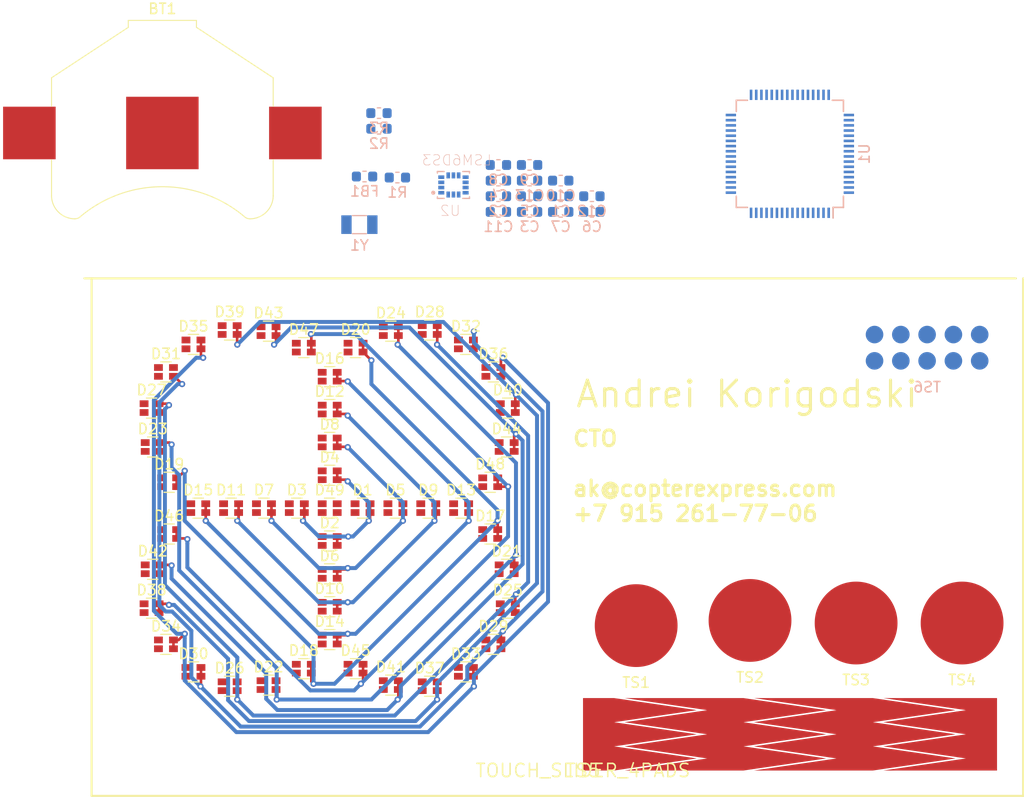
<source format=kicad_pcb>
(kicad_pcb (version 20171130) (host pcbnew 5.0.2+dfsg1-1~bpo9+1)

  (general
    (thickness 0.6)
    (drawings 6)
    (tracks 319)
    (zones 0)
    (modules 76)
    (nets 53)
  )

  (page A4)
  (layers
    (0 F.Cu signal)
    (31 B.Cu signal)
    (32 B.Adhes user)
    (33 F.Adhes user)
    (34 B.Paste user)
    (35 F.Paste user)
    (36 B.SilkS user)
    (37 F.SilkS user)
    (38 B.Mask user)
    (39 F.Mask user)
    (40 Dwgs.User user)
    (41 Cmts.User user)
    (42 Eco1.User user)
    (43 Eco2.User user)
    (44 Edge.Cuts user)
    (45 Margin user)
    (46 B.CrtYd user)
    (47 F.CrtYd user)
    (48 B.Fab user)
    (49 F.Fab user hide)
  )

  (setup
    (last_trace_width 0.381)
    (user_trace_width 0.1524)
    (user_trace_width 0.2032)
    (user_trace_width 0.254)
    (user_trace_width 0.381)
    (user_trace_width 0.508)
    (user_trace_width 1.016)
    (trace_clearance 0.152)
    (zone_clearance 0.508)
    (zone_45_only no)
    (trace_min 0.1524)
    (segment_width 0.2)
    (edge_width 0.15)
    (via_size 0.6)
    (via_drill 0.3)
    (via_min_size 0.6)
    (via_min_drill 0.3)
    (uvia_size 0.3)
    (uvia_drill 0.1)
    (uvias_allowed no)
    (uvia_min_size 0.2)
    (uvia_min_drill 0.1)
    (pcb_text_width 0.3)
    (pcb_text_size 1.5 1.5)
    (mod_edge_width 0.15)
    (mod_text_size 1 1)
    (mod_text_width 0.15)
    (pad_size 1.524 1.524)
    (pad_drill 0.762)
    (pad_to_mask_clearance 0.0254)
    (solder_mask_min_width 0.4)
    (aux_axis_origin 0 0)
    (visible_elements 7FFFF7FF)
    (pcbplotparams
      (layerselection 0x010fc_ffffffff)
      (usegerberextensions false)
      (usegerberattributes false)
      (usegerberadvancedattributes false)
      (creategerberjobfile false)
      (excludeedgelayer true)
      (linewidth 0.100000)
      (plotframeref false)
      (viasonmask false)
      (mode 1)
      (useauxorigin false)
      (hpglpennumber 1)
      (hpglpenspeed 20)
      (hpglpendiameter 15.000000)
      (psnegative false)
      (psa4output false)
      (plotreference true)
      (plotvalue true)
      (plotinvisibletext false)
      (padsonsilk false)
      (subtractmaskfromsilk false)
      (outputformat 1)
      (mirror false)
      (drillshape 1)
      (scaleselection 1)
      (outputdirectory ""))
  )

  (net 0 "")
  (net 1 LED_K0)
  (net 2 LED_K1)
  (net 3 LED_A0)
  (net 4 LED_K3)
  (net 5 LED_K2)
  (net 6 LED_K4)
  (net 7 LED_K5)
  (net 8 LED_K7)
  (net 9 LED_K6)
  (net 10 LED_K8)
  (net 11 LED_A1)
  (net 12 LED_A2)
  (net 13 LED_A3)
  (net 14 LED_A4)
  (net 15 LED_A5)
  (net 16 LED_A6)
  (net 17 LED_A7)
  (net 18 LED_A8)
  (net 19 VDD)
  (net 20 N$2)
  (net 21 MCU_AVDD)
  (net 22 GND)
  (net 23 N$7)
  (net 24 N$6)
  (net 25 N$13)
  (net 26 N$14)
  (net 27 N$5)
  (net 28 N$19)
  (net 29 N$20)
  (net 30 N$16)
  (net 31 N$15)
  (net 32 N$17)
  (net 33 N$18)
  (net 34 N$12)
  (net 35 N$11)
  (net 36 TOUCH_PAD0)
  (net 37 N$1)
  (net 38 TOUCH_PAD1)
  (net 39 TOUCH_PAD2)
  (net 40 TOUCH_PAD3)
  (net 41 N$21)
  (net 42 N$22)
  (net 43 N$23)
  (net 44 N$24)
  (net 45 N$8)
  (net 46 N$10)
  (net 47 N$9)
  (net 48 N$25)
  (net 49 N$26)
  (net 50 LED_K9)
  (net 51 LED_K10)
  (net 52 LED_K11)

  (net_class Default "This is the default net class."
    (clearance 0.152)
    (trace_width 0.254)
    (via_dia 0.6)
    (via_drill 0.3)
    (uvia_dia 0.3)
    (uvia_drill 0.1)
    (add_net GND)
    (add_net LED_A0)
    (add_net LED_A1)
    (add_net LED_A2)
    (add_net LED_A3)
    (add_net LED_A4)
    (add_net LED_A5)
    (add_net LED_A6)
    (add_net LED_A7)
    (add_net LED_A8)
    (add_net LED_K0)
    (add_net LED_K1)
    (add_net LED_K10)
    (add_net LED_K11)
    (add_net LED_K2)
    (add_net LED_K3)
    (add_net LED_K4)
    (add_net LED_K5)
    (add_net LED_K6)
    (add_net LED_K7)
    (add_net LED_K8)
    (add_net LED_K9)
    (add_net MCU_AVDD)
    (add_net N$1)
    (add_net N$10)
    (add_net N$11)
    (add_net N$12)
    (add_net N$13)
    (add_net N$14)
    (add_net N$15)
    (add_net N$16)
    (add_net N$17)
    (add_net N$18)
    (add_net N$19)
    (add_net N$2)
    (add_net N$20)
    (add_net N$21)
    (add_net N$22)
    (add_net N$23)
    (add_net N$24)
    (add_net N$25)
    (add_net N$26)
    (add_net N$5)
    (add_net N$6)
    (add_net N$7)
    (add_net N$8)
    (add_net N$9)
    (add_net TOUCH_PAD0)
    (add_net TOUCH_PAD1)
    (add_net TOUCH_PAD2)
    (add_net TOUCH_PAD3)
    (add_net VDD)
  )

  (module footprints:LED_DUAL_0606 (layer F.Cu) (tedit 5C944CBE) (tstamp 5C9983F6)
    (at 96.175 57.2)
    (descr "Dual LED LTST-C195KGJRKT")
    (tags led)
    (path /top/13427934159214761037)
    (attr smd)
    (fp_text reference D1 (at 0 -1.75) (layer F.SilkS)
      (effects (font (size 1 1) (thickness 0.15)))
    )
    (fp_text value LED_Dual_AACC (at 0 2.1) (layer F.Fab)
      (effects (font (size 1 1) (thickness 0.15)))
    )
    (fp_line (start 1.55 1.05) (end -1.55 1.05) (layer F.CrtYd) (width 0.05))
    (fp_line (start 1.55 1.05) (end 1.55 -1.05) (layer F.CrtYd) (width 0.05))
    (fp_line (start -1.55 -1.05) (end -1.55 1.05) (layer F.CrtYd) (width 0.05))
    (fp_line (start -1.55 -1.05) (end 1.55 -1.05) (layer F.CrtYd) (width 0.05))
    (fp_line (start 0.5 -0.97) (end -0.5 -0.97) (layer F.SilkS) (width 0.12))
    (fp_line (start 0.5 0.97) (end -0.5 0.97) (layer F.SilkS) (width 0.12))
    (fp_line (start -0.8 0.8) (end -0.8 -0.8) (layer F.Fab) (width 0.1))
    (fp_line (start 0.8 0.8) (end -0.8 0.8) (layer F.Fab) (width 0.1))
    (fp_line (start 0.8 -0.8) (end 0.8 0.8) (layer F.Fab) (width 0.1))
    (fp_line (start -0.8 -0.8) (end 0.8 -0.8) (layer F.Fab) (width 0.1))
    (fp_text user %R (at 0 -1.75) (layer F.Fab)
      (effects (font (size 1 1) (thickness 0.15)))
    )
    (pad 3 smd rect (at 0.725 -0.425) (size 0.85 0.65) (layers F.Cu F.Paste F.Mask)
      (net 1 LED_K0))
    (pad 4 smd rect (at 0.725 0.425) (size 0.85 0.65) (layers F.Cu F.Paste F.Mask)
      (net 1 LED_K0))
    (pad 2 smd rect (at -0.725 0.425) (size 0.85 0.65) (layers F.Cu F.Paste F.Mask)
      (net 11 LED_A1))
    (pad 1 smd rect (at -0.725 -0.425) (size 0.85 0.65) (layers F.Cu F.Paste F.Mask)
      (net 3 LED_A0))
    (model ${KISYS3DMOD}/Resistor_SMD.3dshapes/R_Array_Convex_2x0603.wrl
      (at (xyz 0 0 0))
      (scale (xyz 1 1 1))
      (rotate (xyz 0 0 0))
    )
  )

  (module footprints:LED_DUAL_0606 (layer F.Cu) (tedit 5C944CBE) (tstamp 5C998409)
    (at 93 60.375)
    (descr "Dual LED LTST-C195KGJRKT")
    (tags led)
    (path /top/11889171439053832813)
    (attr smd)
    (fp_text reference D2 (at 0 -1.75) (layer F.SilkS)
      (effects (font (size 1 1) (thickness 0.15)))
    )
    (fp_text value LED_Dual_AACC (at 0 2.1) (layer F.Fab)
      (effects (font (size 1 1) (thickness 0.15)))
    )
    (fp_line (start 1.55 1.05) (end -1.55 1.05) (layer F.CrtYd) (width 0.05))
    (fp_line (start 1.55 1.05) (end 1.55 -1.05) (layer F.CrtYd) (width 0.05))
    (fp_line (start -1.55 -1.05) (end -1.55 1.05) (layer F.CrtYd) (width 0.05))
    (fp_line (start -1.55 -1.05) (end 1.55 -1.05) (layer F.CrtYd) (width 0.05))
    (fp_line (start 0.5 -0.97) (end -0.5 -0.97) (layer F.SilkS) (width 0.12))
    (fp_line (start 0.5 0.97) (end -0.5 0.97) (layer F.SilkS) (width 0.12))
    (fp_line (start -0.8 0.8) (end -0.8 -0.8) (layer F.Fab) (width 0.1))
    (fp_line (start 0.8 0.8) (end -0.8 0.8) (layer F.Fab) (width 0.1))
    (fp_line (start 0.8 -0.8) (end 0.8 0.8) (layer F.Fab) (width 0.1))
    (fp_line (start -0.8 -0.8) (end 0.8 -0.8) (layer F.Fab) (width 0.1))
    (fp_text user %R (at 0 -1.75) (layer F.Fab)
      (effects (font (size 1 1) (thickness 0.15)))
    )
    (pad 3 smd rect (at 0.725 -0.425) (size 0.85 0.65) (layers F.Cu F.Paste F.Mask)
      (net 1 LED_K0))
    (pad 4 smd rect (at 0.725 0.425) (size 0.85 0.65) (layers F.Cu F.Paste F.Mask)
      (net 1 LED_K0))
    (pad 2 smd rect (at -0.725 0.425) (size 0.85 0.65) (layers F.Cu F.Paste F.Mask)
      (net 13 LED_A3))
    (pad 1 smd rect (at -0.725 -0.425) (size 0.85 0.65) (layers F.Cu F.Paste F.Mask)
      (net 12 LED_A2))
    (model ${KISYS3DMOD}/Resistor_SMD.3dshapes/R_Array_Convex_2x0603.wrl
      (at (xyz 0 0 0))
      (scale (xyz 1 1 1))
      (rotate (xyz 0 0 0))
    )
  )

  (module footprints:LED_DUAL_0606 (layer F.Cu) (tedit 5C944CBE) (tstamp 5C99841C)
    (at 89.825 57.2)
    (descr "Dual LED LTST-C195KGJRKT")
    (tags led)
    (path /top/17696036038314515393)
    (attr smd)
    (fp_text reference D3 (at 0 -1.75) (layer F.SilkS)
      (effects (font (size 1 1) (thickness 0.15)))
    )
    (fp_text value LED_Dual_AACC (at 0 2.1) (layer F.Fab)
      (effects (font (size 1 1) (thickness 0.15)))
    )
    (fp_line (start 1.55 1.05) (end -1.55 1.05) (layer F.CrtYd) (width 0.05))
    (fp_line (start 1.55 1.05) (end 1.55 -1.05) (layer F.CrtYd) (width 0.05))
    (fp_line (start -1.55 -1.05) (end -1.55 1.05) (layer F.CrtYd) (width 0.05))
    (fp_line (start -1.55 -1.05) (end 1.55 -1.05) (layer F.CrtYd) (width 0.05))
    (fp_line (start 0.5 -0.97) (end -0.5 -0.97) (layer F.SilkS) (width 0.12))
    (fp_line (start 0.5 0.97) (end -0.5 0.97) (layer F.SilkS) (width 0.12))
    (fp_line (start -0.8 0.8) (end -0.8 -0.8) (layer F.Fab) (width 0.1))
    (fp_line (start 0.8 0.8) (end -0.8 0.8) (layer F.Fab) (width 0.1))
    (fp_line (start 0.8 -0.8) (end 0.8 0.8) (layer F.Fab) (width 0.1))
    (fp_line (start -0.8 -0.8) (end 0.8 -0.8) (layer F.Fab) (width 0.1))
    (fp_text user %R (at 0 -1.75) (layer F.Fab)
      (effects (font (size 1 1) (thickness 0.15)))
    )
    (pad 3 smd rect (at 0.725 -0.425) (size 0.85 0.65) (layers F.Cu F.Paste F.Mask)
      (net 1 LED_K0))
    (pad 4 smd rect (at 0.725 0.425) (size 0.85 0.65) (layers F.Cu F.Paste F.Mask)
      (net 1 LED_K0))
    (pad 2 smd rect (at -0.725 0.425) (size 0.85 0.65) (layers F.Cu F.Paste F.Mask)
      (net 15 LED_A5))
    (pad 1 smd rect (at -0.725 -0.425) (size 0.85 0.65) (layers F.Cu F.Paste F.Mask)
      (net 14 LED_A4))
    (model ${KISYS3DMOD}/Resistor_SMD.3dshapes/R_Array_Convex_2x0603.wrl
      (at (xyz 0 0 0))
      (scale (xyz 1 1 1))
      (rotate (xyz 0 0 0))
    )
  )

  (module footprints:LED_DUAL_0606 (layer F.Cu) (tedit 5C944CBE) (tstamp 5C99842F)
    (at 93 54.025)
    (descr "Dual LED LTST-C195KGJRKT")
    (tags led)
    (path /top/92385191582833380)
    (attr smd)
    (fp_text reference D4 (at 0 -1.75) (layer F.SilkS)
      (effects (font (size 1 1) (thickness 0.15)))
    )
    (fp_text value LED_Dual_AACC (at 0 2.1) (layer F.Fab)
      (effects (font (size 1 1) (thickness 0.15)))
    )
    (fp_line (start 1.55 1.05) (end -1.55 1.05) (layer F.CrtYd) (width 0.05))
    (fp_line (start 1.55 1.05) (end 1.55 -1.05) (layer F.CrtYd) (width 0.05))
    (fp_line (start -1.55 -1.05) (end -1.55 1.05) (layer F.CrtYd) (width 0.05))
    (fp_line (start -1.55 -1.05) (end 1.55 -1.05) (layer F.CrtYd) (width 0.05))
    (fp_line (start 0.5 -0.97) (end -0.5 -0.97) (layer F.SilkS) (width 0.12))
    (fp_line (start 0.5 0.97) (end -0.5 0.97) (layer F.SilkS) (width 0.12))
    (fp_line (start -0.8 0.8) (end -0.8 -0.8) (layer F.Fab) (width 0.1))
    (fp_line (start 0.8 0.8) (end -0.8 0.8) (layer F.Fab) (width 0.1))
    (fp_line (start 0.8 -0.8) (end 0.8 0.8) (layer F.Fab) (width 0.1))
    (fp_line (start -0.8 -0.8) (end 0.8 -0.8) (layer F.Fab) (width 0.1))
    (fp_text user %R (at 0 -1.75) (layer F.Fab)
      (effects (font (size 1 1) (thickness 0.15)))
    )
    (pad 3 smd rect (at 0.725 -0.425) (size 0.85 0.65) (layers F.Cu F.Paste F.Mask)
      (net 1 LED_K0))
    (pad 4 smd rect (at 0.725 0.425) (size 0.85 0.65) (layers F.Cu F.Paste F.Mask)
      (net 1 LED_K0))
    (pad 2 smd rect (at -0.725 0.425) (size 0.85 0.65) (layers F.Cu F.Paste F.Mask)
      (net 17 LED_A7))
    (pad 1 smd rect (at -0.725 -0.425) (size 0.85 0.65) (layers F.Cu F.Paste F.Mask)
      (net 16 LED_A6))
    (model ${KISYS3DMOD}/Resistor_SMD.3dshapes/R_Array_Convex_2x0603.wrl
      (at (xyz 0 0 0))
      (scale (xyz 1 1 1))
      (rotate (xyz 0 0 0))
    )
  )

  (module footprints:LED_DUAL_0606 (layer F.Cu) (tedit 5C944CBE) (tstamp 5C998442)
    (at 99.35 57.2)
    (descr "Dual LED LTST-C195KGJRKT")
    (tags led)
    (path /top/1190405081309405297)
    (attr smd)
    (fp_text reference D5 (at 0 -1.75) (layer F.SilkS)
      (effects (font (size 1 1) (thickness 0.15)))
    )
    (fp_text value LED_Dual_AACC (at 0 2.1) (layer F.Fab)
      (effects (font (size 1 1) (thickness 0.15)))
    )
    (fp_line (start 1.55 1.05) (end -1.55 1.05) (layer F.CrtYd) (width 0.05))
    (fp_line (start 1.55 1.05) (end 1.55 -1.05) (layer F.CrtYd) (width 0.05))
    (fp_line (start -1.55 -1.05) (end -1.55 1.05) (layer F.CrtYd) (width 0.05))
    (fp_line (start -1.55 -1.05) (end 1.55 -1.05) (layer F.CrtYd) (width 0.05))
    (fp_line (start 0.5 -0.97) (end -0.5 -0.97) (layer F.SilkS) (width 0.12))
    (fp_line (start 0.5 0.97) (end -0.5 0.97) (layer F.SilkS) (width 0.12))
    (fp_line (start -0.8 0.8) (end -0.8 -0.8) (layer F.Fab) (width 0.1))
    (fp_line (start 0.8 0.8) (end -0.8 0.8) (layer F.Fab) (width 0.1))
    (fp_line (start 0.8 -0.8) (end 0.8 0.8) (layer F.Fab) (width 0.1))
    (fp_line (start -0.8 -0.8) (end 0.8 -0.8) (layer F.Fab) (width 0.1))
    (fp_text user %R (at 0 -1.75) (layer F.Fab)
      (effects (font (size 1 1) (thickness 0.15)))
    )
    (pad 3 smd rect (at 0.725 -0.425) (size 0.85 0.65) (layers F.Cu F.Paste F.Mask)
      (net 2 LED_K1))
    (pad 4 smd rect (at 0.725 0.425) (size 0.85 0.65) (layers F.Cu F.Paste F.Mask)
      (net 2 LED_K1))
    (pad 2 smd rect (at -0.725 0.425) (size 0.85 0.65) (layers F.Cu F.Paste F.Mask)
      (net 11 LED_A1))
    (pad 1 smd rect (at -0.725 -0.425) (size 0.85 0.65) (layers F.Cu F.Paste F.Mask)
      (net 3 LED_A0))
    (model ${KISYS3DMOD}/Resistor_SMD.3dshapes/R_Array_Convex_2x0603.wrl
      (at (xyz 0 0 0))
      (scale (xyz 1 1 1))
      (rotate (xyz 0 0 0))
    )
  )

  (module footprints:LED_DUAL_0606 (layer F.Cu) (tedit 5C944CBE) (tstamp 5C998455)
    (at 93 63.55)
    (descr "Dual LED LTST-C195KGJRKT")
    (tags led)
    (path /top/7062601140109949772)
    (attr smd)
    (fp_text reference D6 (at 0 -1.75) (layer F.SilkS)
      (effects (font (size 1 1) (thickness 0.15)))
    )
    (fp_text value LED_Dual_AACC (at 0 2.1) (layer F.Fab)
      (effects (font (size 1 1) (thickness 0.15)))
    )
    (fp_line (start 1.55 1.05) (end -1.55 1.05) (layer F.CrtYd) (width 0.05))
    (fp_line (start 1.55 1.05) (end 1.55 -1.05) (layer F.CrtYd) (width 0.05))
    (fp_line (start -1.55 -1.05) (end -1.55 1.05) (layer F.CrtYd) (width 0.05))
    (fp_line (start -1.55 -1.05) (end 1.55 -1.05) (layer F.CrtYd) (width 0.05))
    (fp_line (start 0.5 -0.97) (end -0.5 -0.97) (layer F.SilkS) (width 0.12))
    (fp_line (start 0.5 0.97) (end -0.5 0.97) (layer F.SilkS) (width 0.12))
    (fp_line (start -0.8 0.8) (end -0.8 -0.8) (layer F.Fab) (width 0.1))
    (fp_line (start 0.8 0.8) (end -0.8 0.8) (layer F.Fab) (width 0.1))
    (fp_line (start 0.8 -0.8) (end 0.8 0.8) (layer F.Fab) (width 0.1))
    (fp_line (start -0.8 -0.8) (end 0.8 -0.8) (layer F.Fab) (width 0.1))
    (fp_text user %R (at 0 -1.75) (layer F.Fab)
      (effects (font (size 1 1) (thickness 0.15)))
    )
    (pad 3 smd rect (at 0.725 -0.425) (size 0.85 0.65) (layers F.Cu F.Paste F.Mask)
      (net 2 LED_K1))
    (pad 4 smd rect (at 0.725 0.425) (size 0.85 0.65) (layers F.Cu F.Paste F.Mask)
      (net 2 LED_K1))
    (pad 2 smd rect (at -0.725 0.425) (size 0.85 0.65) (layers F.Cu F.Paste F.Mask)
      (net 13 LED_A3))
    (pad 1 smd rect (at -0.725 -0.425) (size 0.85 0.65) (layers F.Cu F.Paste F.Mask)
      (net 12 LED_A2))
    (model ${KISYS3DMOD}/Resistor_SMD.3dshapes/R_Array_Convex_2x0603.wrl
      (at (xyz 0 0 0))
      (scale (xyz 1 1 1))
      (rotate (xyz 0 0 0))
    )
  )

  (module footprints:LED_DUAL_0606 (layer F.Cu) (tedit 5C944CBE) (tstamp 5C998468)
    (at 86.65 57.2)
    (descr "Dual LED LTST-C195KGJRKT")
    (tags led)
    (path /top/11832447084583499414)
    (attr smd)
    (fp_text reference D7 (at 0 -1.75) (layer F.SilkS)
      (effects (font (size 1 1) (thickness 0.15)))
    )
    (fp_text value LED_Dual_AACC (at 0 2.1) (layer F.Fab)
      (effects (font (size 1 1) (thickness 0.15)))
    )
    (fp_line (start 1.55 1.05) (end -1.55 1.05) (layer F.CrtYd) (width 0.05))
    (fp_line (start 1.55 1.05) (end 1.55 -1.05) (layer F.CrtYd) (width 0.05))
    (fp_line (start -1.55 -1.05) (end -1.55 1.05) (layer F.CrtYd) (width 0.05))
    (fp_line (start -1.55 -1.05) (end 1.55 -1.05) (layer F.CrtYd) (width 0.05))
    (fp_line (start 0.5 -0.97) (end -0.5 -0.97) (layer F.SilkS) (width 0.12))
    (fp_line (start 0.5 0.97) (end -0.5 0.97) (layer F.SilkS) (width 0.12))
    (fp_line (start -0.8 0.8) (end -0.8 -0.8) (layer F.Fab) (width 0.1))
    (fp_line (start 0.8 0.8) (end -0.8 0.8) (layer F.Fab) (width 0.1))
    (fp_line (start 0.8 -0.8) (end 0.8 0.8) (layer F.Fab) (width 0.1))
    (fp_line (start -0.8 -0.8) (end 0.8 -0.8) (layer F.Fab) (width 0.1))
    (fp_text user %R (at 0 -1.75) (layer F.Fab)
      (effects (font (size 1 1) (thickness 0.15)))
    )
    (pad 3 smd rect (at 0.725 -0.425) (size 0.85 0.65) (layers F.Cu F.Paste F.Mask)
      (net 2 LED_K1))
    (pad 4 smd rect (at 0.725 0.425) (size 0.85 0.65) (layers F.Cu F.Paste F.Mask)
      (net 2 LED_K1))
    (pad 2 smd rect (at -0.725 0.425) (size 0.85 0.65) (layers F.Cu F.Paste F.Mask)
      (net 15 LED_A5))
    (pad 1 smd rect (at -0.725 -0.425) (size 0.85 0.65) (layers F.Cu F.Paste F.Mask)
      (net 14 LED_A4))
    (model ${KISYS3DMOD}/Resistor_SMD.3dshapes/R_Array_Convex_2x0603.wrl
      (at (xyz 0 0 0))
      (scale (xyz 1 1 1))
      (rotate (xyz 0 0 0))
    )
  )

  (module footprints:LED_DUAL_0606 (layer F.Cu) (tedit 5C944CBE) (tstamp 5C99847B)
    (at 93 50.85)
    (descr "Dual LED LTST-C195KGJRKT")
    (tags led)
    (path /top/9514277678187201044)
    (attr smd)
    (fp_text reference D8 (at 0 -1.75) (layer F.SilkS)
      (effects (font (size 1 1) (thickness 0.15)))
    )
    (fp_text value LED_Dual_AACC (at 0 2.1) (layer F.Fab)
      (effects (font (size 1 1) (thickness 0.15)))
    )
    (fp_line (start 1.55 1.05) (end -1.55 1.05) (layer F.CrtYd) (width 0.05))
    (fp_line (start 1.55 1.05) (end 1.55 -1.05) (layer F.CrtYd) (width 0.05))
    (fp_line (start -1.55 -1.05) (end -1.55 1.05) (layer F.CrtYd) (width 0.05))
    (fp_line (start -1.55 -1.05) (end 1.55 -1.05) (layer F.CrtYd) (width 0.05))
    (fp_line (start 0.5 -0.97) (end -0.5 -0.97) (layer F.SilkS) (width 0.12))
    (fp_line (start 0.5 0.97) (end -0.5 0.97) (layer F.SilkS) (width 0.12))
    (fp_line (start -0.8 0.8) (end -0.8 -0.8) (layer F.Fab) (width 0.1))
    (fp_line (start 0.8 0.8) (end -0.8 0.8) (layer F.Fab) (width 0.1))
    (fp_line (start 0.8 -0.8) (end 0.8 0.8) (layer F.Fab) (width 0.1))
    (fp_line (start -0.8 -0.8) (end 0.8 -0.8) (layer F.Fab) (width 0.1))
    (fp_text user %R (at 0 -1.75) (layer F.Fab)
      (effects (font (size 1 1) (thickness 0.15)))
    )
    (pad 3 smd rect (at 0.725 -0.425) (size 0.85 0.65) (layers F.Cu F.Paste F.Mask)
      (net 2 LED_K1))
    (pad 4 smd rect (at 0.725 0.425) (size 0.85 0.65) (layers F.Cu F.Paste F.Mask)
      (net 2 LED_K1))
    (pad 2 smd rect (at -0.725 0.425) (size 0.85 0.65) (layers F.Cu F.Paste F.Mask)
      (net 17 LED_A7))
    (pad 1 smd rect (at -0.725 -0.425) (size 0.85 0.65) (layers F.Cu F.Paste F.Mask)
      (net 16 LED_A6))
    (model ${KISYS3DMOD}/Resistor_SMD.3dshapes/R_Array_Convex_2x0603.wrl
      (at (xyz 0 0 0))
      (scale (xyz 1 1 1))
      (rotate (xyz 0 0 0))
    )
  )

  (module footprints:LED_DUAL_0606 (layer F.Cu) (tedit 5C944CBE) (tstamp 5C99848E)
    (at 102.525 57.2)
    (descr "Dual LED LTST-C195KGJRKT")
    (tags led)
    (path /top/4765776908642064841)
    (attr smd)
    (fp_text reference D9 (at 0 -1.75) (layer F.SilkS)
      (effects (font (size 1 1) (thickness 0.15)))
    )
    (fp_text value LED_Dual_AACC (at 0 2.1) (layer F.Fab)
      (effects (font (size 1 1) (thickness 0.15)))
    )
    (fp_line (start 1.55 1.05) (end -1.55 1.05) (layer F.CrtYd) (width 0.05))
    (fp_line (start 1.55 1.05) (end 1.55 -1.05) (layer F.CrtYd) (width 0.05))
    (fp_line (start -1.55 -1.05) (end -1.55 1.05) (layer F.CrtYd) (width 0.05))
    (fp_line (start -1.55 -1.05) (end 1.55 -1.05) (layer F.CrtYd) (width 0.05))
    (fp_line (start 0.5 -0.97) (end -0.5 -0.97) (layer F.SilkS) (width 0.12))
    (fp_line (start 0.5 0.97) (end -0.5 0.97) (layer F.SilkS) (width 0.12))
    (fp_line (start -0.8 0.8) (end -0.8 -0.8) (layer F.Fab) (width 0.1))
    (fp_line (start 0.8 0.8) (end -0.8 0.8) (layer F.Fab) (width 0.1))
    (fp_line (start 0.8 -0.8) (end 0.8 0.8) (layer F.Fab) (width 0.1))
    (fp_line (start -0.8 -0.8) (end 0.8 -0.8) (layer F.Fab) (width 0.1))
    (fp_text user %R (at 0 -1.75) (layer F.Fab)
      (effects (font (size 1 1) (thickness 0.15)))
    )
    (pad 3 smd rect (at 0.725 -0.425) (size 0.85 0.65) (layers F.Cu F.Paste F.Mask)
      (net 5 LED_K2))
    (pad 4 smd rect (at 0.725 0.425) (size 0.85 0.65) (layers F.Cu F.Paste F.Mask)
      (net 5 LED_K2))
    (pad 2 smd rect (at -0.725 0.425) (size 0.85 0.65) (layers F.Cu F.Paste F.Mask)
      (net 11 LED_A1))
    (pad 1 smd rect (at -0.725 -0.425) (size 0.85 0.65) (layers F.Cu F.Paste F.Mask)
      (net 3 LED_A0))
    (model ${KISYS3DMOD}/Resistor_SMD.3dshapes/R_Array_Convex_2x0603.wrl
      (at (xyz 0 0 0))
      (scale (xyz 1 1 1))
      (rotate (xyz 0 0 0))
    )
  )

  (module footprints:LED_DUAL_0606 (layer F.Cu) (tedit 5C944CBE) (tstamp 5C9984A1)
    (at 93 66.724999)
    (descr "Dual LED LTST-C195KGJRKT")
    (tags led)
    (path /top/13752725906387256797)
    (attr smd)
    (fp_text reference D10 (at 0 -1.75) (layer F.SilkS)
      (effects (font (size 1 1) (thickness 0.15)))
    )
    (fp_text value LED_Dual_AACC (at 0 2.1) (layer F.Fab)
      (effects (font (size 1 1) (thickness 0.15)))
    )
    (fp_line (start 1.55 1.05) (end -1.55 1.05) (layer F.CrtYd) (width 0.05))
    (fp_line (start 1.55 1.05) (end 1.55 -1.05) (layer F.CrtYd) (width 0.05))
    (fp_line (start -1.55 -1.05) (end -1.55 1.05) (layer F.CrtYd) (width 0.05))
    (fp_line (start -1.55 -1.05) (end 1.55 -1.05) (layer F.CrtYd) (width 0.05))
    (fp_line (start 0.5 -0.97) (end -0.5 -0.97) (layer F.SilkS) (width 0.12))
    (fp_line (start 0.5 0.97) (end -0.5 0.97) (layer F.SilkS) (width 0.12))
    (fp_line (start -0.8 0.8) (end -0.8 -0.8) (layer F.Fab) (width 0.1))
    (fp_line (start 0.8 0.8) (end -0.8 0.8) (layer F.Fab) (width 0.1))
    (fp_line (start 0.8 -0.8) (end 0.8 0.8) (layer F.Fab) (width 0.1))
    (fp_line (start -0.8 -0.8) (end 0.8 -0.8) (layer F.Fab) (width 0.1))
    (fp_text user %R (at 0 -1.75) (layer F.Fab)
      (effects (font (size 1 1) (thickness 0.15)))
    )
    (pad 3 smd rect (at 0.725 -0.425) (size 0.85 0.65) (layers F.Cu F.Paste F.Mask)
      (net 5 LED_K2))
    (pad 4 smd rect (at 0.725 0.425) (size 0.85 0.65) (layers F.Cu F.Paste F.Mask)
      (net 5 LED_K2))
    (pad 2 smd rect (at -0.725 0.425) (size 0.85 0.65) (layers F.Cu F.Paste F.Mask)
      (net 13 LED_A3))
    (pad 1 smd rect (at -0.725 -0.425) (size 0.85 0.65) (layers F.Cu F.Paste F.Mask)
      (net 12 LED_A2))
    (model ${KISYS3DMOD}/Resistor_SMD.3dshapes/R_Array_Convex_2x0603.wrl
      (at (xyz 0 0 0))
      (scale (xyz 1 1 1))
      (rotate (xyz 0 0 0))
    )
  )

  (module footprints:LED_DUAL_0606 (layer F.Cu) (tedit 5C944CBE) (tstamp 5C9984B4)
    (at 83.475 57.2)
    (descr "Dual LED LTST-C195KGJRKT")
    (tags led)
    (path /top/1934565712161503566)
    (attr smd)
    (fp_text reference D11 (at 0 -1.75) (layer F.SilkS)
      (effects (font (size 1 1) (thickness 0.15)))
    )
    (fp_text value LED_Dual_AACC (at 0 2.1) (layer F.Fab)
      (effects (font (size 1 1) (thickness 0.15)))
    )
    (fp_line (start 1.55 1.05) (end -1.55 1.05) (layer F.CrtYd) (width 0.05))
    (fp_line (start 1.55 1.05) (end 1.55 -1.05) (layer F.CrtYd) (width 0.05))
    (fp_line (start -1.55 -1.05) (end -1.55 1.05) (layer F.CrtYd) (width 0.05))
    (fp_line (start -1.55 -1.05) (end 1.55 -1.05) (layer F.CrtYd) (width 0.05))
    (fp_line (start 0.5 -0.97) (end -0.5 -0.97) (layer F.SilkS) (width 0.12))
    (fp_line (start 0.5 0.97) (end -0.5 0.97) (layer F.SilkS) (width 0.12))
    (fp_line (start -0.8 0.8) (end -0.8 -0.8) (layer F.Fab) (width 0.1))
    (fp_line (start 0.8 0.8) (end -0.8 0.8) (layer F.Fab) (width 0.1))
    (fp_line (start 0.8 -0.8) (end 0.8 0.8) (layer F.Fab) (width 0.1))
    (fp_line (start -0.8 -0.8) (end 0.8 -0.8) (layer F.Fab) (width 0.1))
    (fp_text user %R (at 0 -1.75) (layer F.Fab)
      (effects (font (size 1 1) (thickness 0.15)))
    )
    (pad 3 smd rect (at 0.725 -0.425) (size 0.85 0.65) (layers F.Cu F.Paste F.Mask)
      (net 5 LED_K2))
    (pad 4 smd rect (at 0.725 0.425) (size 0.85 0.65) (layers F.Cu F.Paste F.Mask)
      (net 5 LED_K2))
    (pad 2 smd rect (at -0.725 0.425) (size 0.85 0.65) (layers F.Cu F.Paste F.Mask)
      (net 15 LED_A5))
    (pad 1 smd rect (at -0.725 -0.425) (size 0.85 0.65) (layers F.Cu F.Paste F.Mask)
      (net 14 LED_A4))
    (model ${KISYS3DMOD}/Resistor_SMD.3dshapes/R_Array_Convex_2x0603.wrl
      (at (xyz 0 0 0))
      (scale (xyz 1 1 1))
      (rotate (xyz 0 0 0))
    )
  )

  (module footprints:LED_DUAL_0606 (layer F.Cu) (tedit 5C944CBE) (tstamp 5C9984C7)
    (at 93 47.675)
    (descr "Dual LED LTST-C195KGJRKT")
    (tags led)
    (path /top/3567116085416782392)
    (attr smd)
    (fp_text reference D12 (at 0 -1.75) (layer F.SilkS)
      (effects (font (size 1 1) (thickness 0.15)))
    )
    (fp_text value LED_Dual_AACC (at 0 2.1) (layer F.Fab)
      (effects (font (size 1 1) (thickness 0.15)))
    )
    (fp_line (start 1.55 1.05) (end -1.55 1.05) (layer F.CrtYd) (width 0.05))
    (fp_line (start 1.55 1.05) (end 1.55 -1.05) (layer F.CrtYd) (width 0.05))
    (fp_line (start -1.55 -1.05) (end -1.55 1.05) (layer F.CrtYd) (width 0.05))
    (fp_line (start -1.55 -1.05) (end 1.55 -1.05) (layer F.CrtYd) (width 0.05))
    (fp_line (start 0.5 -0.97) (end -0.5 -0.97) (layer F.SilkS) (width 0.12))
    (fp_line (start 0.5 0.97) (end -0.5 0.97) (layer F.SilkS) (width 0.12))
    (fp_line (start -0.8 0.8) (end -0.8 -0.8) (layer F.Fab) (width 0.1))
    (fp_line (start 0.8 0.8) (end -0.8 0.8) (layer F.Fab) (width 0.1))
    (fp_line (start 0.8 -0.8) (end 0.8 0.8) (layer F.Fab) (width 0.1))
    (fp_line (start -0.8 -0.8) (end 0.8 -0.8) (layer F.Fab) (width 0.1))
    (fp_text user %R (at 0 -1.75) (layer F.Fab)
      (effects (font (size 1 1) (thickness 0.15)))
    )
    (pad 3 smd rect (at 0.725 -0.425) (size 0.85 0.65) (layers F.Cu F.Paste F.Mask)
      (net 5 LED_K2))
    (pad 4 smd rect (at 0.725 0.425) (size 0.85 0.65) (layers F.Cu F.Paste F.Mask)
      (net 5 LED_K2))
    (pad 2 smd rect (at -0.725 0.425) (size 0.85 0.65) (layers F.Cu F.Paste F.Mask)
      (net 17 LED_A7))
    (pad 1 smd rect (at -0.725 -0.425) (size 0.85 0.65) (layers F.Cu F.Paste F.Mask)
      (net 16 LED_A6))
    (model ${KISYS3DMOD}/Resistor_SMD.3dshapes/R_Array_Convex_2x0603.wrl
      (at (xyz 0 0 0))
      (scale (xyz 1 1 1))
      (rotate (xyz 0 0 0))
    )
  )

  (module footprints:LED_DUAL_0606 (layer F.Cu) (tedit 5C944CBE) (tstamp 5C9984DA)
    (at 105.7 57.2)
    (descr "Dual LED LTST-C195KGJRKT")
    (tags led)
    (path /top/4666501513711878346)
    (attr smd)
    (fp_text reference D13 (at 0 -1.75) (layer F.SilkS)
      (effects (font (size 1 1) (thickness 0.15)))
    )
    (fp_text value LED_Dual_AACC (at 0 2.1) (layer F.Fab)
      (effects (font (size 1 1) (thickness 0.15)))
    )
    (fp_line (start 1.55 1.05) (end -1.55 1.05) (layer F.CrtYd) (width 0.05))
    (fp_line (start 1.55 1.05) (end 1.55 -1.05) (layer F.CrtYd) (width 0.05))
    (fp_line (start -1.55 -1.05) (end -1.55 1.05) (layer F.CrtYd) (width 0.05))
    (fp_line (start -1.55 -1.05) (end 1.55 -1.05) (layer F.CrtYd) (width 0.05))
    (fp_line (start 0.5 -0.97) (end -0.5 -0.97) (layer F.SilkS) (width 0.12))
    (fp_line (start 0.5 0.97) (end -0.5 0.97) (layer F.SilkS) (width 0.12))
    (fp_line (start -0.8 0.8) (end -0.8 -0.8) (layer F.Fab) (width 0.1))
    (fp_line (start 0.8 0.8) (end -0.8 0.8) (layer F.Fab) (width 0.1))
    (fp_line (start 0.8 -0.8) (end 0.8 0.8) (layer F.Fab) (width 0.1))
    (fp_line (start -0.8 -0.8) (end 0.8 -0.8) (layer F.Fab) (width 0.1))
    (fp_text user %R (at 0 -1.75) (layer F.Fab)
      (effects (font (size 1 1) (thickness 0.15)))
    )
    (pad 3 smd rect (at 0.725 -0.425) (size 0.85 0.65) (layers F.Cu F.Paste F.Mask)
      (net 4 LED_K3))
    (pad 4 smd rect (at 0.725 0.425) (size 0.85 0.65) (layers F.Cu F.Paste F.Mask)
      (net 4 LED_K3))
    (pad 2 smd rect (at -0.725 0.425) (size 0.85 0.65) (layers F.Cu F.Paste F.Mask)
      (net 11 LED_A1))
    (pad 1 smd rect (at -0.725 -0.425) (size 0.85 0.65) (layers F.Cu F.Paste F.Mask)
      (net 3 LED_A0))
    (model ${KISYS3DMOD}/Resistor_SMD.3dshapes/R_Array_Convex_2x0603.wrl
      (at (xyz 0 0 0))
      (scale (xyz 1 1 1))
      (rotate (xyz 0 0 0))
    )
  )

  (module footprints:LED_DUAL_0606 (layer F.Cu) (tedit 5C944CBE) (tstamp 5C9984ED)
    (at 93 69.9)
    (descr "Dual LED LTST-C195KGJRKT")
    (tags led)
    (path /top/6238554217568430724)
    (attr smd)
    (fp_text reference D14 (at 0 -1.75) (layer F.SilkS)
      (effects (font (size 1 1) (thickness 0.15)))
    )
    (fp_text value LED_Dual_AACC (at 0 2.1) (layer F.Fab)
      (effects (font (size 1 1) (thickness 0.15)))
    )
    (fp_line (start 1.55 1.05) (end -1.55 1.05) (layer F.CrtYd) (width 0.05))
    (fp_line (start 1.55 1.05) (end 1.55 -1.05) (layer F.CrtYd) (width 0.05))
    (fp_line (start -1.55 -1.05) (end -1.55 1.05) (layer F.CrtYd) (width 0.05))
    (fp_line (start -1.55 -1.05) (end 1.55 -1.05) (layer F.CrtYd) (width 0.05))
    (fp_line (start 0.5 -0.97) (end -0.5 -0.97) (layer F.SilkS) (width 0.12))
    (fp_line (start 0.5 0.97) (end -0.5 0.97) (layer F.SilkS) (width 0.12))
    (fp_line (start -0.8 0.8) (end -0.8 -0.8) (layer F.Fab) (width 0.1))
    (fp_line (start 0.8 0.8) (end -0.8 0.8) (layer F.Fab) (width 0.1))
    (fp_line (start 0.8 -0.8) (end 0.8 0.8) (layer F.Fab) (width 0.1))
    (fp_line (start -0.8 -0.8) (end 0.8 -0.8) (layer F.Fab) (width 0.1))
    (fp_text user %R (at 0 -1.75) (layer F.Fab)
      (effects (font (size 1 1) (thickness 0.15)))
    )
    (pad 3 smd rect (at 0.725 -0.425) (size 0.85 0.65) (layers F.Cu F.Paste F.Mask)
      (net 4 LED_K3))
    (pad 4 smd rect (at 0.725 0.425) (size 0.85 0.65) (layers F.Cu F.Paste F.Mask)
      (net 4 LED_K3))
    (pad 2 smd rect (at -0.725 0.425) (size 0.85 0.65) (layers F.Cu F.Paste F.Mask)
      (net 13 LED_A3))
    (pad 1 smd rect (at -0.725 -0.425) (size 0.85 0.65) (layers F.Cu F.Paste F.Mask)
      (net 12 LED_A2))
    (model ${KISYS3DMOD}/Resistor_SMD.3dshapes/R_Array_Convex_2x0603.wrl
      (at (xyz 0 0 0))
      (scale (xyz 1 1 1))
      (rotate (xyz 0 0 0))
    )
  )

  (module footprints:LED_DUAL_0606 (layer F.Cu) (tedit 5C944CBE) (tstamp 5C998500)
    (at 80.3 57.2)
    (descr "Dual LED LTST-C195KGJRKT")
    (tags led)
    (path /top/12996817212431404059)
    (attr smd)
    (fp_text reference D15 (at 0 -1.75) (layer F.SilkS)
      (effects (font (size 1 1) (thickness 0.15)))
    )
    (fp_text value LED_Dual_AACC (at 0 2.1) (layer F.Fab)
      (effects (font (size 1 1) (thickness 0.15)))
    )
    (fp_line (start 1.55 1.05) (end -1.55 1.05) (layer F.CrtYd) (width 0.05))
    (fp_line (start 1.55 1.05) (end 1.55 -1.05) (layer F.CrtYd) (width 0.05))
    (fp_line (start -1.55 -1.05) (end -1.55 1.05) (layer F.CrtYd) (width 0.05))
    (fp_line (start -1.55 -1.05) (end 1.55 -1.05) (layer F.CrtYd) (width 0.05))
    (fp_line (start 0.5 -0.97) (end -0.5 -0.97) (layer F.SilkS) (width 0.12))
    (fp_line (start 0.5 0.97) (end -0.5 0.97) (layer F.SilkS) (width 0.12))
    (fp_line (start -0.8 0.8) (end -0.8 -0.8) (layer F.Fab) (width 0.1))
    (fp_line (start 0.8 0.8) (end -0.8 0.8) (layer F.Fab) (width 0.1))
    (fp_line (start 0.8 -0.8) (end 0.8 0.8) (layer F.Fab) (width 0.1))
    (fp_line (start -0.8 -0.8) (end 0.8 -0.8) (layer F.Fab) (width 0.1))
    (fp_text user %R (at 0 -1.75) (layer F.Fab)
      (effects (font (size 1 1) (thickness 0.15)))
    )
    (pad 3 smd rect (at 0.725 -0.425) (size 0.85 0.65) (layers F.Cu F.Paste F.Mask)
      (net 4 LED_K3))
    (pad 4 smd rect (at 0.725 0.425) (size 0.85 0.65) (layers F.Cu F.Paste F.Mask)
      (net 4 LED_K3))
    (pad 2 smd rect (at -0.725 0.425) (size 0.85 0.65) (layers F.Cu F.Paste F.Mask)
      (net 15 LED_A5))
    (pad 1 smd rect (at -0.725 -0.425) (size 0.85 0.65) (layers F.Cu F.Paste F.Mask)
      (net 14 LED_A4))
    (model ${KISYS3DMOD}/Resistor_SMD.3dshapes/R_Array_Convex_2x0603.wrl
      (at (xyz 0 0 0))
      (scale (xyz 1 1 1))
      (rotate (xyz 0 0 0))
    )
  )

  (module footprints:LED_DUAL_0606 (layer F.Cu) (tedit 5C944CBE) (tstamp 5C998513)
    (at 93 44.5)
    (descr "Dual LED LTST-C195KGJRKT")
    (tags led)
    (path /top/1341789707644412943)
    (attr smd)
    (fp_text reference D16 (at 0 -1.75) (layer F.SilkS)
      (effects (font (size 1 1) (thickness 0.15)))
    )
    (fp_text value LED_Dual_AACC (at 0 2.1) (layer F.Fab)
      (effects (font (size 1 1) (thickness 0.15)))
    )
    (fp_line (start 1.55 1.05) (end -1.55 1.05) (layer F.CrtYd) (width 0.05))
    (fp_line (start 1.55 1.05) (end 1.55 -1.05) (layer F.CrtYd) (width 0.05))
    (fp_line (start -1.55 -1.05) (end -1.55 1.05) (layer F.CrtYd) (width 0.05))
    (fp_line (start -1.55 -1.05) (end 1.55 -1.05) (layer F.CrtYd) (width 0.05))
    (fp_line (start 0.5 -0.97) (end -0.5 -0.97) (layer F.SilkS) (width 0.12))
    (fp_line (start 0.5 0.97) (end -0.5 0.97) (layer F.SilkS) (width 0.12))
    (fp_line (start -0.8 0.8) (end -0.8 -0.8) (layer F.Fab) (width 0.1))
    (fp_line (start 0.8 0.8) (end -0.8 0.8) (layer F.Fab) (width 0.1))
    (fp_line (start 0.8 -0.8) (end 0.8 0.8) (layer F.Fab) (width 0.1))
    (fp_line (start -0.8 -0.8) (end 0.8 -0.8) (layer F.Fab) (width 0.1))
    (fp_text user %R (at 0 -1.75) (layer F.Fab)
      (effects (font (size 1 1) (thickness 0.15)))
    )
    (pad 3 smd rect (at 0.725 -0.425) (size 0.85 0.65) (layers F.Cu F.Paste F.Mask)
      (net 4 LED_K3))
    (pad 4 smd rect (at 0.725 0.425) (size 0.85 0.65) (layers F.Cu F.Paste F.Mask)
      (net 4 LED_K3))
    (pad 2 smd rect (at -0.725 0.425) (size 0.85 0.65) (layers F.Cu F.Paste F.Mask)
      (net 17 LED_A7))
    (pad 1 smd rect (at -0.725 -0.425) (size 0.85 0.65) (layers F.Cu F.Paste F.Mask)
      (net 16 LED_A6))
    (model ${KISYS3DMOD}/Resistor_SMD.3dshapes/R_Array_Convex_2x0603.wrl
      (at (xyz 0 0 0))
      (scale (xyz 1 1 1))
      (rotate (xyz 0 0 0))
    )
  )

  (module footprints:LED_DUAL_0606 (layer F.Cu) (tedit 5C944CBE) (tstamp 5C998526)
    (at 108.508852 59.699666)
    (descr "Dual LED LTST-C195KGJRKT")
    (tags led)
    (path /top/17960749486397716847)
    (attr smd)
    (fp_text reference D17 (at 0 -1.75) (layer F.SilkS)
      (effects (font (size 1 1) (thickness 0.15)))
    )
    (fp_text value LED_Dual_AACC (at 0 2.1) (layer F.Fab)
      (effects (font (size 1 1) (thickness 0.15)))
    )
    (fp_line (start 1.55 1.05) (end -1.55 1.05) (layer F.CrtYd) (width 0.05))
    (fp_line (start 1.55 1.05) (end 1.55 -1.05) (layer F.CrtYd) (width 0.05))
    (fp_line (start -1.55 -1.05) (end -1.55 1.05) (layer F.CrtYd) (width 0.05))
    (fp_line (start -1.55 -1.05) (end 1.55 -1.05) (layer F.CrtYd) (width 0.05))
    (fp_line (start 0.5 -0.97) (end -0.5 -0.97) (layer F.SilkS) (width 0.12))
    (fp_line (start 0.5 0.97) (end -0.5 0.97) (layer F.SilkS) (width 0.12))
    (fp_line (start -0.8 0.8) (end -0.8 -0.8) (layer F.Fab) (width 0.1))
    (fp_line (start 0.8 0.8) (end -0.8 0.8) (layer F.Fab) (width 0.1))
    (fp_line (start 0.8 -0.8) (end 0.8 0.8) (layer F.Fab) (width 0.1))
    (fp_line (start -0.8 -0.8) (end 0.8 -0.8) (layer F.Fab) (width 0.1))
    (fp_text user %R (at 0 -1.75) (layer F.Fab)
      (effects (font (size 1 1) (thickness 0.15)))
    )
    (pad 3 smd rect (at 0.725 -0.425) (size 0.85 0.65) (layers F.Cu F.Paste F.Mask)
      (net 6 LED_K4))
    (pad 4 smd rect (at 0.725 0.425) (size 0.85 0.65) (layers F.Cu F.Paste F.Mask)
      (net 6 LED_K4))
    (pad 2 smd rect (at -0.725 0.425) (size 0.85 0.65) (layers F.Cu F.Paste F.Mask)
      (net 11 LED_A1))
    (pad 1 smd rect (at -0.725 -0.425) (size 0.85 0.65) (layers F.Cu F.Paste F.Mask)
      (net 3 LED_A0))
    (model ${KISYS3DMOD}/Resistor_SMD.3dshapes/R_Array_Convex_2x0603.wrl
      (at (xyz 0 0 0))
      (scale (xyz 1 1 1))
      (rotate (xyz 0 0 0))
    )
  )

  (module footprints:LED_DUAL_0606 (layer F.Cu) (tedit 5C944CBE) (tstamp 5C998539)
    (at 90.500333 72.708852)
    (descr "Dual LED LTST-C195KGJRKT")
    (tags led)
    (path /top/11755239546997694915)
    (attr smd)
    (fp_text reference D18 (at 0 -1.75) (layer F.SilkS)
      (effects (font (size 1 1) (thickness 0.15)))
    )
    (fp_text value LED_Dual_AACC (at 0 2.1) (layer F.Fab)
      (effects (font (size 1 1) (thickness 0.15)))
    )
    (fp_line (start 1.55 1.05) (end -1.55 1.05) (layer F.CrtYd) (width 0.05))
    (fp_line (start 1.55 1.05) (end 1.55 -1.05) (layer F.CrtYd) (width 0.05))
    (fp_line (start -1.55 -1.05) (end -1.55 1.05) (layer F.CrtYd) (width 0.05))
    (fp_line (start -1.55 -1.05) (end 1.55 -1.05) (layer F.CrtYd) (width 0.05))
    (fp_line (start 0.5 -0.97) (end -0.5 -0.97) (layer F.SilkS) (width 0.12))
    (fp_line (start 0.5 0.97) (end -0.5 0.97) (layer F.SilkS) (width 0.12))
    (fp_line (start -0.8 0.8) (end -0.8 -0.8) (layer F.Fab) (width 0.1))
    (fp_line (start 0.8 0.8) (end -0.8 0.8) (layer F.Fab) (width 0.1))
    (fp_line (start 0.8 -0.8) (end 0.8 0.8) (layer F.Fab) (width 0.1))
    (fp_line (start -0.8 -0.8) (end 0.8 -0.8) (layer F.Fab) (width 0.1))
    (fp_text user %R (at 0 -1.75) (layer F.Fab)
      (effects (font (size 1 1) (thickness 0.15)))
    )
    (pad 3 smd rect (at 0.725 -0.425) (size 0.85 0.65) (layers F.Cu F.Paste F.Mask)
      (net 6 LED_K4))
    (pad 4 smd rect (at 0.725 0.425) (size 0.85 0.65) (layers F.Cu F.Paste F.Mask)
      (net 6 LED_K4))
    (pad 2 smd rect (at -0.725 0.425) (size 0.85 0.65) (layers F.Cu F.Paste F.Mask)
      (net 13 LED_A3))
    (pad 1 smd rect (at -0.725 -0.425) (size 0.85 0.65) (layers F.Cu F.Paste F.Mask)
      (net 12 LED_A2))
    (model ${KISYS3DMOD}/Resistor_SMD.3dshapes/R_Array_Convex_2x0603.wrl
      (at (xyz 0 0 0))
      (scale (xyz 1 1 1))
      (rotate (xyz 0 0 0))
    )
  )

  (module footprints:LED_DUAL_0606 (layer F.Cu) (tedit 5C944CBE) (tstamp 5C99854C)
    (at 77.491147 54.700333)
    (descr "Dual LED LTST-C195KGJRKT")
    (tags led)
    (path /top/2910295581504469941)
    (attr smd)
    (fp_text reference D19 (at 0 -1.75) (layer F.SilkS)
      (effects (font (size 1 1) (thickness 0.15)))
    )
    (fp_text value LED_Dual_AACC (at 0 2.1) (layer F.Fab)
      (effects (font (size 1 1) (thickness 0.15)))
    )
    (fp_line (start 1.55 1.05) (end -1.55 1.05) (layer F.CrtYd) (width 0.05))
    (fp_line (start 1.55 1.05) (end 1.55 -1.05) (layer F.CrtYd) (width 0.05))
    (fp_line (start -1.55 -1.05) (end -1.55 1.05) (layer F.CrtYd) (width 0.05))
    (fp_line (start -1.55 -1.05) (end 1.55 -1.05) (layer F.CrtYd) (width 0.05))
    (fp_line (start 0.5 -0.97) (end -0.5 -0.97) (layer F.SilkS) (width 0.12))
    (fp_line (start 0.5 0.97) (end -0.5 0.97) (layer F.SilkS) (width 0.12))
    (fp_line (start -0.8 0.8) (end -0.8 -0.8) (layer F.Fab) (width 0.1))
    (fp_line (start 0.8 0.8) (end -0.8 0.8) (layer F.Fab) (width 0.1))
    (fp_line (start 0.8 -0.8) (end 0.8 0.8) (layer F.Fab) (width 0.1))
    (fp_line (start -0.8 -0.8) (end 0.8 -0.8) (layer F.Fab) (width 0.1))
    (fp_text user %R (at 0 -1.75) (layer F.Fab)
      (effects (font (size 1 1) (thickness 0.15)))
    )
    (pad 3 smd rect (at 0.725 -0.425) (size 0.85 0.65) (layers F.Cu F.Paste F.Mask)
      (net 6 LED_K4))
    (pad 4 smd rect (at 0.725 0.425) (size 0.85 0.65) (layers F.Cu F.Paste F.Mask)
      (net 6 LED_K4))
    (pad 2 smd rect (at -0.725 0.425) (size 0.85 0.65) (layers F.Cu F.Paste F.Mask)
      (net 15 LED_A5))
    (pad 1 smd rect (at -0.725 -0.425) (size 0.85 0.65) (layers F.Cu F.Paste F.Mask)
      (net 14 LED_A4))
    (model ${KISYS3DMOD}/Resistor_SMD.3dshapes/R_Array_Convex_2x0603.wrl
      (at (xyz 0 0 0))
      (scale (xyz 1 1 1))
      (rotate (xyz 0 0 0))
    )
  )

  (module footprints:LED_DUAL_0606 (layer F.Cu) (tedit 5C944CBE) (tstamp 5C99855F)
    (at 95.499666 41.691147)
    (descr "Dual LED LTST-C195KGJRKT")
    (tags led)
    (path /top/4921158521405745027)
    (attr smd)
    (fp_text reference D20 (at 0 -1.75) (layer F.SilkS)
      (effects (font (size 1 1) (thickness 0.15)))
    )
    (fp_text value LED_Dual_AACC (at 0 2.1) (layer F.Fab)
      (effects (font (size 1 1) (thickness 0.15)))
    )
    (fp_line (start 1.55 1.05) (end -1.55 1.05) (layer F.CrtYd) (width 0.05))
    (fp_line (start 1.55 1.05) (end 1.55 -1.05) (layer F.CrtYd) (width 0.05))
    (fp_line (start -1.55 -1.05) (end -1.55 1.05) (layer F.CrtYd) (width 0.05))
    (fp_line (start -1.55 -1.05) (end 1.55 -1.05) (layer F.CrtYd) (width 0.05))
    (fp_line (start 0.5 -0.97) (end -0.5 -0.97) (layer F.SilkS) (width 0.12))
    (fp_line (start 0.5 0.97) (end -0.5 0.97) (layer F.SilkS) (width 0.12))
    (fp_line (start -0.8 0.8) (end -0.8 -0.8) (layer F.Fab) (width 0.1))
    (fp_line (start 0.8 0.8) (end -0.8 0.8) (layer F.Fab) (width 0.1))
    (fp_line (start 0.8 -0.8) (end 0.8 0.8) (layer F.Fab) (width 0.1))
    (fp_line (start -0.8 -0.8) (end 0.8 -0.8) (layer F.Fab) (width 0.1))
    (fp_text user %R (at 0 -1.75) (layer F.Fab)
      (effects (font (size 1 1) (thickness 0.15)))
    )
    (pad 3 smd rect (at 0.725 -0.425) (size 0.85 0.65) (layers F.Cu F.Paste F.Mask)
      (net 6 LED_K4))
    (pad 4 smd rect (at 0.725 0.425) (size 0.85 0.65) (layers F.Cu F.Paste F.Mask)
      (net 6 LED_K4))
    (pad 2 smd rect (at -0.725 0.425) (size 0.85 0.65) (layers F.Cu F.Paste F.Mask)
      (net 17 LED_A7))
    (pad 1 smd rect (at -0.725 -0.425) (size 0.85 0.65) (layers F.Cu F.Paste F.Mask)
      (net 16 LED_A6))
    (model ${KISYS3DMOD}/Resistor_SMD.3dshapes/R_Array_Convex_2x0603.wrl
      (at (xyz 0 0 0))
      (scale (xyz 1 1 1))
      (rotate (xyz 0 0 0))
    )
  )

  (module footprints:LED_DUAL_0606 (layer F.Cu) (tedit 5C944CBE) (tstamp 5C998572)
    (at 110.097919 63.107431)
    (descr "Dual LED LTST-C195KGJRKT")
    (tags led)
    (path /top/10563895873426103737)
    (attr smd)
    (fp_text reference D21 (at 0 -1.75) (layer F.SilkS)
      (effects (font (size 1 1) (thickness 0.15)))
    )
    (fp_text value LED_Dual_AACC (at 0 2.1) (layer F.Fab)
      (effects (font (size 1 1) (thickness 0.15)))
    )
    (fp_line (start 1.55 1.05) (end -1.55 1.05) (layer F.CrtYd) (width 0.05))
    (fp_line (start 1.55 1.05) (end 1.55 -1.05) (layer F.CrtYd) (width 0.05))
    (fp_line (start -1.55 -1.05) (end -1.55 1.05) (layer F.CrtYd) (width 0.05))
    (fp_line (start -1.55 -1.05) (end 1.55 -1.05) (layer F.CrtYd) (width 0.05))
    (fp_line (start 0.5 -0.97) (end -0.5 -0.97) (layer F.SilkS) (width 0.12))
    (fp_line (start 0.5 0.97) (end -0.5 0.97) (layer F.SilkS) (width 0.12))
    (fp_line (start -0.8 0.8) (end -0.8 -0.8) (layer F.Fab) (width 0.1))
    (fp_line (start 0.8 0.8) (end -0.8 0.8) (layer F.Fab) (width 0.1))
    (fp_line (start 0.8 -0.8) (end 0.8 0.8) (layer F.Fab) (width 0.1))
    (fp_line (start -0.8 -0.8) (end 0.8 -0.8) (layer F.Fab) (width 0.1))
    (fp_text user %R (at 0 -1.75) (layer F.Fab)
      (effects (font (size 1 1) (thickness 0.15)))
    )
    (pad 3 smd rect (at 0.725 -0.425) (size 0.85 0.65) (layers F.Cu F.Paste F.Mask)
      (net 7 LED_K5))
    (pad 4 smd rect (at 0.725 0.425) (size 0.85 0.65) (layers F.Cu F.Paste F.Mask)
      (net 7 LED_K5))
    (pad 2 smd rect (at -0.725 0.425) (size 0.85 0.65) (layers F.Cu F.Paste F.Mask)
      (net 11 LED_A1))
    (pad 1 smd rect (at -0.725 -0.425) (size 0.85 0.65) (layers F.Cu F.Paste F.Mask)
      (net 3 LED_A0))
    (model ${KISYS3DMOD}/Resistor_SMD.3dshapes/R_Array_Convex_2x0603.wrl
      (at (xyz 0 0 0))
      (scale (xyz 1 1 1))
      (rotate (xyz 0 0 0))
    )
  )

  (module footprints:LED_DUAL_0606 (layer F.Cu) (tedit 5C944CBE) (tstamp 5C998585)
    (at 87.092568 74.297919)
    (descr "Dual LED LTST-C195KGJRKT")
    (tags led)
    (path /top/7347820300441726948)
    (attr smd)
    (fp_text reference D22 (at 0 -1.75) (layer F.SilkS)
      (effects (font (size 1 1) (thickness 0.15)))
    )
    (fp_text value LED_Dual_AACC (at 0 2.1) (layer F.Fab)
      (effects (font (size 1 1) (thickness 0.15)))
    )
    (fp_line (start 1.55 1.05) (end -1.55 1.05) (layer F.CrtYd) (width 0.05))
    (fp_line (start 1.55 1.05) (end 1.55 -1.05) (layer F.CrtYd) (width 0.05))
    (fp_line (start -1.55 -1.05) (end -1.55 1.05) (layer F.CrtYd) (width 0.05))
    (fp_line (start -1.55 -1.05) (end 1.55 -1.05) (layer F.CrtYd) (width 0.05))
    (fp_line (start 0.5 -0.97) (end -0.5 -0.97) (layer F.SilkS) (width 0.12))
    (fp_line (start 0.5 0.97) (end -0.5 0.97) (layer F.SilkS) (width 0.12))
    (fp_line (start -0.8 0.8) (end -0.8 -0.8) (layer F.Fab) (width 0.1))
    (fp_line (start 0.8 0.8) (end -0.8 0.8) (layer F.Fab) (width 0.1))
    (fp_line (start 0.8 -0.8) (end 0.8 0.8) (layer F.Fab) (width 0.1))
    (fp_line (start -0.8 -0.8) (end 0.8 -0.8) (layer F.Fab) (width 0.1))
    (fp_text user %R (at 0 -1.75) (layer F.Fab)
      (effects (font (size 1 1) (thickness 0.15)))
    )
    (pad 3 smd rect (at 0.725 -0.425) (size 0.85 0.65) (layers F.Cu F.Paste F.Mask)
      (net 7 LED_K5))
    (pad 4 smd rect (at 0.725 0.425) (size 0.85 0.65) (layers F.Cu F.Paste F.Mask)
      (net 7 LED_K5))
    (pad 2 smd rect (at -0.725 0.425) (size 0.85 0.65) (layers F.Cu F.Paste F.Mask)
      (net 13 LED_A3))
    (pad 1 smd rect (at -0.725 -0.425) (size 0.85 0.65) (layers F.Cu F.Paste F.Mask)
      (net 12 LED_A2))
    (model ${KISYS3DMOD}/Resistor_SMD.3dshapes/R_Array_Convex_2x0603.wrl
      (at (xyz 0 0 0))
      (scale (xyz 1 1 1))
      (rotate (xyz 0 0 0))
    )
  )

  (module footprints:LED_DUAL_0606 (layer F.Cu) (tedit 5C944CBE) (tstamp 5C998598)
    (at 75.90208 51.292568)
    (descr "Dual LED LTST-C195KGJRKT")
    (tags led)
    (path /top/11081869950140049655)
    (attr smd)
    (fp_text reference D23 (at 0 -1.75) (layer F.SilkS)
      (effects (font (size 1 1) (thickness 0.15)))
    )
    (fp_text value LED_Dual_AACC (at 0 2.1) (layer F.Fab)
      (effects (font (size 1 1) (thickness 0.15)))
    )
    (fp_line (start 1.55 1.05) (end -1.55 1.05) (layer F.CrtYd) (width 0.05))
    (fp_line (start 1.55 1.05) (end 1.55 -1.05) (layer F.CrtYd) (width 0.05))
    (fp_line (start -1.55 -1.05) (end -1.55 1.05) (layer F.CrtYd) (width 0.05))
    (fp_line (start -1.55 -1.05) (end 1.55 -1.05) (layer F.CrtYd) (width 0.05))
    (fp_line (start 0.5 -0.97) (end -0.5 -0.97) (layer F.SilkS) (width 0.12))
    (fp_line (start 0.5 0.97) (end -0.5 0.97) (layer F.SilkS) (width 0.12))
    (fp_line (start -0.8 0.8) (end -0.8 -0.8) (layer F.Fab) (width 0.1))
    (fp_line (start 0.8 0.8) (end -0.8 0.8) (layer F.Fab) (width 0.1))
    (fp_line (start 0.8 -0.8) (end 0.8 0.8) (layer F.Fab) (width 0.1))
    (fp_line (start -0.8 -0.8) (end 0.8 -0.8) (layer F.Fab) (width 0.1))
    (fp_text user %R (at 0 -1.75) (layer F.Fab)
      (effects (font (size 1 1) (thickness 0.15)))
    )
    (pad 3 smd rect (at 0.725 -0.425) (size 0.85 0.65) (layers F.Cu F.Paste F.Mask)
      (net 7 LED_K5))
    (pad 4 smd rect (at 0.725 0.425) (size 0.85 0.65) (layers F.Cu F.Paste F.Mask)
      (net 7 LED_K5))
    (pad 2 smd rect (at -0.725 0.425) (size 0.85 0.65) (layers F.Cu F.Paste F.Mask)
      (net 15 LED_A5))
    (pad 1 smd rect (at -0.725 -0.425) (size 0.85 0.65) (layers F.Cu F.Paste F.Mask)
      (net 14 LED_A4))
    (model ${KISYS3DMOD}/Resistor_SMD.3dshapes/R_Array_Convex_2x0603.wrl
      (at (xyz 0 0 0))
      (scale (xyz 1 1 1))
      (rotate (xyz 0 0 0))
    )
  )

  (module footprints:LED_DUAL_0606 (layer F.Cu) (tedit 5C944CBE) (tstamp 5C9985AB)
    (at 98.907431 40.10208)
    (descr "Dual LED LTST-C195KGJRKT")
    (tags led)
    (path /top/6475018968074300800)
    (attr smd)
    (fp_text reference D24 (at 0 -1.75) (layer F.SilkS)
      (effects (font (size 1 1) (thickness 0.15)))
    )
    (fp_text value LED_Dual_AACC (at 0 2.1) (layer F.Fab)
      (effects (font (size 1 1) (thickness 0.15)))
    )
    (fp_line (start 1.55 1.05) (end -1.55 1.05) (layer F.CrtYd) (width 0.05))
    (fp_line (start 1.55 1.05) (end 1.55 -1.05) (layer F.CrtYd) (width 0.05))
    (fp_line (start -1.55 -1.05) (end -1.55 1.05) (layer F.CrtYd) (width 0.05))
    (fp_line (start -1.55 -1.05) (end 1.55 -1.05) (layer F.CrtYd) (width 0.05))
    (fp_line (start 0.5 -0.97) (end -0.5 -0.97) (layer F.SilkS) (width 0.12))
    (fp_line (start 0.5 0.97) (end -0.5 0.97) (layer F.SilkS) (width 0.12))
    (fp_line (start -0.8 0.8) (end -0.8 -0.8) (layer F.Fab) (width 0.1))
    (fp_line (start 0.8 0.8) (end -0.8 0.8) (layer F.Fab) (width 0.1))
    (fp_line (start 0.8 -0.8) (end 0.8 0.8) (layer F.Fab) (width 0.1))
    (fp_line (start -0.8 -0.8) (end 0.8 -0.8) (layer F.Fab) (width 0.1))
    (fp_text user %R (at 0 -1.75) (layer F.Fab)
      (effects (font (size 1 1) (thickness 0.15)))
    )
    (pad 3 smd rect (at 0.725 -0.425) (size 0.85 0.65) (layers F.Cu F.Paste F.Mask)
      (net 7 LED_K5))
    (pad 4 smd rect (at 0.725 0.425) (size 0.85 0.65) (layers F.Cu F.Paste F.Mask)
      (net 7 LED_K5))
    (pad 2 smd rect (at -0.725 0.425) (size 0.85 0.65) (layers F.Cu F.Paste F.Mask)
      (net 17 LED_A7))
    (pad 1 smd rect (at -0.725 -0.425) (size 0.85 0.65) (layers F.Cu F.Paste F.Mask)
      (net 16 LED_A6))
    (model ${KISYS3DMOD}/Resistor_SMD.3dshapes/R_Array_Convex_2x0603.wrl
      (at (xyz 0 0 0))
      (scale (xyz 1 1 1))
      (rotate (xyz 0 0 0))
    )
  )

  (module footprints:LED_DUAL_0606 (layer F.Cu) (tedit 5C944CBE) (tstamp 5C9985BE)
    (at 110.207279 66.865892)
    (descr "Dual LED LTST-C195KGJRKT")
    (tags led)
    (path /top/15490838233495929581)
    (attr smd)
    (fp_text reference D25 (at 0 -1.75) (layer F.SilkS)
      (effects (font (size 1 1) (thickness 0.15)))
    )
    (fp_text value LED_Dual_AACC (at 0 2.1) (layer F.Fab)
      (effects (font (size 1 1) (thickness 0.15)))
    )
    (fp_line (start 1.55 1.05) (end -1.55 1.05) (layer F.CrtYd) (width 0.05))
    (fp_line (start 1.55 1.05) (end 1.55 -1.05) (layer F.CrtYd) (width 0.05))
    (fp_line (start -1.55 -1.05) (end -1.55 1.05) (layer F.CrtYd) (width 0.05))
    (fp_line (start -1.55 -1.05) (end 1.55 -1.05) (layer F.CrtYd) (width 0.05))
    (fp_line (start 0.5 -0.97) (end -0.5 -0.97) (layer F.SilkS) (width 0.12))
    (fp_line (start 0.5 0.97) (end -0.5 0.97) (layer F.SilkS) (width 0.12))
    (fp_line (start -0.8 0.8) (end -0.8 -0.8) (layer F.Fab) (width 0.1))
    (fp_line (start 0.8 0.8) (end -0.8 0.8) (layer F.Fab) (width 0.1))
    (fp_line (start 0.8 -0.8) (end 0.8 0.8) (layer F.Fab) (width 0.1))
    (fp_line (start -0.8 -0.8) (end 0.8 -0.8) (layer F.Fab) (width 0.1))
    (fp_text user %R (at 0 -1.75) (layer F.Fab)
      (effects (font (size 1 1) (thickness 0.15)))
    )
    (pad 3 smd rect (at 0.725 -0.425) (size 0.85 0.65) (layers F.Cu F.Paste F.Mask)
      (net 9 LED_K6))
    (pad 4 smd rect (at 0.725 0.425) (size 0.85 0.65) (layers F.Cu F.Paste F.Mask)
      (net 9 LED_K6))
    (pad 2 smd rect (at -0.725 0.425) (size 0.85 0.65) (layers F.Cu F.Paste F.Mask)
      (net 11 LED_A1))
    (pad 1 smd rect (at -0.725 -0.425) (size 0.85 0.65) (layers F.Cu F.Paste F.Mask)
      (net 3 LED_A0))
    (model ${KISYS3DMOD}/Resistor_SMD.3dshapes/R_Array_Convex_2x0603.wrl
      (at (xyz 0 0 0))
      (scale (xyz 1 1 1))
      (rotate (xyz 0 0 0))
    )
  )

  (module footprints:LED_DUAL_0606 (layer F.Cu) (tedit 5C944CBE) (tstamp 5C9985D1)
    (at 83.334107 74.407279)
    (descr "Dual LED LTST-C195KGJRKT")
    (tags led)
    (path /top/3104171351757720165)
    (attr smd)
    (fp_text reference D26 (at 0 -1.75) (layer F.SilkS)
      (effects (font (size 1 1) (thickness 0.15)))
    )
    (fp_text value LED_Dual_AACC (at 0 2.1) (layer F.Fab)
      (effects (font (size 1 1) (thickness 0.15)))
    )
    (fp_line (start 1.55 1.05) (end -1.55 1.05) (layer F.CrtYd) (width 0.05))
    (fp_line (start 1.55 1.05) (end 1.55 -1.05) (layer F.CrtYd) (width 0.05))
    (fp_line (start -1.55 -1.05) (end -1.55 1.05) (layer F.CrtYd) (width 0.05))
    (fp_line (start -1.55 -1.05) (end 1.55 -1.05) (layer F.CrtYd) (width 0.05))
    (fp_line (start 0.5 -0.97) (end -0.5 -0.97) (layer F.SilkS) (width 0.12))
    (fp_line (start 0.5 0.97) (end -0.5 0.97) (layer F.SilkS) (width 0.12))
    (fp_line (start -0.8 0.8) (end -0.8 -0.8) (layer F.Fab) (width 0.1))
    (fp_line (start 0.8 0.8) (end -0.8 0.8) (layer F.Fab) (width 0.1))
    (fp_line (start 0.8 -0.8) (end 0.8 0.8) (layer F.Fab) (width 0.1))
    (fp_line (start -0.8 -0.8) (end 0.8 -0.8) (layer F.Fab) (width 0.1))
    (fp_text user %R (at 0 -1.75) (layer F.Fab)
      (effects (font (size 1 1) (thickness 0.15)))
    )
    (pad 3 smd rect (at 0.725 -0.425) (size 0.85 0.65) (layers F.Cu F.Paste F.Mask)
      (net 9 LED_K6))
    (pad 4 smd rect (at 0.725 0.425) (size 0.85 0.65) (layers F.Cu F.Paste F.Mask)
      (net 9 LED_K6))
    (pad 2 smd rect (at -0.725 0.425) (size 0.85 0.65) (layers F.Cu F.Paste F.Mask)
      (net 13 LED_A3))
    (pad 1 smd rect (at -0.725 -0.425) (size 0.85 0.65) (layers F.Cu F.Paste F.Mask)
      (net 12 LED_A2))
    (model ${KISYS3DMOD}/Resistor_SMD.3dshapes/R_Array_Convex_2x0603.wrl
      (at (xyz 0 0 0))
      (scale (xyz 1 1 1))
      (rotate (xyz 0 0 0))
    )
  )

  (module footprints:LED_DUAL_0606 (layer F.Cu) (tedit 5C944CBE) (tstamp 5C9985E4)
    (at 75.79272 47.534107)
    (descr "Dual LED LTST-C195KGJRKT")
    (tags led)
    (path /top/3492062574092618151)
    (attr smd)
    (fp_text reference D27 (at 0 -1.75) (layer F.SilkS)
      (effects (font (size 1 1) (thickness 0.15)))
    )
    (fp_text value LED_Dual_AACC (at 0 2.1) (layer F.Fab)
      (effects (font (size 1 1) (thickness 0.15)))
    )
    (fp_line (start 1.55 1.05) (end -1.55 1.05) (layer F.CrtYd) (width 0.05))
    (fp_line (start 1.55 1.05) (end 1.55 -1.05) (layer F.CrtYd) (width 0.05))
    (fp_line (start -1.55 -1.05) (end -1.55 1.05) (layer F.CrtYd) (width 0.05))
    (fp_line (start -1.55 -1.05) (end 1.55 -1.05) (layer F.CrtYd) (width 0.05))
    (fp_line (start 0.5 -0.97) (end -0.5 -0.97) (layer F.SilkS) (width 0.12))
    (fp_line (start 0.5 0.97) (end -0.5 0.97) (layer F.SilkS) (width 0.12))
    (fp_line (start -0.8 0.8) (end -0.8 -0.8) (layer F.Fab) (width 0.1))
    (fp_line (start 0.8 0.8) (end -0.8 0.8) (layer F.Fab) (width 0.1))
    (fp_line (start 0.8 -0.8) (end 0.8 0.8) (layer F.Fab) (width 0.1))
    (fp_line (start -0.8 -0.8) (end 0.8 -0.8) (layer F.Fab) (width 0.1))
    (fp_text user %R (at 0 -1.75) (layer F.Fab)
      (effects (font (size 1 1) (thickness 0.15)))
    )
    (pad 3 smd rect (at 0.725 -0.425) (size 0.85 0.65) (layers F.Cu F.Paste F.Mask)
      (net 9 LED_K6))
    (pad 4 smd rect (at 0.725 0.425) (size 0.85 0.65) (layers F.Cu F.Paste F.Mask)
      (net 9 LED_K6))
    (pad 2 smd rect (at -0.725 0.425) (size 0.85 0.65) (layers F.Cu F.Paste F.Mask)
      (net 15 LED_A5))
    (pad 1 smd rect (at -0.725 -0.425) (size 0.85 0.65) (layers F.Cu F.Paste F.Mask)
      (net 14 LED_A4))
    (model ${KISYS3DMOD}/Resistor_SMD.3dshapes/R_Array_Convex_2x0603.wrl
      (at (xyz 0 0 0))
      (scale (xyz 1 1 1))
      (rotate (xyz 0 0 0))
    )
  )

  (module footprints:LED_DUAL_0606 (layer F.Cu) (tedit 5C944CBE) (tstamp 5C9985F7)
    (at 102.665892 39.99272)
    (descr "Dual LED LTST-C195KGJRKT")
    (tags led)
    (path /top/5918809494250401323)
    (attr smd)
    (fp_text reference D28 (at 0 -1.75) (layer F.SilkS)
      (effects (font (size 1 1) (thickness 0.15)))
    )
    (fp_text value LED_Dual_AACC (at 0 2.1) (layer F.Fab)
      (effects (font (size 1 1) (thickness 0.15)))
    )
    (fp_line (start 1.55 1.05) (end -1.55 1.05) (layer F.CrtYd) (width 0.05))
    (fp_line (start 1.55 1.05) (end 1.55 -1.05) (layer F.CrtYd) (width 0.05))
    (fp_line (start -1.55 -1.05) (end -1.55 1.05) (layer F.CrtYd) (width 0.05))
    (fp_line (start -1.55 -1.05) (end 1.55 -1.05) (layer F.CrtYd) (width 0.05))
    (fp_line (start 0.5 -0.97) (end -0.5 -0.97) (layer F.SilkS) (width 0.12))
    (fp_line (start 0.5 0.97) (end -0.5 0.97) (layer F.SilkS) (width 0.12))
    (fp_line (start -0.8 0.8) (end -0.8 -0.8) (layer F.Fab) (width 0.1))
    (fp_line (start 0.8 0.8) (end -0.8 0.8) (layer F.Fab) (width 0.1))
    (fp_line (start 0.8 -0.8) (end 0.8 0.8) (layer F.Fab) (width 0.1))
    (fp_line (start -0.8 -0.8) (end 0.8 -0.8) (layer F.Fab) (width 0.1))
    (fp_text user %R (at 0 -1.75) (layer F.Fab)
      (effects (font (size 1 1) (thickness 0.15)))
    )
    (pad 3 smd rect (at 0.725 -0.425) (size 0.85 0.65) (layers F.Cu F.Paste F.Mask)
      (net 9 LED_K6))
    (pad 4 smd rect (at 0.725 0.425) (size 0.85 0.65) (layers F.Cu F.Paste F.Mask)
      (net 9 LED_K6))
    (pad 2 smd rect (at -0.725 0.425) (size 0.85 0.65) (layers F.Cu F.Paste F.Mask)
      (net 17 LED_A7))
    (pad 1 smd rect (at -0.725 -0.425) (size 0.85 0.65) (layers F.Cu F.Paste F.Mask)
      (net 16 LED_A6))
    (model ${KISYS3DMOD}/Resistor_SMD.3dshapes/R_Array_Convex_2x0603.wrl
      (at (xyz 0 0 0))
      (scale (xyz 1 1 1))
      (rotate (xyz 0 0 0))
    )
  )

  (module footprints:LED_DUAL_0606 (layer F.Cu) (tedit 5C944CBE) (tstamp 5C99860A)
    (at 108.819045 70.360287)
    (descr "Dual LED LTST-C195KGJRKT")
    (tags led)
    (path /top/1293272542172469647)
    (attr smd)
    (fp_text reference D29 (at 0 -1.75) (layer F.SilkS)
      (effects (font (size 1 1) (thickness 0.15)))
    )
    (fp_text value LED_Dual_AACC (at 0 2.1) (layer F.Fab)
      (effects (font (size 1 1) (thickness 0.15)))
    )
    (fp_line (start 1.55 1.05) (end -1.55 1.05) (layer F.CrtYd) (width 0.05))
    (fp_line (start 1.55 1.05) (end 1.55 -1.05) (layer F.CrtYd) (width 0.05))
    (fp_line (start -1.55 -1.05) (end -1.55 1.05) (layer F.CrtYd) (width 0.05))
    (fp_line (start -1.55 -1.05) (end 1.55 -1.05) (layer F.CrtYd) (width 0.05))
    (fp_line (start 0.5 -0.97) (end -0.5 -0.97) (layer F.SilkS) (width 0.12))
    (fp_line (start 0.5 0.97) (end -0.5 0.97) (layer F.SilkS) (width 0.12))
    (fp_line (start -0.8 0.8) (end -0.8 -0.8) (layer F.Fab) (width 0.1))
    (fp_line (start 0.8 0.8) (end -0.8 0.8) (layer F.Fab) (width 0.1))
    (fp_line (start 0.8 -0.8) (end 0.8 0.8) (layer F.Fab) (width 0.1))
    (fp_line (start -0.8 -0.8) (end 0.8 -0.8) (layer F.Fab) (width 0.1))
    (fp_text user %R (at 0 -1.75) (layer F.Fab)
      (effects (font (size 1 1) (thickness 0.15)))
    )
    (pad 3 smd rect (at 0.725 -0.425) (size 0.85 0.65) (layers F.Cu F.Paste F.Mask)
      (net 8 LED_K7))
    (pad 4 smd rect (at 0.725 0.425) (size 0.85 0.65) (layers F.Cu F.Paste F.Mask)
      (net 8 LED_K7))
    (pad 2 smd rect (at -0.725 0.425) (size 0.85 0.65) (layers F.Cu F.Paste F.Mask)
      (net 11 LED_A1))
    (pad 1 smd rect (at -0.725 -0.425) (size 0.85 0.65) (layers F.Cu F.Paste F.Mask)
      (net 3 LED_A0))
    (model ${KISYS3DMOD}/Resistor_SMD.3dshapes/R_Array_Convex_2x0603.wrl
      (at (xyz 0 0 0))
      (scale (xyz 1 1 1))
      (rotate (xyz 0 0 0))
    )
  )

  (module footprints:LED_DUAL_0606 (layer F.Cu) (tedit 5C944CBE) (tstamp 5C99861D)
    (at 79.839712 73.019045)
    (descr "Dual LED LTST-C195KGJRKT")
    (tags led)
    (path /top/13438801503103998936)
    (attr smd)
    (fp_text reference D30 (at 0 -1.75) (layer F.SilkS)
      (effects (font (size 1 1) (thickness 0.15)))
    )
    (fp_text value LED_Dual_AACC (at 0 2.1) (layer F.Fab)
      (effects (font (size 1 1) (thickness 0.15)))
    )
    (fp_line (start 1.55 1.05) (end -1.55 1.05) (layer F.CrtYd) (width 0.05))
    (fp_line (start 1.55 1.05) (end 1.55 -1.05) (layer F.CrtYd) (width 0.05))
    (fp_line (start -1.55 -1.05) (end -1.55 1.05) (layer F.CrtYd) (width 0.05))
    (fp_line (start -1.55 -1.05) (end 1.55 -1.05) (layer F.CrtYd) (width 0.05))
    (fp_line (start 0.5 -0.97) (end -0.5 -0.97) (layer F.SilkS) (width 0.12))
    (fp_line (start 0.5 0.97) (end -0.5 0.97) (layer F.SilkS) (width 0.12))
    (fp_line (start -0.8 0.8) (end -0.8 -0.8) (layer F.Fab) (width 0.1))
    (fp_line (start 0.8 0.8) (end -0.8 0.8) (layer F.Fab) (width 0.1))
    (fp_line (start 0.8 -0.8) (end 0.8 0.8) (layer F.Fab) (width 0.1))
    (fp_line (start -0.8 -0.8) (end 0.8 -0.8) (layer F.Fab) (width 0.1))
    (fp_text user %R (at 0 -1.75) (layer F.Fab)
      (effects (font (size 1 1) (thickness 0.15)))
    )
    (pad 3 smd rect (at 0.725 -0.425) (size 0.85 0.65) (layers F.Cu F.Paste F.Mask)
      (net 8 LED_K7))
    (pad 4 smd rect (at 0.725 0.425) (size 0.85 0.65) (layers F.Cu F.Paste F.Mask)
      (net 8 LED_K7))
    (pad 2 smd rect (at -0.725 0.425) (size 0.85 0.65) (layers F.Cu F.Paste F.Mask)
      (net 13 LED_A3))
    (pad 1 smd rect (at -0.725 -0.425) (size 0.85 0.65) (layers F.Cu F.Paste F.Mask)
      (net 12 LED_A2))
    (model ${KISYS3DMOD}/Resistor_SMD.3dshapes/R_Array_Convex_2x0603.wrl
      (at (xyz 0 0 0))
      (scale (xyz 1 1 1))
      (rotate (xyz 0 0 0))
    )
  )

  (module footprints:LED_DUAL_0606 (layer F.Cu) (tedit 5C944CBE) (tstamp 5C998630)
    (at 77.180954 44.039712)
    (descr "Dual LED LTST-C195KGJRKT")
    (tags led)
    (path /top/3279205647812307549)
    (attr smd)
    (fp_text reference D31 (at 0 -1.75) (layer F.SilkS)
      (effects (font (size 1 1) (thickness 0.15)))
    )
    (fp_text value LED_Dual_AACC (at 0 2.1) (layer F.Fab)
      (effects (font (size 1 1) (thickness 0.15)))
    )
    (fp_line (start 1.55 1.05) (end -1.55 1.05) (layer F.CrtYd) (width 0.05))
    (fp_line (start 1.55 1.05) (end 1.55 -1.05) (layer F.CrtYd) (width 0.05))
    (fp_line (start -1.55 -1.05) (end -1.55 1.05) (layer F.CrtYd) (width 0.05))
    (fp_line (start -1.55 -1.05) (end 1.55 -1.05) (layer F.CrtYd) (width 0.05))
    (fp_line (start 0.5 -0.97) (end -0.5 -0.97) (layer F.SilkS) (width 0.12))
    (fp_line (start 0.5 0.97) (end -0.5 0.97) (layer F.SilkS) (width 0.12))
    (fp_line (start -0.8 0.8) (end -0.8 -0.8) (layer F.Fab) (width 0.1))
    (fp_line (start 0.8 0.8) (end -0.8 0.8) (layer F.Fab) (width 0.1))
    (fp_line (start 0.8 -0.8) (end 0.8 0.8) (layer F.Fab) (width 0.1))
    (fp_line (start -0.8 -0.8) (end 0.8 -0.8) (layer F.Fab) (width 0.1))
    (fp_text user %R (at 0 -1.75) (layer F.Fab)
      (effects (font (size 1 1) (thickness 0.15)))
    )
    (pad 3 smd rect (at 0.725 -0.425) (size 0.85 0.65) (layers F.Cu F.Paste F.Mask)
      (net 8 LED_K7))
    (pad 4 smd rect (at 0.725 0.425) (size 0.85 0.65) (layers F.Cu F.Paste F.Mask)
      (net 8 LED_K7))
    (pad 2 smd rect (at -0.725 0.425) (size 0.85 0.65) (layers F.Cu F.Paste F.Mask)
      (net 15 LED_A5))
    (pad 1 smd rect (at -0.725 -0.425) (size 0.85 0.65) (layers F.Cu F.Paste F.Mask)
      (net 14 LED_A4))
    (model ${KISYS3DMOD}/Resistor_SMD.3dshapes/R_Array_Convex_2x0603.wrl
      (at (xyz 0 0 0))
      (scale (xyz 1 1 1))
      (rotate (xyz 0 0 0))
    )
  )

  (module footprints:LED_DUAL_0606 (layer F.Cu) (tedit 5C944CBE) (tstamp 5C998643)
    (at 106.160287 41.380954)
    (descr "Dual LED LTST-C195KGJRKT")
    (tags led)
    (path /top/3100851691172921937)
    (attr smd)
    (fp_text reference D32 (at 0 -1.75) (layer F.SilkS)
      (effects (font (size 1 1) (thickness 0.15)))
    )
    (fp_text value LED_Dual_AACC (at 0 2.1) (layer F.Fab)
      (effects (font (size 1 1) (thickness 0.15)))
    )
    (fp_line (start 1.55 1.05) (end -1.55 1.05) (layer F.CrtYd) (width 0.05))
    (fp_line (start 1.55 1.05) (end 1.55 -1.05) (layer F.CrtYd) (width 0.05))
    (fp_line (start -1.55 -1.05) (end -1.55 1.05) (layer F.CrtYd) (width 0.05))
    (fp_line (start -1.55 -1.05) (end 1.55 -1.05) (layer F.CrtYd) (width 0.05))
    (fp_line (start 0.5 -0.97) (end -0.5 -0.97) (layer F.SilkS) (width 0.12))
    (fp_line (start 0.5 0.97) (end -0.5 0.97) (layer F.SilkS) (width 0.12))
    (fp_line (start -0.8 0.8) (end -0.8 -0.8) (layer F.Fab) (width 0.1))
    (fp_line (start 0.8 0.8) (end -0.8 0.8) (layer F.Fab) (width 0.1))
    (fp_line (start 0.8 -0.8) (end 0.8 0.8) (layer F.Fab) (width 0.1))
    (fp_line (start -0.8 -0.8) (end 0.8 -0.8) (layer F.Fab) (width 0.1))
    (fp_text user %R (at 0 -1.75) (layer F.Fab)
      (effects (font (size 1 1) (thickness 0.15)))
    )
    (pad 3 smd rect (at 0.725 -0.425) (size 0.85 0.65) (layers F.Cu F.Paste F.Mask)
      (net 8 LED_K7))
    (pad 4 smd rect (at 0.725 0.425) (size 0.85 0.65) (layers F.Cu F.Paste F.Mask)
      (net 8 LED_K7))
    (pad 2 smd rect (at -0.725 0.425) (size 0.85 0.65) (layers F.Cu F.Paste F.Mask)
      (net 17 LED_A7))
    (pad 1 smd rect (at -0.725 -0.425) (size 0.85 0.65) (layers F.Cu F.Paste F.Mask)
      (net 16 LED_A6))
    (model ${KISYS3DMOD}/Resistor_SMD.3dshapes/R_Array_Convex_2x0603.wrl
      (at (xyz 0 0 0))
      (scale (xyz 1 1 1))
      (rotate (xyz 0 0 0))
    )
  )

  (module footprints:LED_DUAL_0606 (layer F.Cu) (tedit 5C944CBE) (tstamp 5C998656)
    (at 106.160287 73.019045)
    (descr "Dual LED LTST-C195KGJRKT")
    (tags led)
    (path /top/5767067335016335678)
    (attr smd)
    (fp_text reference D33 (at 0 -1.75) (layer F.SilkS)
      (effects (font (size 1 1) (thickness 0.15)))
    )
    (fp_text value LED_Dual_AACC (at 0 2.1) (layer F.Fab)
      (effects (font (size 1 1) (thickness 0.15)))
    )
    (fp_line (start 1.55 1.05) (end -1.55 1.05) (layer F.CrtYd) (width 0.05))
    (fp_line (start 1.55 1.05) (end 1.55 -1.05) (layer F.CrtYd) (width 0.05))
    (fp_line (start -1.55 -1.05) (end -1.55 1.05) (layer F.CrtYd) (width 0.05))
    (fp_line (start -1.55 -1.05) (end 1.55 -1.05) (layer F.CrtYd) (width 0.05))
    (fp_line (start 0.5 -0.97) (end -0.5 -0.97) (layer F.SilkS) (width 0.12))
    (fp_line (start 0.5 0.97) (end -0.5 0.97) (layer F.SilkS) (width 0.12))
    (fp_line (start -0.8 0.8) (end -0.8 -0.8) (layer F.Fab) (width 0.1))
    (fp_line (start 0.8 0.8) (end -0.8 0.8) (layer F.Fab) (width 0.1))
    (fp_line (start 0.8 -0.8) (end 0.8 0.8) (layer F.Fab) (width 0.1))
    (fp_line (start -0.8 -0.8) (end 0.8 -0.8) (layer F.Fab) (width 0.1))
    (fp_text user %R (at 0 -1.75) (layer F.Fab)
      (effects (font (size 1 1) (thickness 0.15)))
    )
    (pad 3 smd rect (at 0.725 -0.425) (size 0.85 0.65) (layers F.Cu F.Paste F.Mask)
      (net 10 LED_K8))
    (pad 4 smd rect (at 0.725 0.425) (size 0.85 0.65) (layers F.Cu F.Paste F.Mask)
      (net 10 LED_K8))
    (pad 2 smd rect (at -0.725 0.425) (size 0.85 0.65) (layers F.Cu F.Paste F.Mask)
      (net 11 LED_A1))
    (pad 1 smd rect (at -0.725 -0.425) (size 0.85 0.65) (layers F.Cu F.Paste F.Mask)
      (net 3 LED_A0))
    (model ${KISYS3DMOD}/Resistor_SMD.3dshapes/R_Array_Convex_2x0603.wrl
      (at (xyz 0 0 0))
      (scale (xyz 1 1 1))
      (rotate (xyz 0 0 0))
    )
  )

  (module footprints:LED_DUAL_0606 (layer F.Cu) (tedit 5C944CBE) (tstamp 5C998669)
    (at 77.180954 70.360287)
    (descr "Dual LED LTST-C195KGJRKT")
    (tags led)
    (path /top/6649538338682229401)
    (attr smd)
    (fp_text reference D34 (at 0 -1.75) (layer F.SilkS)
      (effects (font (size 1 1) (thickness 0.15)))
    )
    (fp_text value LED_Dual_AACC (at 0 2.1) (layer F.Fab)
      (effects (font (size 1 1) (thickness 0.15)))
    )
    (fp_line (start 1.55 1.05) (end -1.55 1.05) (layer F.CrtYd) (width 0.05))
    (fp_line (start 1.55 1.05) (end 1.55 -1.05) (layer F.CrtYd) (width 0.05))
    (fp_line (start -1.55 -1.05) (end -1.55 1.05) (layer F.CrtYd) (width 0.05))
    (fp_line (start -1.55 -1.05) (end 1.55 -1.05) (layer F.CrtYd) (width 0.05))
    (fp_line (start 0.5 -0.97) (end -0.5 -0.97) (layer F.SilkS) (width 0.12))
    (fp_line (start 0.5 0.97) (end -0.5 0.97) (layer F.SilkS) (width 0.12))
    (fp_line (start -0.8 0.8) (end -0.8 -0.8) (layer F.Fab) (width 0.1))
    (fp_line (start 0.8 0.8) (end -0.8 0.8) (layer F.Fab) (width 0.1))
    (fp_line (start 0.8 -0.8) (end 0.8 0.8) (layer F.Fab) (width 0.1))
    (fp_line (start -0.8 -0.8) (end 0.8 -0.8) (layer F.Fab) (width 0.1))
    (fp_text user %R (at 0 -1.75) (layer F.Fab)
      (effects (font (size 1 1) (thickness 0.15)))
    )
    (pad 3 smd rect (at 0.725 -0.425) (size 0.85 0.65) (layers F.Cu F.Paste F.Mask)
      (net 10 LED_K8))
    (pad 4 smd rect (at 0.725 0.425) (size 0.85 0.65) (layers F.Cu F.Paste F.Mask)
      (net 10 LED_K8))
    (pad 2 smd rect (at -0.725 0.425) (size 0.85 0.65) (layers F.Cu F.Paste F.Mask)
      (net 13 LED_A3))
    (pad 1 smd rect (at -0.725 -0.425) (size 0.85 0.65) (layers F.Cu F.Paste F.Mask)
      (net 12 LED_A2))
    (model ${KISYS3DMOD}/Resistor_SMD.3dshapes/R_Array_Convex_2x0603.wrl
      (at (xyz 0 0 0))
      (scale (xyz 1 1 1))
      (rotate (xyz 0 0 0))
    )
  )

  (module footprints:LED_DUAL_0606 (layer F.Cu) (tedit 5C944CBE) (tstamp 5C99867C)
    (at 79.839712 41.380954)
    (descr "Dual LED LTST-C195KGJRKT")
    (tags led)
    (path /top/7215181644943775472)
    (attr smd)
    (fp_text reference D35 (at 0 -1.75) (layer F.SilkS)
      (effects (font (size 1 1) (thickness 0.15)))
    )
    (fp_text value LED_Dual_AACC (at 0 2.1) (layer F.Fab)
      (effects (font (size 1 1) (thickness 0.15)))
    )
    (fp_line (start 1.55 1.05) (end -1.55 1.05) (layer F.CrtYd) (width 0.05))
    (fp_line (start 1.55 1.05) (end 1.55 -1.05) (layer F.CrtYd) (width 0.05))
    (fp_line (start -1.55 -1.05) (end -1.55 1.05) (layer F.CrtYd) (width 0.05))
    (fp_line (start -1.55 -1.05) (end 1.55 -1.05) (layer F.CrtYd) (width 0.05))
    (fp_line (start 0.5 -0.97) (end -0.5 -0.97) (layer F.SilkS) (width 0.12))
    (fp_line (start 0.5 0.97) (end -0.5 0.97) (layer F.SilkS) (width 0.12))
    (fp_line (start -0.8 0.8) (end -0.8 -0.8) (layer F.Fab) (width 0.1))
    (fp_line (start 0.8 0.8) (end -0.8 0.8) (layer F.Fab) (width 0.1))
    (fp_line (start 0.8 -0.8) (end 0.8 0.8) (layer F.Fab) (width 0.1))
    (fp_line (start -0.8 -0.8) (end 0.8 -0.8) (layer F.Fab) (width 0.1))
    (fp_text user %R (at 0 -1.75) (layer F.Fab)
      (effects (font (size 1 1) (thickness 0.15)))
    )
    (pad 3 smd rect (at 0.725 -0.425) (size 0.85 0.65) (layers F.Cu F.Paste F.Mask)
      (net 10 LED_K8))
    (pad 4 smd rect (at 0.725 0.425) (size 0.85 0.65) (layers F.Cu F.Paste F.Mask)
      (net 10 LED_K8))
    (pad 2 smd rect (at -0.725 0.425) (size 0.85 0.65) (layers F.Cu F.Paste F.Mask)
      (net 15 LED_A5))
    (pad 1 smd rect (at -0.725 -0.425) (size 0.85 0.65) (layers F.Cu F.Paste F.Mask)
      (net 14 LED_A4))
    (model ${KISYS3DMOD}/Resistor_SMD.3dshapes/R_Array_Convex_2x0603.wrl
      (at (xyz 0 0 0))
      (scale (xyz 1 1 1))
      (rotate (xyz 0 0 0))
    )
  )

  (module footprints:LED_DUAL_0606 (layer F.Cu) (tedit 5C944CBE) (tstamp 5C99868F)
    (at 108.819045 44.039712)
    (descr "Dual LED LTST-C195KGJRKT")
    (tags led)
    (path /top/8207616102148081380)
    (attr smd)
    (fp_text reference D36 (at 0 -1.75) (layer F.SilkS)
      (effects (font (size 1 1) (thickness 0.15)))
    )
    (fp_text value LED_Dual_AACC (at 0 2.1) (layer F.Fab)
      (effects (font (size 1 1) (thickness 0.15)))
    )
    (fp_line (start 1.55 1.05) (end -1.55 1.05) (layer F.CrtYd) (width 0.05))
    (fp_line (start 1.55 1.05) (end 1.55 -1.05) (layer F.CrtYd) (width 0.05))
    (fp_line (start -1.55 -1.05) (end -1.55 1.05) (layer F.CrtYd) (width 0.05))
    (fp_line (start -1.55 -1.05) (end 1.55 -1.05) (layer F.CrtYd) (width 0.05))
    (fp_line (start 0.5 -0.97) (end -0.5 -0.97) (layer F.SilkS) (width 0.12))
    (fp_line (start 0.5 0.97) (end -0.5 0.97) (layer F.SilkS) (width 0.12))
    (fp_line (start -0.8 0.8) (end -0.8 -0.8) (layer F.Fab) (width 0.1))
    (fp_line (start 0.8 0.8) (end -0.8 0.8) (layer F.Fab) (width 0.1))
    (fp_line (start 0.8 -0.8) (end 0.8 0.8) (layer F.Fab) (width 0.1))
    (fp_line (start -0.8 -0.8) (end 0.8 -0.8) (layer F.Fab) (width 0.1))
    (fp_text user %R (at 0 -1.75) (layer F.Fab)
      (effects (font (size 1 1) (thickness 0.15)))
    )
    (pad 3 smd rect (at 0.725 -0.425) (size 0.85 0.65) (layers F.Cu F.Paste F.Mask)
      (net 10 LED_K8))
    (pad 4 smd rect (at 0.725 0.425) (size 0.85 0.65) (layers F.Cu F.Paste F.Mask)
      (net 10 LED_K8))
    (pad 2 smd rect (at -0.725 0.425) (size 0.85 0.65) (layers F.Cu F.Paste F.Mask)
      (net 17 LED_A7))
    (pad 1 smd rect (at -0.725 -0.425) (size 0.85 0.65) (layers F.Cu F.Paste F.Mask)
      (net 16 LED_A6))
    (model ${KISYS3DMOD}/Resistor_SMD.3dshapes/R_Array_Convex_2x0603.wrl
      (at (xyz 0 0 0))
      (scale (xyz 1 1 1))
      (rotate (xyz 0 0 0))
    )
  )

  (module footprints:LED_DUAL_0606 (layer F.Cu) (tedit 5C944CBE) (tstamp 5C9986A2)
    (at 102.665892 74.407279)
    (descr "Dual LED LTST-C195KGJRKT")
    (tags led)
    (path /top/8386377658700944398)
    (attr smd)
    (fp_text reference D37 (at 0 -1.75) (layer F.SilkS)
      (effects (font (size 1 1) (thickness 0.15)))
    )
    (fp_text value LED_Dual_AACC (at 0 2.1) (layer F.Fab)
      (effects (font (size 1 1) (thickness 0.15)))
    )
    (fp_line (start 1.55 1.05) (end -1.55 1.05) (layer F.CrtYd) (width 0.05))
    (fp_line (start 1.55 1.05) (end 1.55 -1.05) (layer F.CrtYd) (width 0.05))
    (fp_line (start -1.55 -1.05) (end -1.55 1.05) (layer F.CrtYd) (width 0.05))
    (fp_line (start -1.55 -1.05) (end 1.55 -1.05) (layer F.CrtYd) (width 0.05))
    (fp_line (start 0.5 -0.97) (end -0.5 -0.97) (layer F.SilkS) (width 0.12))
    (fp_line (start 0.5 0.97) (end -0.5 0.97) (layer F.SilkS) (width 0.12))
    (fp_line (start -0.8 0.8) (end -0.8 -0.8) (layer F.Fab) (width 0.1))
    (fp_line (start 0.8 0.8) (end -0.8 0.8) (layer F.Fab) (width 0.1))
    (fp_line (start 0.8 -0.8) (end 0.8 0.8) (layer F.Fab) (width 0.1))
    (fp_line (start -0.8 -0.8) (end 0.8 -0.8) (layer F.Fab) (width 0.1))
    (fp_text user %R (at 0 -1.75) (layer F.Fab)
      (effects (font (size 1 1) (thickness 0.15)))
    )
    (pad 3 smd rect (at 0.725 -0.425) (size 0.85 0.65) (layers F.Cu F.Paste F.Mask)
      (net 50 LED_K9))
    (pad 4 smd rect (at 0.725 0.425) (size 0.85 0.65) (layers F.Cu F.Paste F.Mask)
      (net 50 LED_K9))
    (pad 2 smd rect (at -0.725 0.425) (size 0.85 0.65) (layers F.Cu F.Paste F.Mask)
      (net 11 LED_A1))
    (pad 1 smd rect (at -0.725 -0.425) (size 0.85 0.65) (layers F.Cu F.Paste F.Mask)
      (net 3 LED_A0))
    (model ${KISYS3DMOD}/Resistor_SMD.3dshapes/R_Array_Convex_2x0603.wrl
      (at (xyz 0 0 0))
      (scale (xyz 1 1 1))
      (rotate (xyz 0 0 0))
    )
  )

  (module footprints:LED_DUAL_0606 (layer F.Cu) (tedit 5C944CBE) (tstamp 5C9986B5)
    (at 75.79272 66.865892)
    (descr "Dual LED LTST-C195KGJRKT")
    (tags led)
    (path /top/11709173565725040013)
    (attr smd)
    (fp_text reference D38 (at 0 -1.75) (layer F.SilkS)
      (effects (font (size 1 1) (thickness 0.15)))
    )
    (fp_text value LED_Dual_AACC (at 0 2.1) (layer F.Fab)
      (effects (font (size 1 1) (thickness 0.15)))
    )
    (fp_line (start 1.55 1.05) (end -1.55 1.05) (layer F.CrtYd) (width 0.05))
    (fp_line (start 1.55 1.05) (end 1.55 -1.05) (layer F.CrtYd) (width 0.05))
    (fp_line (start -1.55 -1.05) (end -1.55 1.05) (layer F.CrtYd) (width 0.05))
    (fp_line (start -1.55 -1.05) (end 1.55 -1.05) (layer F.CrtYd) (width 0.05))
    (fp_line (start 0.5 -0.97) (end -0.5 -0.97) (layer F.SilkS) (width 0.12))
    (fp_line (start 0.5 0.97) (end -0.5 0.97) (layer F.SilkS) (width 0.12))
    (fp_line (start -0.8 0.8) (end -0.8 -0.8) (layer F.Fab) (width 0.1))
    (fp_line (start 0.8 0.8) (end -0.8 0.8) (layer F.Fab) (width 0.1))
    (fp_line (start 0.8 -0.8) (end 0.8 0.8) (layer F.Fab) (width 0.1))
    (fp_line (start -0.8 -0.8) (end 0.8 -0.8) (layer F.Fab) (width 0.1))
    (fp_text user %R (at 0 -1.75) (layer F.Fab)
      (effects (font (size 1 1) (thickness 0.15)))
    )
    (pad 3 smd rect (at 0.725 -0.425) (size 0.85 0.65) (layers F.Cu F.Paste F.Mask)
      (net 50 LED_K9))
    (pad 4 smd rect (at 0.725 0.425) (size 0.85 0.65) (layers F.Cu F.Paste F.Mask)
      (net 50 LED_K9))
    (pad 2 smd rect (at -0.725 0.425) (size 0.85 0.65) (layers F.Cu F.Paste F.Mask)
      (net 13 LED_A3))
    (pad 1 smd rect (at -0.725 -0.425) (size 0.85 0.65) (layers F.Cu F.Paste F.Mask)
      (net 12 LED_A2))
    (model ${KISYS3DMOD}/Resistor_SMD.3dshapes/R_Array_Convex_2x0603.wrl
      (at (xyz 0 0 0))
      (scale (xyz 1 1 1))
      (rotate (xyz 0 0 0))
    )
  )

  (module footprints:LED_DUAL_0606 (layer F.Cu) (tedit 5C944CBE) (tstamp 5C9986C8)
    (at 83.334107 39.99272)
    (descr "Dual LED LTST-C195KGJRKT")
    (tags led)
    (path /top/12908720508207461332)
    (attr smd)
    (fp_text reference D39 (at 0 -1.75) (layer F.SilkS)
      (effects (font (size 1 1) (thickness 0.15)))
    )
    (fp_text value LED_Dual_AACC (at 0 2.1) (layer F.Fab)
      (effects (font (size 1 1) (thickness 0.15)))
    )
    (fp_line (start 1.55 1.05) (end -1.55 1.05) (layer F.CrtYd) (width 0.05))
    (fp_line (start 1.55 1.05) (end 1.55 -1.05) (layer F.CrtYd) (width 0.05))
    (fp_line (start -1.55 -1.05) (end -1.55 1.05) (layer F.CrtYd) (width 0.05))
    (fp_line (start -1.55 -1.05) (end 1.55 -1.05) (layer F.CrtYd) (width 0.05))
    (fp_line (start 0.5 -0.97) (end -0.5 -0.97) (layer F.SilkS) (width 0.12))
    (fp_line (start 0.5 0.97) (end -0.5 0.97) (layer F.SilkS) (width 0.12))
    (fp_line (start -0.8 0.8) (end -0.8 -0.8) (layer F.Fab) (width 0.1))
    (fp_line (start 0.8 0.8) (end -0.8 0.8) (layer F.Fab) (width 0.1))
    (fp_line (start 0.8 -0.8) (end 0.8 0.8) (layer F.Fab) (width 0.1))
    (fp_line (start -0.8 -0.8) (end 0.8 -0.8) (layer F.Fab) (width 0.1))
    (fp_text user %R (at 0 -1.75) (layer F.Fab)
      (effects (font (size 1 1) (thickness 0.15)))
    )
    (pad 3 smd rect (at 0.725 -0.425) (size 0.85 0.65) (layers F.Cu F.Paste F.Mask)
      (net 50 LED_K9))
    (pad 4 smd rect (at 0.725 0.425) (size 0.85 0.65) (layers F.Cu F.Paste F.Mask)
      (net 50 LED_K9))
    (pad 2 smd rect (at -0.725 0.425) (size 0.85 0.65) (layers F.Cu F.Paste F.Mask)
      (net 15 LED_A5))
    (pad 1 smd rect (at -0.725 -0.425) (size 0.85 0.65) (layers F.Cu F.Paste F.Mask)
      (net 14 LED_A4))
    (model ${KISYS3DMOD}/Resistor_SMD.3dshapes/R_Array_Convex_2x0603.wrl
      (at (xyz 0 0 0))
      (scale (xyz 1 1 1))
      (rotate (xyz 0 0 0))
    )
  )

  (module footprints:LED_DUAL_0606 (layer F.Cu) (tedit 5C944CBE) (tstamp 5C9986DB)
    (at 110.207279 47.534107)
    (descr "Dual LED LTST-C195KGJRKT")
    (tags led)
    (path /top/13341859567785506961)
    (attr smd)
    (fp_text reference D40 (at 0 -1.75) (layer F.SilkS)
      (effects (font (size 1 1) (thickness 0.15)))
    )
    (fp_text value LED_Dual_AACC (at 0 2.1) (layer F.Fab)
      (effects (font (size 1 1) (thickness 0.15)))
    )
    (fp_line (start 1.55 1.05) (end -1.55 1.05) (layer F.CrtYd) (width 0.05))
    (fp_line (start 1.55 1.05) (end 1.55 -1.05) (layer F.CrtYd) (width 0.05))
    (fp_line (start -1.55 -1.05) (end -1.55 1.05) (layer F.CrtYd) (width 0.05))
    (fp_line (start -1.55 -1.05) (end 1.55 -1.05) (layer F.CrtYd) (width 0.05))
    (fp_line (start 0.5 -0.97) (end -0.5 -0.97) (layer F.SilkS) (width 0.12))
    (fp_line (start 0.5 0.97) (end -0.5 0.97) (layer F.SilkS) (width 0.12))
    (fp_line (start -0.8 0.8) (end -0.8 -0.8) (layer F.Fab) (width 0.1))
    (fp_line (start 0.8 0.8) (end -0.8 0.8) (layer F.Fab) (width 0.1))
    (fp_line (start 0.8 -0.8) (end 0.8 0.8) (layer F.Fab) (width 0.1))
    (fp_line (start -0.8 -0.8) (end 0.8 -0.8) (layer F.Fab) (width 0.1))
    (fp_text user %R (at 0 -1.75) (layer F.Fab)
      (effects (font (size 1 1) (thickness 0.15)))
    )
    (pad 3 smd rect (at 0.725 -0.425) (size 0.85 0.65) (layers F.Cu F.Paste F.Mask)
      (net 50 LED_K9))
    (pad 4 smd rect (at 0.725 0.425) (size 0.85 0.65) (layers F.Cu F.Paste F.Mask)
      (net 50 LED_K9))
    (pad 2 smd rect (at -0.725 0.425) (size 0.85 0.65) (layers F.Cu F.Paste F.Mask)
      (net 17 LED_A7))
    (pad 1 smd rect (at -0.725 -0.425) (size 0.85 0.65) (layers F.Cu F.Paste F.Mask)
      (net 16 LED_A6))
    (model ${KISYS3DMOD}/Resistor_SMD.3dshapes/R_Array_Convex_2x0603.wrl
      (at (xyz 0 0 0))
      (scale (xyz 1 1 1))
      (rotate (xyz 0 0 0))
    )
  )

  (module footprints:LED_DUAL_0606 (layer F.Cu) (tedit 5C944CBE) (tstamp 5C9986EE)
    (at 98.907431 74.297919)
    (descr "Dual LED LTST-C195KGJRKT")
    (tags led)
    (path /top/15270140599293568103)
    (attr smd)
    (fp_text reference D41 (at 0 -1.75) (layer F.SilkS)
      (effects (font (size 1 1) (thickness 0.15)))
    )
    (fp_text value LED_Dual_AACC (at 0 2.1) (layer F.Fab)
      (effects (font (size 1 1) (thickness 0.15)))
    )
    (fp_line (start 1.55 1.05) (end -1.55 1.05) (layer F.CrtYd) (width 0.05))
    (fp_line (start 1.55 1.05) (end 1.55 -1.05) (layer F.CrtYd) (width 0.05))
    (fp_line (start -1.55 -1.05) (end -1.55 1.05) (layer F.CrtYd) (width 0.05))
    (fp_line (start -1.55 -1.05) (end 1.55 -1.05) (layer F.CrtYd) (width 0.05))
    (fp_line (start 0.5 -0.97) (end -0.5 -0.97) (layer F.SilkS) (width 0.12))
    (fp_line (start 0.5 0.97) (end -0.5 0.97) (layer F.SilkS) (width 0.12))
    (fp_line (start -0.8 0.8) (end -0.8 -0.8) (layer F.Fab) (width 0.1))
    (fp_line (start 0.8 0.8) (end -0.8 0.8) (layer F.Fab) (width 0.1))
    (fp_line (start 0.8 -0.8) (end 0.8 0.8) (layer F.Fab) (width 0.1))
    (fp_line (start -0.8 -0.8) (end 0.8 -0.8) (layer F.Fab) (width 0.1))
    (fp_text user %R (at 0 -1.75) (layer F.Fab)
      (effects (font (size 1 1) (thickness 0.15)))
    )
    (pad 3 smd rect (at 0.725 -0.425) (size 0.85 0.65) (layers F.Cu F.Paste F.Mask)
      (net 51 LED_K10))
    (pad 4 smd rect (at 0.725 0.425) (size 0.85 0.65) (layers F.Cu F.Paste F.Mask)
      (net 51 LED_K10))
    (pad 2 smd rect (at -0.725 0.425) (size 0.85 0.65) (layers F.Cu F.Paste F.Mask)
      (net 11 LED_A1))
    (pad 1 smd rect (at -0.725 -0.425) (size 0.85 0.65) (layers F.Cu F.Paste F.Mask)
      (net 3 LED_A0))
    (model ${KISYS3DMOD}/Resistor_SMD.3dshapes/R_Array_Convex_2x0603.wrl
      (at (xyz 0 0 0))
      (scale (xyz 1 1 1))
      (rotate (xyz 0 0 0))
    )
  )

  (module footprints:LED_DUAL_0606 (layer F.Cu) (tedit 5C944CBE) (tstamp 5C998701)
    (at 75.90208 63.107431)
    (descr "Dual LED LTST-C195KGJRKT")
    (tags led)
    (path /top/7176559712422626498)
    (attr smd)
    (fp_text reference D42 (at 0 -1.75) (layer F.SilkS)
      (effects (font (size 1 1) (thickness 0.15)))
    )
    (fp_text value LED_Dual_AACC (at 0 2.1) (layer F.Fab)
      (effects (font (size 1 1) (thickness 0.15)))
    )
    (fp_line (start 1.55 1.05) (end -1.55 1.05) (layer F.CrtYd) (width 0.05))
    (fp_line (start 1.55 1.05) (end 1.55 -1.05) (layer F.CrtYd) (width 0.05))
    (fp_line (start -1.55 -1.05) (end -1.55 1.05) (layer F.CrtYd) (width 0.05))
    (fp_line (start -1.55 -1.05) (end 1.55 -1.05) (layer F.CrtYd) (width 0.05))
    (fp_line (start 0.5 -0.97) (end -0.5 -0.97) (layer F.SilkS) (width 0.12))
    (fp_line (start 0.5 0.97) (end -0.5 0.97) (layer F.SilkS) (width 0.12))
    (fp_line (start -0.8 0.8) (end -0.8 -0.8) (layer F.Fab) (width 0.1))
    (fp_line (start 0.8 0.8) (end -0.8 0.8) (layer F.Fab) (width 0.1))
    (fp_line (start 0.8 -0.8) (end 0.8 0.8) (layer F.Fab) (width 0.1))
    (fp_line (start -0.8 -0.8) (end 0.8 -0.8) (layer F.Fab) (width 0.1))
    (fp_text user %R (at 0 -1.75) (layer F.Fab)
      (effects (font (size 1 1) (thickness 0.15)))
    )
    (pad 3 smd rect (at 0.725 -0.425) (size 0.85 0.65) (layers F.Cu F.Paste F.Mask)
      (net 51 LED_K10))
    (pad 4 smd rect (at 0.725 0.425) (size 0.85 0.65) (layers F.Cu F.Paste F.Mask)
      (net 51 LED_K10))
    (pad 2 smd rect (at -0.725 0.425) (size 0.85 0.65) (layers F.Cu F.Paste F.Mask)
      (net 13 LED_A3))
    (pad 1 smd rect (at -0.725 -0.425) (size 0.85 0.65) (layers F.Cu F.Paste F.Mask)
      (net 12 LED_A2))
    (model ${KISYS3DMOD}/Resistor_SMD.3dshapes/R_Array_Convex_2x0603.wrl
      (at (xyz 0 0 0))
      (scale (xyz 1 1 1))
      (rotate (xyz 0 0 0))
    )
  )

  (module footprints:LED_DUAL_0606 (layer F.Cu) (tedit 5C944CBE) (tstamp 5C998714)
    (at 87.092568 40.10208)
    (descr "Dual LED LTST-C195KGJRKT")
    (tags led)
    (path /top/10357679657668191354)
    (attr smd)
    (fp_text reference D43 (at 0 -1.75) (layer F.SilkS)
      (effects (font (size 1 1) (thickness 0.15)))
    )
    (fp_text value LED_Dual_AACC (at 0 2.1) (layer F.Fab)
      (effects (font (size 1 1) (thickness 0.15)))
    )
    (fp_line (start 1.55 1.05) (end -1.55 1.05) (layer F.CrtYd) (width 0.05))
    (fp_line (start 1.55 1.05) (end 1.55 -1.05) (layer F.CrtYd) (width 0.05))
    (fp_line (start -1.55 -1.05) (end -1.55 1.05) (layer F.CrtYd) (width 0.05))
    (fp_line (start -1.55 -1.05) (end 1.55 -1.05) (layer F.CrtYd) (width 0.05))
    (fp_line (start 0.5 -0.97) (end -0.5 -0.97) (layer F.SilkS) (width 0.12))
    (fp_line (start 0.5 0.97) (end -0.5 0.97) (layer F.SilkS) (width 0.12))
    (fp_line (start -0.8 0.8) (end -0.8 -0.8) (layer F.Fab) (width 0.1))
    (fp_line (start 0.8 0.8) (end -0.8 0.8) (layer F.Fab) (width 0.1))
    (fp_line (start 0.8 -0.8) (end 0.8 0.8) (layer F.Fab) (width 0.1))
    (fp_line (start -0.8 -0.8) (end 0.8 -0.8) (layer F.Fab) (width 0.1))
    (fp_text user %R (at 0 -1.75) (layer F.Fab)
      (effects (font (size 1 1) (thickness 0.15)))
    )
    (pad 3 smd rect (at 0.725 -0.425) (size 0.85 0.65) (layers F.Cu F.Paste F.Mask)
      (net 51 LED_K10))
    (pad 4 smd rect (at 0.725 0.425) (size 0.85 0.65) (layers F.Cu F.Paste F.Mask)
      (net 51 LED_K10))
    (pad 2 smd rect (at -0.725 0.425) (size 0.85 0.65) (layers F.Cu F.Paste F.Mask)
      (net 15 LED_A5))
    (pad 1 smd rect (at -0.725 -0.425) (size 0.85 0.65) (layers F.Cu F.Paste F.Mask)
      (net 14 LED_A4))
    (model ${KISYS3DMOD}/Resistor_SMD.3dshapes/R_Array_Convex_2x0603.wrl
      (at (xyz 0 0 0))
      (scale (xyz 1 1 1))
      (rotate (xyz 0 0 0))
    )
  )

  (module footprints:LED_DUAL_0606 (layer F.Cu) (tedit 5C944CBE) (tstamp 5C998727)
    (at 110.097919 51.292568)
    (descr "Dual LED LTST-C195KGJRKT")
    (tags led)
    (path /top/11934482535761493809)
    (attr smd)
    (fp_text reference D44 (at 0 -1.75) (layer F.SilkS)
      (effects (font (size 1 1) (thickness 0.15)))
    )
    (fp_text value LED_Dual_AACC (at 0 2.1) (layer F.Fab)
      (effects (font (size 1 1) (thickness 0.15)))
    )
    (fp_line (start 1.55 1.05) (end -1.55 1.05) (layer F.CrtYd) (width 0.05))
    (fp_line (start 1.55 1.05) (end 1.55 -1.05) (layer F.CrtYd) (width 0.05))
    (fp_line (start -1.55 -1.05) (end -1.55 1.05) (layer F.CrtYd) (width 0.05))
    (fp_line (start -1.55 -1.05) (end 1.55 -1.05) (layer F.CrtYd) (width 0.05))
    (fp_line (start 0.5 -0.97) (end -0.5 -0.97) (layer F.SilkS) (width 0.12))
    (fp_line (start 0.5 0.97) (end -0.5 0.97) (layer F.SilkS) (width 0.12))
    (fp_line (start -0.8 0.8) (end -0.8 -0.8) (layer F.Fab) (width 0.1))
    (fp_line (start 0.8 0.8) (end -0.8 0.8) (layer F.Fab) (width 0.1))
    (fp_line (start 0.8 -0.8) (end 0.8 0.8) (layer F.Fab) (width 0.1))
    (fp_line (start -0.8 -0.8) (end 0.8 -0.8) (layer F.Fab) (width 0.1))
    (fp_text user %R (at 0 -1.75) (layer F.Fab)
      (effects (font (size 1 1) (thickness 0.15)))
    )
    (pad 3 smd rect (at 0.725 -0.425) (size 0.85 0.65) (layers F.Cu F.Paste F.Mask)
      (net 51 LED_K10))
    (pad 4 smd rect (at 0.725 0.425) (size 0.85 0.65) (layers F.Cu F.Paste F.Mask)
      (net 51 LED_K10))
    (pad 2 smd rect (at -0.725 0.425) (size 0.85 0.65) (layers F.Cu F.Paste F.Mask)
      (net 17 LED_A7))
    (pad 1 smd rect (at -0.725 -0.425) (size 0.85 0.65) (layers F.Cu F.Paste F.Mask)
      (net 16 LED_A6))
    (model ${KISYS3DMOD}/Resistor_SMD.3dshapes/R_Array_Convex_2x0603.wrl
      (at (xyz 0 0 0))
      (scale (xyz 1 1 1))
      (rotate (xyz 0 0 0))
    )
  )

  (module footprints:LED_DUAL_0606 (layer F.Cu) (tedit 5C944CBE) (tstamp 5C99873A)
    (at 95.499666 72.708852)
    (descr "Dual LED LTST-C195KGJRKT")
    (tags led)
    (path /top/9894469156753383950)
    (attr smd)
    (fp_text reference D45 (at 0 -1.75) (layer F.SilkS)
      (effects (font (size 1 1) (thickness 0.15)))
    )
    (fp_text value LED_Dual_AACC (at 0 2.1) (layer F.Fab)
      (effects (font (size 1 1) (thickness 0.15)))
    )
    (fp_line (start 1.55 1.05) (end -1.55 1.05) (layer F.CrtYd) (width 0.05))
    (fp_line (start 1.55 1.05) (end 1.55 -1.05) (layer F.CrtYd) (width 0.05))
    (fp_line (start -1.55 -1.05) (end -1.55 1.05) (layer F.CrtYd) (width 0.05))
    (fp_line (start -1.55 -1.05) (end 1.55 -1.05) (layer F.CrtYd) (width 0.05))
    (fp_line (start 0.5 -0.97) (end -0.5 -0.97) (layer F.SilkS) (width 0.12))
    (fp_line (start 0.5 0.97) (end -0.5 0.97) (layer F.SilkS) (width 0.12))
    (fp_line (start -0.8 0.8) (end -0.8 -0.8) (layer F.Fab) (width 0.1))
    (fp_line (start 0.8 0.8) (end -0.8 0.8) (layer F.Fab) (width 0.1))
    (fp_line (start 0.8 -0.8) (end 0.8 0.8) (layer F.Fab) (width 0.1))
    (fp_line (start -0.8 -0.8) (end 0.8 -0.8) (layer F.Fab) (width 0.1))
    (fp_text user %R (at 0 -1.75) (layer F.Fab)
      (effects (font (size 1 1) (thickness 0.15)))
    )
    (pad 3 smd rect (at 0.725 -0.425) (size 0.85 0.65) (layers F.Cu F.Paste F.Mask)
      (net 52 LED_K11))
    (pad 4 smd rect (at 0.725 0.425) (size 0.85 0.65) (layers F.Cu F.Paste F.Mask)
      (net 52 LED_K11))
    (pad 2 smd rect (at -0.725 0.425) (size 0.85 0.65) (layers F.Cu F.Paste F.Mask)
      (net 11 LED_A1))
    (pad 1 smd rect (at -0.725 -0.425) (size 0.85 0.65) (layers F.Cu F.Paste F.Mask)
      (net 3 LED_A0))
    (model ${KISYS3DMOD}/Resistor_SMD.3dshapes/R_Array_Convex_2x0603.wrl
      (at (xyz 0 0 0))
      (scale (xyz 1 1 1))
      (rotate (xyz 0 0 0))
    )
  )

  (module footprints:LED_DUAL_0606 (layer F.Cu) (tedit 5C944CBE) (tstamp 5C99874D)
    (at 77.491147 59.699666)
    (descr "Dual LED LTST-C195KGJRKT")
    (tags led)
    (path /top/16446299438757357235)
    (attr smd)
    (fp_text reference D46 (at 0 -1.75) (layer F.SilkS)
      (effects (font (size 1 1) (thickness 0.15)))
    )
    (fp_text value LED_Dual_AACC (at 0 2.1) (layer F.Fab)
      (effects (font (size 1 1) (thickness 0.15)))
    )
    (fp_line (start 1.55 1.05) (end -1.55 1.05) (layer F.CrtYd) (width 0.05))
    (fp_line (start 1.55 1.05) (end 1.55 -1.05) (layer F.CrtYd) (width 0.05))
    (fp_line (start -1.55 -1.05) (end -1.55 1.05) (layer F.CrtYd) (width 0.05))
    (fp_line (start -1.55 -1.05) (end 1.55 -1.05) (layer F.CrtYd) (width 0.05))
    (fp_line (start 0.5 -0.97) (end -0.5 -0.97) (layer F.SilkS) (width 0.12))
    (fp_line (start 0.5 0.97) (end -0.5 0.97) (layer F.SilkS) (width 0.12))
    (fp_line (start -0.8 0.8) (end -0.8 -0.8) (layer F.Fab) (width 0.1))
    (fp_line (start 0.8 0.8) (end -0.8 0.8) (layer F.Fab) (width 0.1))
    (fp_line (start 0.8 -0.8) (end 0.8 0.8) (layer F.Fab) (width 0.1))
    (fp_line (start -0.8 -0.8) (end 0.8 -0.8) (layer F.Fab) (width 0.1))
    (fp_text user %R (at 0 -1.75) (layer F.Fab)
      (effects (font (size 1 1) (thickness 0.15)))
    )
    (pad 3 smd rect (at 0.725 -0.425) (size 0.85 0.65) (layers F.Cu F.Paste F.Mask)
      (net 52 LED_K11))
    (pad 4 smd rect (at 0.725 0.425) (size 0.85 0.65) (layers F.Cu F.Paste F.Mask)
      (net 52 LED_K11))
    (pad 2 smd rect (at -0.725 0.425) (size 0.85 0.65) (layers F.Cu F.Paste F.Mask)
      (net 13 LED_A3))
    (pad 1 smd rect (at -0.725 -0.425) (size 0.85 0.65) (layers F.Cu F.Paste F.Mask)
      (net 12 LED_A2))
    (model ${KISYS3DMOD}/Resistor_SMD.3dshapes/R_Array_Convex_2x0603.wrl
      (at (xyz 0 0 0))
      (scale (xyz 1 1 1))
      (rotate (xyz 0 0 0))
    )
  )

  (module footprints:LED_DUAL_0606 (layer F.Cu) (tedit 5C944CBE) (tstamp 5C998760)
    (at 90.500333 41.691147)
    (descr "Dual LED LTST-C195KGJRKT")
    (tags led)
    (path /top/539853037832684638)
    (attr smd)
    (fp_text reference D47 (at 0 -1.75) (layer F.SilkS)
      (effects (font (size 1 1) (thickness 0.15)))
    )
    (fp_text value LED_Dual_AACC (at 0 2.1) (layer F.Fab)
      (effects (font (size 1 1) (thickness 0.15)))
    )
    (fp_line (start 1.55 1.05) (end -1.55 1.05) (layer F.CrtYd) (width 0.05))
    (fp_line (start 1.55 1.05) (end 1.55 -1.05) (layer F.CrtYd) (width 0.05))
    (fp_line (start -1.55 -1.05) (end -1.55 1.05) (layer F.CrtYd) (width 0.05))
    (fp_line (start -1.55 -1.05) (end 1.55 -1.05) (layer F.CrtYd) (width 0.05))
    (fp_line (start 0.5 -0.97) (end -0.5 -0.97) (layer F.SilkS) (width 0.12))
    (fp_line (start 0.5 0.97) (end -0.5 0.97) (layer F.SilkS) (width 0.12))
    (fp_line (start -0.8 0.8) (end -0.8 -0.8) (layer F.Fab) (width 0.1))
    (fp_line (start 0.8 0.8) (end -0.8 0.8) (layer F.Fab) (width 0.1))
    (fp_line (start 0.8 -0.8) (end 0.8 0.8) (layer F.Fab) (width 0.1))
    (fp_line (start -0.8 -0.8) (end 0.8 -0.8) (layer F.Fab) (width 0.1))
    (fp_text user %R (at 0 -1.75) (layer F.Fab)
      (effects (font (size 1 1) (thickness 0.15)))
    )
    (pad 3 smd rect (at 0.725 -0.425) (size 0.85 0.65) (layers F.Cu F.Paste F.Mask)
      (net 52 LED_K11))
    (pad 4 smd rect (at 0.725 0.425) (size 0.85 0.65) (layers F.Cu F.Paste F.Mask)
      (net 52 LED_K11))
    (pad 2 smd rect (at -0.725 0.425) (size 0.85 0.65) (layers F.Cu F.Paste F.Mask)
      (net 15 LED_A5))
    (pad 1 smd rect (at -0.725 -0.425) (size 0.85 0.65) (layers F.Cu F.Paste F.Mask)
      (net 14 LED_A4))
    (model ${KISYS3DMOD}/Resistor_SMD.3dshapes/R_Array_Convex_2x0603.wrl
      (at (xyz 0 0 0))
      (scale (xyz 1 1 1))
      (rotate (xyz 0 0 0))
    )
  )

  (module footprints:LED_DUAL_0606 (layer F.Cu) (tedit 5C944CBE) (tstamp 5C998773)
    (at 108.508852 54.700333)
    (descr "Dual LED LTST-C195KGJRKT")
    (tags led)
    (path /top/4417561721048599042)
    (attr smd)
    (fp_text reference D48 (at 0 -1.75) (layer F.SilkS)
      (effects (font (size 1 1) (thickness 0.15)))
    )
    (fp_text value LED_Dual_AACC (at 0 2.1) (layer F.Fab)
      (effects (font (size 1 1) (thickness 0.15)))
    )
    (fp_line (start 1.55 1.05) (end -1.55 1.05) (layer F.CrtYd) (width 0.05))
    (fp_line (start 1.55 1.05) (end 1.55 -1.05) (layer F.CrtYd) (width 0.05))
    (fp_line (start -1.55 -1.05) (end -1.55 1.05) (layer F.CrtYd) (width 0.05))
    (fp_line (start -1.55 -1.05) (end 1.55 -1.05) (layer F.CrtYd) (width 0.05))
    (fp_line (start 0.5 -0.97) (end -0.5 -0.97) (layer F.SilkS) (width 0.12))
    (fp_line (start 0.5 0.97) (end -0.5 0.97) (layer F.SilkS) (width 0.12))
    (fp_line (start -0.8 0.8) (end -0.8 -0.8) (layer F.Fab) (width 0.1))
    (fp_line (start 0.8 0.8) (end -0.8 0.8) (layer F.Fab) (width 0.1))
    (fp_line (start 0.8 -0.8) (end 0.8 0.8) (layer F.Fab) (width 0.1))
    (fp_line (start -0.8 -0.8) (end 0.8 -0.8) (layer F.Fab) (width 0.1))
    (fp_text user %R (at 0 -1.75) (layer F.Fab)
      (effects (font (size 1 1) (thickness 0.15)))
    )
    (pad 3 smd rect (at 0.725 -0.425) (size 0.85 0.65) (layers F.Cu F.Paste F.Mask)
      (net 52 LED_K11))
    (pad 4 smd rect (at 0.725 0.425) (size 0.85 0.65) (layers F.Cu F.Paste F.Mask)
      (net 52 LED_K11))
    (pad 2 smd rect (at -0.725 0.425) (size 0.85 0.65) (layers F.Cu F.Paste F.Mask)
      (net 17 LED_A7))
    (pad 1 smd rect (at -0.725 -0.425) (size 0.85 0.65) (layers F.Cu F.Paste F.Mask)
      (net 16 LED_A6))
    (model ${KISYS3DMOD}/Resistor_SMD.3dshapes/R_Array_Convex_2x0603.wrl
      (at (xyz 0 0 0))
      (scale (xyz 1 1 1))
      (rotate (xyz 0 0 0))
    )
  )

  (module footprints:LED_DUAL_0606 (layer F.Cu) (tedit 5C944CBE) (tstamp 5C998786)
    (at 93 57.2)
    (descr "Dual LED LTST-C195KGJRKT")
    (tags led)
    (path /top/18425183247614160547)
    (attr smd)
    (fp_text reference D49 (at 0 -1.75) (layer F.SilkS)
      (effects (font (size 1 1) (thickness 0.15)))
    )
    (fp_text value LED_Dual_AACC (at 0 2.1) (layer F.Fab)
      (effects (font (size 1 1) (thickness 0.15)))
    )
    (fp_line (start 1.55 1.05) (end -1.55 1.05) (layer F.CrtYd) (width 0.05))
    (fp_line (start 1.55 1.05) (end 1.55 -1.05) (layer F.CrtYd) (width 0.05))
    (fp_line (start -1.55 -1.05) (end -1.55 1.05) (layer F.CrtYd) (width 0.05))
    (fp_line (start -1.55 -1.05) (end 1.55 -1.05) (layer F.CrtYd) (width 0.05))
    (fp_line (start 0.5 -0.97) (end -0.5 -0.97) (layer F.SilkS) (width 0.12))
    (fp_line (start 0.5 0.97) (end -0.5 0.97) (layer F.SilkS) (width 0.12))
    (fp_line (start -0.8 0.8) (end -0.8 -0.8) (layer F.Fab) (width 0.1))
    (fp_line (start 0.8 0.8) (end -0.8 0.8) (layer F.Fab) (width 0.1))
    (fp_line (start 0.8 -0.8) (end 0.8 0.8) (layer F.Fab) (width 0.1))
    (fp_line (start -0.8 -0.8) (end 0.8 -0.8) (layer F.Fab) (width 0.1))
    (fp_text user %R (at 0 -1.75) (layer F.Fab)
      (effects (font (size 1 1) (thickness 0.15)))
    )
    (pad 3 smd rect (at 0.725 -0.425) (size 0.85 0.65) (layers F.Cu F.Paste F.Mask)
      (net 1 LED_K0))
    (pad 4 smd rect (at 0.725 0.425) (size 0.85 0.65) (layers F.Cu F.Paste F.Mask)
      (net 2 LED_K1))
    (pad 2 smd rect (at -0.725 0.425) (size 0.85 0.65) (layers F.Cu F.Paste F.Mask)
      (net 18 LED_A8))
    (pad 1 smd rect (at -0.725 -0.425) (size 0.85 0.65) (layers F.Cu F.Paste F.Mask)
      (net 18 LED_A8))
    (model ${KISYS3DMOD}/Resistor_SMD.3dshapes/R_Array_Convex_2x0603.wrl
      (at (xyz 0 0 0))
      (scale (xyz 1 1 1))
      (rotate (xyz 0 0 0))
    )
  )

  (module Inductor_SMD:L_0603_1608Metric (layer B.Cu) (tedit 5B301BBE) (tstamp 5C998797)
    (at 96.3675 25.161291)
    (descr "Inductor SMD 0603 (1608 Metric), square (rectangular) end terminal, IPC_7351 nominal, (Body size source: http://www.tortai-tech.com/upload/download/2011102023233369053.pdf), generated with kicad-footprint-generator")
    (tags inductor)
    (path /top/9729685639766120362)
    (attr smd)
    (fp_text reference FB1 (at 0 1.43) (layer B.SilkS)
      (effects (font (size 1 1) (thickness 0.15)) (justify mirror))
    )
    (fp_text value Ferrite_Bead_Small (at 0 -1.43) (layer B.Fab)
      (effects (font (size 1 1) (thickness 0.15)) (justify mirror))
    )
    (fp_text user %R (at 0 0) (layer B.Fab)
      (effects (font (size 0.4 0.4) (thickness 0.06)) (justify mirror))
    )
    (fp_line (start 1.48 -0.73) (end -1.48 -0.73) (layer B.CrtYd) (width 0.05))
    (fp_line (start 1.48 0.73) (end 1.48 -0.73) (layer B.CrtYd) (width 0.05))
    (fp_line (start -1.48 0.73) (end 1.48 0.73) (layer B.CrtYd) (width 0.05))
    (fp_line (start -1.48 -0.73) (end -1.48 0.73) (layer B.CrtYd) (width 0.05))
    (fp_line (start -0.162779 -0.51) (end 0.162779 -0.51) (layer B.SilkS) (width 0.12))
    (fp_line (start -0.162779 0.51) (end 0.162779 0.51) (layer B.SilkS) (width 0.12))
    (fp_line (start 0.8 -0.4) (end -0.8 -0.4) (layer B.Fab) (width 0.1))
    (fp_line (start 0.8 0.4) (end 0.8 -0.4) (layer B.Fab) (width 0.1))
    (fp_line (start -0.8 0.4) (end 0.8 0.4) (layer B.Fab) (width 0.1))
    (fp_line (start -0.8 -0.4) (end -0.8 0.4) (layer B.Fab) (width 0.1))
    (pad 2 smd roundrect (at 0.7875 0) (size 0.875 0.95) (layers B.Cu B.Paste B.Mask) (roundrect_rratio 0.25)
      (net 20 N$2))
    (pad 1 smd roundrect (at -0.7875 0) (size 0.875 0.95) (layers B.Cu B.Paste B.Mask) (roundrect_rratio 0.25)
      (net 19 VDD))
    (model ${KISYS3DMOD}/Inductor_SMD.3dshapes/L_0603_1608Metric.wrl
      (at (xyz 0 0 0))
      (scale (xyz 1 1 1))
      (rotate (xyz 0 0 0))
    )
  )

  (module Resistor_SMD:R_0603_1608Metric (layer B.Cu) (tedit 5B301BBD) (tstamp 5C9987A8)
    (at 99.5425 25.261291)
    (descr "Resistor SMD 0603 (1608 Metric), square (rectangular) end terminal, IPC_7351 nominal, (Body size source: http://www.tortai-tech.com/upload/download/2011102023233369053.pdf), generated with kicad-footprint-generator")
    (tags resistor)
    (path /top/9556571534641466044)
    (attr smd)
    (fp_text reference R1 (at 0 1.43) (layer B.SilkS)
      (effects (font (size 1 1) (thickness 0.15)) (justify mirror))
    )
    (fp_text value 1 (at 0 -1.43) (layer B.Fab)
      (effects (font (size 1 1) (thickness 0.15)) (justify mirror))
    )
    (fp_text user %R (at 0 0) (layer B.Fab)
      (effects (font (size 0.4 0.4) (thickness 0.06)) (justify mirror))
    )
    (fp_line (start 1.48 -0.73) (end -1.48 -0.73) (layer B.CrtYd) (width 0.05))
    (fp_line (start 1.48 0.73) (end 1.48 -0.73) (layer B.CrtYd) (width 0.05))
    (fp_line (start -1.48 0.73) (end 1.48 0.73) (layer B.CrtYd) (width 0.05))
    (fp_line (start -1.48 -0.73) (end -1.48 0.73) (layer B.CrtYd) (width 0.05))
    (fp_line (start -0.162779 -0.51) (end 0.162779 -0.51) (layer B.SilkS) (width 0.12))
    (fp_line (start -0.162779 0.51) (end 0.162779 0.51) (layer B.SilkS) (width 0.12))
    (fp_line (start 0.8 -0.4) (end -0.8 -0.4) (layer B.Fab) (width 0.1))
    (fp_line (start 0.8 0.4) (end 0.8 -0.4) (layer B.Fab) (width 0.1))
    (fp_line (start -0.8 0.4) (end 0.8 0.4) (layer B.Fab) (width 0.1))
    (fp_line (start -0.8 -0.4) (end -0.8 0.4) (layer B.Fab) (width 0.1))
    (pad 2 smd roundrect (at 0.7875 0) (size 0.875 0.95) (layers B.Cu B.Paste B.Mask) (roundrect_rratio 0.25)
      (net 21 MCU_AVDD))
    (pad 1 smd roundrect (at -0.7875 0) (size 0.875 0.95) (layers B.Cu B.Paste B.Mask) (roundrect_rratio 0.25)
      (net 20 N$2))
    (model ${KISYS3DMOD}/Resistor_SMD.3dshapes/R_0603_1608Metric.wrl
      (at (xyz 0 0 0))
      (scale (xyz 1 1 1))
      (rotate (xyz 0 0 0))
    )
  )

  (module Package_QFP:LQFP-64_10x10mm_P0.5mm (layer B.Cu) (tedit 5A02F146) (tstamp 5C9987FF)
    (at 137.46 22.97 90)
    (descr "64 LEAD LQFP 10x10mm (see MICREL LQFP10x10-64LD-PL-1.pdf)")
    (tags "QFP 0.5")
    (path /top/14814148468997357402)
    (attr smd)
    (fp_text reference U1 (at 0 7.2 90) (layer B.SilkS)
      (effects (font (size 1 1) (thickness 0.15)) (justify mirror))
    )
    (fp_text value EFM32LG232F64 (at 0 -7.2 90) (layer B.Fab)
      (effects (font (size 1 1) (thickness 0.15)) (justify mirror))
    )
    (fp_line (start -5.175 4.175) (end -6.2 4.175) (layer B.SilkS) (width 0.15))
    (fp_line (start 5.175 5.175) (end 4.1 5.175) (layer B.SilkS) (width 0.15))
    (fp_line (start 5.175 -5.175) (end 4.1 -5.175) (layer B.SilkS) (width 0.15))
    (fp_line (start -5.175 -5.175) (end -4.1 -5.175) (layer B.SilkS) (width 0.15))
    (fp_line (start -5.175 5.175) (end -4.1 5.175) (layer B.SilkS) (width 0.15))
    (fp_line (start -5.175 -5.175) (end -5.175 -4.1) (layer B.SilkS) (width 0.15))
    (fp_line (start 5.175 -5.175) (end 5.175 -4.1) (layer B.SilkS) (width 0.15))
    (fp_line (start 5.175 5.175) (end 5.175 4.1) (layer B.SilkS) (width 0.15))
    (fp_line (start -5.175 5.175) (end -5.175 4.175) (layer B.SilkS) (width 0.15))
    (fp_line (start -6.45 -6.45) (end 6.45 -6.45) (layer B.CrtYd) (width 0.05))
    (fp_line (start -6.45 6.45) (end 6.45 6.45) (layer B.CrtYd) (width 0.05))
    (fp_line (start 6.45 6.45) (end 6.45 -6.45) (layer B.CrtYd) (width 0.05))
    (fp_line (start -6.45 6.45) (end -6.45 -6.45) (layer B.CrtYd) (width 0.05))
    (fp_line (start -5 4) (end -4 5) (layer B.Fab) (width 0.15))
    (fp_line (start -5 -5) (end -5 4) (layer B.Fab) (width 0.15))
    (fp_line (start 5 -5) (end -5 -5) (layer B.Fab) (width 0.15))
    (fp_line (start 5 5) (end 5 -5) (layer B.Fab) (width 0.15))
    (fp_line (start -4 5) (end 5 5) (layer B.Fab) (width 0.15))
    (fp_text user %R (at 0 0 90) (layer B.Fab)
      (effects (font (size 1 1) (thickness 0.15)) (justify mirror))
    )
    (pad 64 smd rect (at -3.75 5.7) (size 1 0.25) (layers B.Cu B.Paste B.Mask)
      (net 52 LED_K11))
    (pad 63 smd rect (at -3.25 5.7) (size 1 0.25) (layers B.Cu B.Paste B.Mask)
      (net 51 LED_K10))
    (pad 62 smd rect (at -2.75 5.7) (size 1 0.25) (layers B.Cu B.Paste B.Mask)
      (net 50 LED_K9))
    (pad 61 smd rect (at -2.25 5.7) (size 1 0.25) (layers B.Cu B.Paste B.Mask)
      (net 10 LED_K8))
    (pad 60 smd rect (at -1.75 5.7) (size 1 0.25) (layers B.Cu B.Paste B.Mask)
      (net 8 LED_K7))
    (pad 59 smd rect (at -1.25 5.7) (size 1 0.25) (layers B.Cu B.Paste B.Mask)
      (net 9 LED_K6))
    (pad 58 smd rect (at -0.75 5.7) (size 1 0.25) (layers B.Cu B.Paste B.Mask)
      (net 7 LED_K5))
    (pad 57 smd rect (at -0.25 5.7) (size 1 0.25) (layers B.Cu B.Paste B.Mask)
      (net 6 LED_K4))
    (pad 56 smd rect (at 0.25 5.7) (size 1 0.25) (layers B.Cu B.Paste B.Mask)
      (net 22 GND))
    (pad 55 smd rect (at 0.75 5.7) (size 1 0.25) (layers B.Cu B.Paste B.Mask)
      (net 19 VDD))
    (pad 54 smd rect (at 1.25 5.7) (size 1 0.25) (layers B.Cu B.Paste B.Mask)
      (net 4 LED_K3))
    (pad 53 smd rect (at 1.75 5.7) (size 1 0.25) (layers B.Cu B.Paste B.Mask)
      (net 5 LED_K2))
    (pad 52 smd rect (at 2.25 5.7) (size 1 0.25) (layers B.Cu B.Paste B.Mask)
      (net 2 LED_K1))
    (pad 51 smd rect (at 2.75 5.7) (size 1 0.25) (layers B.Cu B.Paste B.Mask)
      (net 1 LED_K0))
    (pad 50 smd rect (at 3.25 5.7) (size 1 0.25) (layers B.Cu B.Paste B.Mask)
      (net 47 N$9))
    (pad 49 smd rect (at 3.75 5.7) (size 1 0.25) (layers B.Cu B.Paste B.Mask)
      (net 46 N$10))
    (pad 48 smd rect (at 5.7 3.75 90) (size 1 0.25) (layers B.Cu B.Paste B.Mask)
      (net 45 N$8))
    (pad 47 smd rect (at 5.7 3.25 90) (size 1 0.25) (layers B.Cu B.Paste B.Mask)
      (net 44 N$24))
    (pad 46 smd rect (at 5.7 2.75 90) (size 1 0.25) (layers B.Cu B.Paste B.Mask)
      (net 43 N$23))
    (pad 45 smd rect (at 5.7 2.25 90) (size 1 0.25) (layers B.Cu B.Paste B.Mask)
      (net 42 N$22))
    (pad 44 smd rect (at 5.7 1.75 90) (size 1 0.25) (layers B.Cu B.Paste B.Mask)
      (net 41 N$21))
    (pad 43 smd rect (at 5.7 1.25 90) (size 1 0.25) (layers B.Cu B.Paste B.Mask)
      (net 40 TOUCH_PAD3))
    (pad 42 smd rect (at 5.7 0.75 90) (size 1 0.25) (layers B.Cu B.Paste B.Mask)
      (net 39 TOUCH_PAD2))
    (pad 41 smd rect (at 5.7 0.25 90) (size 1 0.25) (layers B.Cu B.Paste B.Mask)
      (net 38 TOUCH_PAD1))
    (pad 40 smd rect (at 5.7 -0.25 90) (size 1 0.25) (layers B.Cu B.Paste B.Mask)
      (net 37 N$1))
    (pad 39 smd rect (at 5.7 -0.75 90) (size 1 0.25) (layers B.Cu B.Paste B.Mask)
      (net 19 VDD))
    (pad 38 smd rect (at 5.7 -1.25 90) (size 1 0.25) (layers B.Cu B.Paste B.Mask)
      (net 22 GND))
    (pad 37 smd rect (at 5.7 -1.75 90) (size 1 0.25) (layers B.Cu B.Paste B.Mask)
      (net 36 TOUCH_PAD0))
    (pad 36 smd rect (at 5.7 -2.25 90) (size 1 0.25) (layers B.Cu B.Paste B.Mask)
      (net 22 GND))
    (pad 35 smd rect (at 5.7 -2.75 90) (size 1 0.25) (layers B.Cu B.Paste B.Mask)
      (net 35 N$11))
    (pad 34 smd rect (at 5.7 -3.25 90) (size 1 0.25) (layers B.Cu B.Paste B.Mask)
      (net 34 N$12))
    (pad 33 smd rect (at 5.7 -3.75 90) (size 1 0.25) (layers B.Cu B.Paste B.Mask)
      (net 22 GND))
    (pad 32 smd rect (at 3.75 -5.7) (size 1 0.25) (layers B.Cu B.Paste B.Mask)
      (net 22 GND))
    (pad 31 smd rect (at 3.25 -5.7) (size 1 0.25) (layers B.Cu B.Paste B.Mask)
      (net 33 N$18))
    (pad 30 smd rect (at 2.75 -5.7) (size 1 0.25) (layers B.Cu B.Paste B.Mask)
      (net 32 N$17))
    (pad 29 smd rect (at 2.25 -5.7) (size 1 0.25) (layers B.Cu B.Paste B.Mask)
      (net 31 N$15))
    (pad 28 smd rect (at 1.75 -5.7) (size 1 0.25) (layers B.Cu B.Paste B.Mask)
      (net 30 N$16))
    (pad 27 smd rect (at 1.25 -5.7) (size 1 0.25) (layers B.Cu B.Paste B.Mask)
      (net 21 MCU_AVDD))
    (pad 26 smd rect (at 0.75 -5.7) (size 1 0.25) (layers B.Cu B.Paste B.Mask)
      (net 19 VDD))
    (pad 25 smd rect (at 0.25 -5.7) (size 1 0.25) (layers B.Cu B.Paste B.Mask)
      (net 29 N$20))
    (pad 24 smd rect (at -0.25 -5.7) (size 1 0.25) (layers B.Cu B.Paste B.Mask)
      (net 28 N$19))
    (pad 23 smd rect (at -0.75 -5.7) (size 1 0.25) (layers B.Cu B.Paste B.Mask)
      (net 21 MCU_AVDD))
    (pad 22 smd rect (at -1.25 -5.7) (size 1 0.25) (layers B.Cu B.Paste B.Mask)
      (net 22 GND))
    (pad 21 smd rect (at -1.75 -5.7) (size 1 0.25) (layers B.Cu B.Paste B.Mask)
      (net 22 GND))
    (pad 20 smd rect (at -2.25 -5.7) (size 1 0.25) (layers B.Cu B.Paste B.Mask)
      (net 27 N$5))
    (pad 19 smd rect (at -2.75 -5.7) (size 1 0.25) (layers B.Cu B.Paste B.Mask)
      (net 18 LED_A8))
    (pad 18 smd rect (at -3.25 -5.7) (size 1 0.25) (layers B.Cu B.Paste B.Mask)
      (net 17 LED_A7))
    (pad 17 smd rect (at -3.75 -5.7) (size 1 0.25) (layers B.Cu B.Paste B.Mask)
      (net 16 LED_A6))
    (pad 16 smd rect (at -5.7 -3.75 90) (size 1 0.25) (layers B.Cu B.Paste B.Mask)
      (net 26 N$14))
    (pad 15 smd rect (at -5.7 -3.25 90) (size 1 0.25) (layers B.Cu B.Paste B.Mask)
      (net 25 N$13))
    (pad 14 smd rect (at -5.7 -2.75 90) (size 1 0.25) (layers B.Cu B.Paste B.Mask)
      (net 49 N$26))
    (pad 13 smd rect (at -5.7 -2.25 90) (size 1 0.25) (layers B.Cu B.Paste B.Mask)
      (net 48 N$25))
    (pad 12 smd rect (at -5.7 -1.75 90) (size 1 0.25) (layers B.Cu B.Paste B.Mask)
      (net 22 GND))
    (pad 11 smd rect (at -5.7 -1.25 90) (size 1 0.25) (layers B.Cu B.Paste B.Mask)
      (net 22 GND))
    (pad 10 smd rect (at -5.7 -0.75 90) (size 1 0.25) (layers B.Cu B.Paste B.Mask)
      (net 24 N$6))
    (pad 9 smd rect (at -5.7 -0.25 90) (size 1 0.25) (layers B.Cu B.Paste B.Mask)
      (net 23 N$7))
    (pad 8 smd rect (at -5.7 0.25 90) (size 1 0.25) (layers B.Cu B.Paste B.Mask)
      (net 22 GND))
    (pad 7 smd rect (at -5.7 0.75 90) (size 1 0.25) (layers B.Cu B.Paste B.Mask)
      (net 19 VDD))
    (pad 6 smd rect (at -5.7 1.25 90) (size 1 0.25) (layers B.Cu B.Paste B.Mask)
      (net 15 LED_A5))
    (pad 5 smd rect (at -5.7 1.75 90) (size 1 0.25) (layers B.Cu B.Paste B.Mask)
      (net 14 LED_A4))
    (pad 4 smd rect (at -5.7 2.25 90) (size 1 0.25) (layers B.Cu B.Paste B.Mask)
      (net 13 LED_A3))
    (pad 3 smd rect (at -5.7 2.75 90) (size 1 0.25) (layers B.Cu B.Paste B.Mask)
      (net 12 LED_A2))
    (pad 2 smd rect (at -5.7 3.25 90) (size 1 0.25) (layers B.Cu B.Paste B.Mask)
      (net 11 LED_A1))
    (pad 1 smd rect (at -5.7 3.75 90) (size 1 0.25) (layers B.Cu B.Paste B.Mask)
      (net 3 LED_A0))
    (model ${KISYS3DMOD}/Package_QFP.3dshapes/LQFP-64_10x10mm_P0.5mm.wrl
      (at (xyz 0 0 0))
      (scale (xyz 1 1 1))
      (rotate (xyz 0 0 0))
    )
  )

  (module Crystal:Crystal_SMD_3215-2Pin_3.2x1.5mm (layer B.Cu) (tedit 5A0FD1B2) (tstamp 5C998810)
    (at 95.87 29.81)
    (descr "SMD Crystal FC-135 https://support.epson.biz/td/api/doc_check.php?dl=brief_FC-135R_en.pdf")
    (tags "SMD SMT Crystal")
    (path /top/6186127702535585198)
    (attr smd)
    (fp_text reference Y1 (at 0 2) (layer B.SilkS)
      (effects (font (size 1 1) (thickness 0.15)) (justify mirror))
    )
    (fp_text value 32768Hz (at 0 -2) (layer B.Fab)
      (effects (font (size 1 1) (thickness 0.15)) (justify mirror))
    )
    (fp_line (start 2 1.15) (end 2 -1.15) (layer B.CrtYd) (width 0.05))
    (fp_line (start -2 1.15) (end -2 -1.15) (layer B.CrtYd) (width 0.05))
    (fp_line (start -2 -1.15) (end 2 -1.15) (layer B.CrtYd) (width 0.05))
    (fp_line (start -1.6 -0.75) (end 1.6 -0.75) (layer B.Fab) (width 0.1))
    (fp_line (start -1.6 0.75) (end 1.6 0.75) (layer B.Fab) (width 0.1))
    (fp_line (start 1.6 0.75) (end 1.6 -0.75) (layer B.Fab) (width 0.1))
    (fp_line (start -0.675 0.875) (end 0.675 0.875) (layer B.SilkS) (width 0.12))
    (fp_line (start -0.675 -0.875) (end 0.675 -0.875) (layer B.SilkS) (width 0.12))
    (fp_line (start -1.6 0.75) (end -1.6 -0.75) (layer B.Fab) (width 0.1))
    (fp_line (start -2 1.15) (end 2 1.15) (layer B.CrtYd) (width 0.05))
    (fp_text user %R (at 0 2) (layer B.Fab)
      (effects (font (size 1 1) (thickness 0.15)) (justify mirror))
    )
    (pad 2 smd rect (at -1.25 0) (size 1 1.8) (layers B.Cu B.Paste B.Mask)
      (net 26 N$14))
    (pad 1 smd rect (at 1.25 0) (size 1 1.8) (layers B.Cu B.Paste B.Mask)
      (net 25 N$13))
    (model ${KISYS3DMOD}/Crystal.3dshapes/Crystal_SMD_3215-2Pin_3.2x1.5mm.wrl
      (at (xyz 0 0 0))
      (scale (xyz 1 1 1))
      (rotate (xyz 0 0 0))
    )
  )

  (module Capacitor_SMD:C_0603_1608Metric (layer B.Cu) (tedit 5B301BBE) (tstamp 5C999294)
    (at 115.321371 27.06629)
    (descr "Capacitor SMD 0603 (1608 Metric), square (rectangular) end terminal, IPC_7351 nominal, (Body size source: http://www.tortai-tech.com/upload/download/2011102023233369053.pdf), generated with kicad-footprint-generator")
    (tags capacitor)
    (path /top/2089325734217792860)
    (attr smd)
    (fp_text reference C1 (at 0 1.43) (layer B.SilkS)
      (effects (font (size 1 1) (thickness 0.15)) (justify mirror))
    )
    (fp_text value 1uF (at 0 -1.43) (layer B.Fab)
      (effects (font (size 1 1) (thickness 0.15)) (justify mirror))
    )
    (fp_text user %R (at 0 0) (layer B.Fab)
      (effects (font (size 0.4 0.4) (thickness 0.06)) (justify mirror))
    )
    (fp_line (start 1.48 -0.73) (end -1.48 -0.73) (layer B.CrtYd) (width 0.05))
    (fp_line (start 1.48 0.73) (end 1.48 -0.73) (layer B.CrtYd) (width 0.05))
    (fp_line (start -1.48 0.73) (end 1.48 0.73) (layer B.CrtYd) (width 0.05))
    (fp_line (start -1.48 -0.73) (end -1.48 0.73) (layer B.CrtYd) (width 0.05))
    (fp_line (start -0.162779 -0.51) (end 0.162779 -0.51) (layer B.SilkS) (width 0.12))
    (fp_line (start -0.162779 0.51) (end 0.162779 0.51) (layer B.SilkS) (width 0.12))
    (fp_line (start 0.8 -0.4) (end -0.8 -0.4) (layer B.Fab) (width 0.1))
    (fp_line (start 0.8 0.4) (end 0.8 -0.4) (layer B.Fab) (width 0.1))
    (fp_line (start -0.8 0.4) (end 0.8 0.4) (layer B.Fab) (width 0.1))
    (fp_line (start -0.8 -0.4) (end -0.8 0.4) (layer B.Fab) (width 0.1))
    (pad 2 smd roundrect (at 0.7875 0) (size 0.875 0.95) (layers B.Cu B.Paste B.Mask) (roundrect_rratio 0.25)
      (net 22 GND))
    (pad 1 smd roundrect (at -0.7875 0) (size 0.875 0.95) (layers B.Cu B.Paste B.Mask) (roundrect_rratio 0.25)
      (net 37 N$1))
    (model ${KISYS3DMOD}/Capacitor_SMD.3dshapes/C_0603_1608Metric.wrl
      (at (xyz 0 0 0))
      (scale (xyz 1 1 1))
      (rotate (xyz 0 0 0))
    )
  )

  (module Capacitor_SMD:C_0603_1608Metric (layer B.Cu) (tedit 5B301BBE) (tstamp 5C9992A5)
    (at 109.301371 27.06629)
    (descr "Capacitor SMD 0603 (1608 Metric), square (rectangular) end terminal, IPC_7351 nominal, (Body size source: http://www.tortai-tech.com/upload/download/2011102023233369053.pdf), generated with kicad-footprint-generator")
    (tags capacitor)
    (path /top/17868984298653230764)
    (attr smd)
    (fp_text reference C2 (at 0 1.43) (layer B.SilkS)
      (effects (font (size 1 1) (thickness 0.15)) (justify mirror))
    )
    (fp_text value 0.1uF (at 0 -1.43) (layer B.Fab)
      (effects (font (size 1 1) (thickness 0.15)) (justify mirror))
    )
    (fp_text user %R (at 0 0) (layer B.Fab)
      (effects (font (size 0.4 0.4) (thickness 0.06)) (justify mirror))
    )
    (fp_line (start 1.48 -0.73) (end -1.48 -0.73) (layer B.CrtYd) (width 0.05))
    (fp_line (start 1.48 0.73) (end 1.48 -0.73) (layer B.CrtYd) (width 0.05))
    (fp_line (start -1.48 0.73) (end 1.48 0.73) (layer B.CrtYd) (width 0.05))
    (fp_line (start -1.48 -0.73) (end -1.48 0.73) (layer B.CrtYd) (width 0.05))
    (fp_line (start -0.162779 -0.51) (end 0.162779 -0.51) (layer B.SilkS) (width 0.12))
    (fp_line (start -0.162779 0.51) (end 0.162779 0.51) (layer B.SilkS) (width 0.12))
    (fp_line (start 0.8 -0.4) (end -0.8 -0.4) (layer B.Fab) (width 0.1))
    (fp_line (start 0.8 0.4) (end 0.8 -0.4) (layer B.Fab) (width 0.1))
    (fp_line (start -0.8 0.4) (end 0.8 0.4) (layer B.Fab) (width 0.1))
    (fp_line (start -0.8 -0.4) (end -0.8 0.4) (layer B.Fab) (width 0.1))
    (pad 2 smd roundrect (at 0.7875 0) (size 0.875 0.95) (layers B.Cu B.Paste B.Mask) (roundrect_rratio 0.25)
      (net 22 GND))
    (pad 1 smd roundrect (at -0.7875 0) (size 0.875 0.95) (layers B.Cu B.Paste B.Mask) (roundrect_rratio 0.25)
      (net 19 VDD))
    (model ${KISYS3DMOD}/Capacitor_SMD.3dshapes/C_0603_1608Metric.wrl
      (at (xyz 0 0 0))
      (scale (xyz 1 1 1))
      (rotate (xyz 0 0 0))
    )
  )

  (module Capacitor_SMD:C_0603_1608Metric (layer B.Cu) (tedit 5B301BBE) (tstamp 5C9992B6)
    (at 112.311371 28.57629)
    (descr "Capacitor SMD 0603 (1608 Metric), square (rectangular) end terminal, IPC_7351 nominal, (Body size source: http://www.tortai-tech.com/upload/download/2011102023233369053.pdf), generated with kicad-footprint-generator")
    (tags capacitor)
    (path /top/12920920887727598833)
    (attr smd)
    (fp_text reference C3 (at 0 1.43) (layer B.SilkS)
      (effects (font (size 1 1) (thickness 0.15)) (justify mirror))
    )
    (fp_text value 0.1uF (at 0 -1.43) (layer B.Fab)
      (effects (font (size 1 1) (thickness 0.15)) (justify mirror))
    )
    (fp_text user %R (at 0 0) (layer B.Fab)
      (effects (font (size 0.4 0.4) (thickness 0.06)) (justify mirror))
    )
    (fp_line (start 1.48 -0.73) (end -1.48 -0.73) (layer B.CrtYd) (width 0.05))
    (fp_line (start 1.48 0.73) (end 1.48 -0.73) (layer B.CrtYd) (width 0.05))
    (fp_line (start -1.48 0.73) (end 1.48 0.73) (layer B.CrtYd) (width 0.05))
    (fp_line (start -1.48 -0.73) (end -1.48 0.73) (layer B.CrtYd) (width 0.05))
    (fp_line (start -0.162779 -0.51) (end 0.162779 -0.51) (layer B.SilkS) (width 0.12))
    (fp_line (start -0.162779 0.51) (end 0.162779 0.51) (layer B.SilkS) (width 0.12))
    (fp_line (start 0.8 -0.4) (end -0.8 -0.4) (layer B.Fab) (width 0.1))
    (fp_line (start 0.8 0.4) (end 0.8 -0.4) (layer B.Fab) (width 0.1))
    (fp_line (start -0.8 0.4) (end 0.8 0.4) (layer B.Fab) (width 0.1))
    (fp_line (start -0.8 -0.4) (end -0.8 0.4) (layer B.Fab) (width 0.1))
    (pad 2 smd roundrect (at 0.7875 0) (size 0.875 0.95) (layers B.Cu B.Paste B.Mask) (roundrect_rratio 0.25)
      (net 22 GND))
    (pad 1 smd roundrect (at -0.7875 0) (size 0.875 0.95) (layers B.Cu B.Paste B.Mask) (roundrect_rratio 0.25)
      (net 19 VDD))
    (model ${KISYS3DMOD}/Capacitor_SMD.3dshapes/C_0603_1608Metric.wrl
      (at (xyz 0 0 0))
      (scale (xyz 1 1 1))
      (rotate (xyz 0 0 0))
    )
  )

  (module Capacitor_SMD:C_0603_1608Metric (layer B.Cu) (tedit 5B301BBE) (tstamp 5C9992C7)
    (at 109.301371 25.55629)
    (descr "Capacitor SMD 0603 (1608 Metric), square (rectangular) end terminal, IPC_7351 nominal, (Body size source: http://www.tortai-tech.com/upload/download/2011102023233369053.pdf), generated with kicad-footprint-generator")
    (tags capacitor)
    (path /top/16230133857405422858)
    (attr smd)
    (fp_text reference C4 (at 0 1.43) (layer B.SilkS)
      (effects (font (size 1 1) (thickness 0.15)) (justify mirror))
    )
    (fp_text value 0.1uF (at 0 -1.43) (layer B.Fab)
      (effects (font (size 1 1) (thickness 0.15)) (justify mirror))
    )
    (fp_text user %R (at 0 0) (layer B.Fab)
      (effects (font (size 0.4 0.4) (thickness 0.06)) (justify mirror))
    )
    (fp_line (start 1.48 -0.73) (end -1.48 -0.73) (layer B.CrtYd) (width 0.05))
    (fp_line (start 1.48 0.73) (end 1.48 -0.73) (layer B.CrtYd) (width 0.05))
    (fp_line (start -1.48 0.73) (end 1.48 0.73) (layer B.CrtYd) (width 0.05))
    (fp_line (start -1.48 -0.73) (end -1.48 0.73) (layer B.CrtYd) (width 0.05))
    (fp_line (start -0.162779 -0.51) (end 0.162779 -0.51) (layer B.SilkS) (width 0.12))
    (fp_line (start -0.162779 0.51) (end 0.162779 0.51) (layer B.SilkS) (width 0.12))
    (fp_line (start 0.8 -0.4) (end -0.8 -0.4) (layer B.Fab) (width 0.1))
    (fp_line (start 0.8 0.4) (end 0.8 -0.4) (layer B.Fab) (width 0.1))
    (fp_line (start -0.8 0.4) (end 0.8 0.4) (layer B.Fab) (width 0.1))
    (fp_line (start -0.8 -0.4) (end -0.8 0.4) (layer B.Fab) (width 0.1))
    (pad 2 smd roundrect (at 0.7875 0) (size 0.875 0.95) (layers B.Cu B.Paste B.Mask) (roundrect_rratio 0.25)
      (net 22 GND))
    (pad 1 smd roundrect (at -0.7875 0) (size 0.875 0.95) (layers B.Cu B.Paste B.Mask) (roundrect_rratio 0.25)
      (net 19 VDD))
    (model ${KISYS3DMOD}/Capacitor_SMD.3dshapes/C_0603_1608Metric.wrl
      (at (xyz 0 0 0))
      (scale (xyz 1 1 1))
      (rotate (xyz 0 0 0))
    )
  )

  (module Capacitor_SMD:C_0603_1608Metric (layer B.Cu) (tedit 5B301BBE) (tstamp 5C9992D8)
    (at 112.311371 27.06629)
    (descr "Capacitor SMD 0603 (1608 Metric), square (rectangular) end terminal, IPC_7351 nominal, (Body size source: http://www.tortai-tech.com/upload/download/2011102023233369053.pdf), generated with kicad-footprint-generator")
    (tags capacitor)
    (path /top/8321748043197557302)
    (attr smd)
    (fp_text reference C5 (at 0 1.43) (layer B.SilkS)
      (effects (font (size 1 1) (thickness 0.15)) (justify mirror))
    )
    (fp_text value 10uF (at 0 -1.43) (layer B.Fab)
      (effects (font (size 1 1) (thickness 0.15)) (justify mirror))
    )
    (fp_text user %R (at 0 0) (layer B.Fab)
      (effects (font (size 0.4 0.4) (thickness 0.06)) (justify mirror))
    )
    (fp_line (start 1.48 -0.73) (end -1.48 -0.73) (layer B.CrtYd) (width 0.05))
    (fp_line (start 1.48 0.73) (end 1.48 -0.73) (layer B.CrtYd) (width 0.05))
    (fp_line (start -1.48 0.73) (end 1.48 0.73) (layer B.CrtYd) (width 0.05))
    (fp_line (start -1.48 -0.73) (end -1.48 0.73) (layer B.CrtYd) (width 0.05))
    (fp_line (start -0.162779 -0.51) (end 0.162779 -0.51) (layer B.SilkS) (width 0.12))
    (fp_line (start -0.162779 0.51) (end 0.162779 0.51) (layer B.SilkS) (width 0.12))
    (fp_line (start 0.8 -0.4) (end -0.8 -0.4) (layer B.Fab) (width 0.1))
    (fp_line (start 0.8 0.4) (end 0.8 -0.4) (layer B.Fab) (width 0.1))
    (fp_line (start -0.8 0.4) (end 0.8 0.4) (layer B.Fab) (width 0.1))
    (fp_line (start -0.8 -0.4) (end -0.8 0.4) (layer B.Fab) (width 0.1))
    (pad 2 smd roundrect (at 0.7875 0) (size 0.875 0.95) (layers B.Cu B.Paste B.Mask) (roundrect_rratio 0.25)
      (net 22 GND))
    (pad 1 smd roundrect (at -0.7875 0) (size 0.875 0.95) (layers B.Cu B.Paste B.Mask) (roundrect_rratio 0.25)
      (net 19 VDD))
    (model ${KISYS3DMOD}/Capacitor_SMD.3dshapes/C_0603_1608Metric.wrl
      (at (xyz 0 0 0))
      (scale (xyz 1 1 1))
      (rotate (xyz 0 0 0))
    )
  )

  (module Capacitor_SMD:C_0603_1608Metric (layer B.Cu) (tedit 5B301BBE) (tstamp 5C9992E9)
    (at 118.331371 28.57629)
    (descr "Capacitor SMD 0603 (1608 Metric), square (rectangular) end terminal, IPC_7351 nominal, (Body size source: http://www.tortai-tech.com/upload/download/2011102023233369053.pdf), generated with kicad-footprint-generator")
    (tags capacitor)
    (path /top/12304516349229663571)
    (attr smd)
    (fp_text reference C6 (at 0 1.43) (layer B.SilkS)
      (effects (font (size 1 1) (thickness 0.15)) (justify mirror))
    )
    (fp_text value 10nF (at 0 -1.43) (layer B.Fab)
      (effects (font (size 1 1) (thickness 0.15)) (justify mirror))
    )
    (fp_text user %R (at 0 0) (layer B.Fab)
      (effects (font (size 0.4 0.4) (thickness 0.06)) (justify mirror))
    )
    (fp_line (start 1.48 -0.73) (end -1.48 -0.73) (layer B.CrtYd) (width 0.05))
    (fp_line (start 1.48 0.73) (end 1.48 -0.73) (layer B.CrtYd) (width 0.05))
    (fp_line (start -1.48 0.73) (end 1.48 0.73) (layer B.CrtYd) (width 0.05))
    (fp_line (start -1.48 -0.73) (end -1.48 0.73) (layer B.CrtYd) (width 0.05))
    (fp_line (start -0.162779 -0.51) (end 0.162779 -0.51) (layer B.SilkS) (width 0.12))
    (fp_line (start -0.162779 0.51) (end 0.162779 0.51) (layer B.SilkS) (width 0.12))
    (fp_line (start 0.8 -0.4) (end -0.8 -0.4) (layer B.Fab) (width 0.1))
    (fp_line (start 0.8 0.4) (end 0.8 -0.4) (layer B.Fab) (width 0.1))
    (fp_line (start -0.8 0.4) (end 0.8 0.4) (layer B.Fab) (width 0.1))
    (fp_line (start -0.8 -0.4) (end -0.8 0.4) (layer B.Fab) (width 0.1))
    (pad 2 smd roundrect (at 0.7875 0) (size 0.875 0.95) (layers B.Cu B.Paste B.Mask) (roundrect_rratio 0.25)
      (net 22 GND))
    (pad 1 smd roundrect (at -0.7875 0) (size 0.875 0.95) (layers B.Cu B.Paste B.Mask) (roundrect_rratio 0.25)
      (net 21 MCU_AVDD))
    (model ${KISYS3DMOD}/Capacitor_SMD.3dshapes/C_0603_1608Metric.wrl
      (at (xyz 0 0 0))
      (scale (xyz 1 1 1))
      (rotate (xyz 0 0 0))
    )
  )

  (module Capacitor_SMD:C_0603_1608Metric (layer B.Cu) (tedit 5B301BBE) (tstamp 5C9992FA)
    (at 115.321371 28.57629)
    (descr "Capacitor SMD 0603 (1608 Metric), square (rectangular) end terminal, IPC_7351 nominal, (Body size source: http://www.tortai-tech.com/upload/download/2011102023233369053.pdf), generated with kicad-footprint-generator")
    (tags capacitor)
    (path /top/11644809977540863300)
    (attr smd)
    (fp_text reference C7 (at 0 1.43) (layer B.SilkS)
      (effects (font (size 1 1) (thickness 0.15)) (justify mirror))
    )
    (fp_text value 10nF (at 0 -1.43) (layer B.Fab)
      (effects (font (size 1 1) (thickness 0.15)) (justify mirror))
    )
    (fp_text user %R (at 0 0) (layer B.Fab)
      (effects (font (size 0.4 0.4) (thickness 0.06)) (justify mirror))
    )
    (fp_line (start 1.48 -0.73) (end -1.48 -0.73) (layer B.CrtYd) (width 0.05))
    (fp_line (start 1.48 0.73) (end 1.48 -0.73) (layer B.CrtYd) (width 0.05))
    (fp_line (start -1.48 0.73) (end 1.48 0.73) (layer B.CrtYd) (width 0.05))
    (fp_line (start -1.48 -0.73) (end -1.48 0.73) (layer B.CrtYd) (width 0.05))
    (fp_line (start -0.162779 -0.51) (end 0.162779 -0.51) (layer B.SilkS) (width 0.12))
    (fp_line (start -0.162779 0.51) (end 0.162779 0.51) (layer B.SilkS) (width 0.12))
    (fp_line (start 0.8 -0.4) (end -0.8 -0.4) (layer B.Fab) (width 0.1))
    (fp_line (start 0.8 0.4) (end 0.8 -0.4) (layer B.Fab) (width 0.1))
    (fp_line (start -0.8 0.4) (end 0.8 0.4) (layer B.Fab) (width 0.1))
    (fp_line (start -0.8 -0.4) (end -0.8 0.4) (layer B.Fab) (width 0.1))
    (pad 2 smd roundrect (at 0.7875 0) (size 0.875 0.95) (layers B.Cu B.Paste B.Mask) (roundrect_rratio 0.25)
      (net 22 GND))
    (pad 1 smd roundrect (at -0.7875 0) (size 0.875 0.95) (layers B.Cu B.Paste B.Mask) (roundrect_rratio 0.25)
      (net 21 MCU_AVDD))
    (model ${KISYS3DMOD}/Capacitor_SMD.3dshapes/C_0603_1608Metric.wrl
      (at (xyz 0 0 0))
      (scale (xyz 1 1 1))
      (rotate (xyz 0 0 0))
    )
  )

  (module Capacitor_SMD:C_0603_1608Metric (layer B.Cu) (tedit 5B301BBE) (tstamp 5C99930B)
    (at 109.301371 24.04629)
    (descr "Capacitor SMD 0603 (1608 Metric), square (rectangular) end terminal, IPC_7351 nominal, (Body size source: http://www.tortai-tech.com/upload/download/2011102023233369053.pdf), generated with kicad-footprint-generator")
    (tags capacitor)
    (path /top/14775797050692992201)
    (attr smd)
    (fp_text reference C8 (at 0 1.43) (layer B.SilkS)
      (effects (font (size 1 1) (thickness 0.15)) (justify mirror))
    )
    (fp_text value 10uF (at 0 -1.43) (layer B.Fab)
      (effects (font (size 1 1) (thickness 0.15)) (justify mirror))
    )
    (fp_text user %R (at 0 0) (layer B.Fab)
      (effects (font (size 0.4 0.4) (thickness 0.06)) (justify mirror))
    )
    (fp_line (start 1.48 -0.73) (end -1.48 -0.73) (layer B.CrtYd) (width 0.05))
    (fp_line (start 1.48 0.73) (end 1.48 -0.73) (layer B.CrtYd) (width 0.05))
    (fp_line (start -1.48 0.73) (end 1.48 0.73) (layer B.CrtYd) (width 0.05))
    (fp_line (start -1.48 -0.73) (end -1.48 0.73) (layer B.CrtYd) (width 0.05))
    (fp_line (start -0.162779 -0.51) (end 0.162779 -0.51) (layer B.SilkS) (width 0.12))
    (fp_line (start -0.162779 0.51) (end 0.162779 0.51) (layer B.SilkS) (width 0.12))
    (fp_line (start 0.8 -0.4) (end -0.8 -0.4) (layer B.Fab) (width 0.1))
    (fp_line (start 0.8 0.4) (end 0.8 -0.4) (layer B.Fab) (width 0.1))
    (fp_line (start -0.8 0.4) (end 0.8 0.4) (layer B.Fab) (width 0.1))
    (fp_line (start -0.8 -0.4) (end -0.8 0.4) (layer B.Fab) (width 0.1))
    (pad 2 smd roundrect (at 0.7875 0) (size 0.875 0.95) (layers B.Cu B.Paste B.Mask) (roundrect_rratio 0.25)
      (net 22 GND))
    (pad 1 smd roundrect (at -0.7875 0) (size 0.875 0.95) (layers B.Cu B.Paste B.Mask) (roundrect_rratio 0.25)
      (net 21 MCU_AVDD))
    (model ${KISYS3DMOD}/Capacitor_SMD.3dshapes/C_0603_1608Metric.wrl
      (at (xyz 0 0 0))
      (scale (xyz 1 1 1))
      (rotate (xyz 0 0 0))
    )
  )

  (module Capacitor_SMD:C_0603_1608Metric (layer B.Cu) (tedit 5B301BBE) (tstamp 5C99931C)
    (at 112.311371 24.04629)
    (descr "Capacitor SMD 0603 (1608 Metric), square (rectangular) end terminal, IPC_7351 nominal, (Body size source: http://www.tortai-tech.com/upload/download/2011102023233369053.pdf), generated with kicad-footprint-generator")
    (tags capacitor)
    (path /top/15944232982110902786)
    (attr smd)
    (fp_text reference C9 (at 0 1.43) (layer B.SilkS)
      (effects (font (size 1 1) (thickness 0.15)) (justify mirror))
    )
    (fp_text value 0.1uF (at 0 -1.43) (layer B.Fab)
      (effects (font (size 1 1) (thickness 0.15)) (justify mirror))
    )
    (fp_text user %R (at 0 0) (layer B.Fab)
      (effects (font (size 0.4 0.4) (thickness 0.06)) (justify mirror))
    )
    (fp_line (start 1.48 -0.73) (end -1.48 -0.73) (layer B.CrtYd) (width 0.05))
    (fp_line (start 1.48 0.73) (end 1.48 -0.73) (layer B.CrtYd) (width 0.05))
    (fp_line (start -1.48 0.73) (end 1.48 0.73) (layer B.CrtYd) (width 0.05))
    (fp_line (start -1.48 -0.73) (end -1.48 0.73) (layer B.CrtYd) (width 0.05))
    (fp_line (start -0.162779 -0.51) (end 0.162779 -0.51) (layer B.SilkS) (width 0.12))
    (fp_line (start -0.162779 0.51) (end 0.162779 0.51) (layer B.SilkS) (width 0.12))
    (fp_line (start 0.8 -0.4) (end -0.8 -0.4) (layer B.Fab) (width 0.1))
    (fp_line (start 0.8 0.4) (end 0.8 -0.4) (layer B.Fab) (width 0.1))
    (fp_line (start -0.8 0.4) (end 0.8 0.4) (layer B.Fab) (width 0.1))
    (fp_line (start -0.8 -0.4) (end -0.8 0.4) (layer B.Fab) (width 0.1))
    (pad 2 smd roundrect (at 0.7875 0) (size 0.875 0.95) (layers B.Cu B.Paste B.Mask) (roundrect_rratio 0.25)
      (net 22 GND))
    (pad 1 smd roundrect (at -0.7875 0) (size 0.875 0.95) (layers B.Cu B.Paste B.Mask) (roundrect_rratio 0.25)
      (net 19 VDD))
    (model ${KISYS3DMOD}/Capacitor_SMD.3dshapes/C_0603_1608Metric.wrl
      (at (xyz 0 0 0))
      (scale (xyz 1 1 1))
      (rotate (xyz 0 0 0))
    )
  )

  (module Capacitor_SMD:C_0603_1608Metric (layer B.Cu) (tedit 5B301BBE) (tstamp 5C99932D)
    (at 115.321371 25.55629)
    (descr "Capacitor SMD 0603 (1608 Metric), square (rectangular) end terminal, IPC_7351 nominal, (Body size source: http://www.tortai-tech.com/upload/download/2011102023233369053.pdf), generated with kicad-footprint-generator")
    (tags capacitor)
    (path /top/9500707921985541376)
    (attr smd)
    (fp_text reference C10 (at 0 1.43) (layer B.SilkS)
      (effects (font (size 1 1) (thickness 0.15)) (justify mirror))
    )
    (fp_text value 3.3uF (at 0 -1.43) (layer B.Fab)
      (effects (font (size 1 1) (thickness 0.15)) (justify mirror))
    )
    (fp_text user %R (at 0 0) (layer B.Fab)
      (effects (font (size 0.4 0.4) (thickness 0.06)) (justify mirror))
    )
    (fp_line (start 1.48 -0.73) (end -1.48 -0.73) (layer B.CrtYd) (width 0.05))
    (fp_line (start 1.48 0.73) (end 1.48 -0.73) (layer B.CrtYd) (width 0.05))
    (fp_line (start -1.48 0.73) (end 1.48 0.73) (layer B.CrtYd) (width 0.05))
    (fp_line (start -1.48 -0.73) (end -1.48 0.73) (layer B.CrtYd) (width 0.05))
    (fp_line (start -0.162779 -0.51) (end 0.162779 -0.51) (layer B.SilkS) (width 0.12))
    (fp_line (start -0.162779 0.51) (end 0.162779 0.51) (layer B.SilkS) (width 0.12))
    (fp_line (start 0.8 -0.4) (end -0.8 -0.4) (layer B.Fab) (width 0.1))
    (fp_line (start 0.8 0.4) (end 0.8 -0.4) (layer B.Fab) (width 0.1))
    (fp_line (start -0.8 0.4) (end 0.8 0.4) (layer B.Fab) (width 0.1))
    (fp_line (start -0.8 -0.4) (end -0.8 0.4) (layer B.Fab) (width 0.1))
    (pad 2 smd roundrect (at 0.7875 0) (size 0.875 0.95) (layers B.Cu B.Paste B.Mask) (roundrect_rratio 0.25)
      (net 22 GND))
    (pad 1 smd roundrect (at -0.7875 0) (size 0.875 0.95) (layers B.Cu B.Paste B.Mask) (roundrect_rratio 0.25)
      (net 19 VDD))
    (model ${KISYS3DMOD}/Capacitor_SMD.3dshapes/C_0603_1608Metric.wrl
      (at (xyz 0 0 0))
      (scale (xyz 1 1 1))
      (rotate (xyz 0 0 0))
    )
  )

  (module Capacitor_SMD:C_0603_1608Metric (layer B.Cu) (tedit 5B301BBE) (tstamp 5C99933E)
    (at 109.301371 28.57629)
    (descr "Capacitor SMD 0603 (1608 Metric), square (rectangular) end terminal, IPC_7351 nominal, (Body size source: http://www.tortai-tech.com/upload/download/2011102023233369053.pdf), generated with kicad-footprint-generator")
    (tags capacitor)
    (path /top/15475808161830599158)
    (attr smd)
    (fp_text reference C11 (at 0 1.43) (layer B.SilkS)
      (effects (font (size 1 1) (thickness 0.15)) (justify mirror))
    )
    (fp_text value 100uF (at 0 -1.43) (layer B.Fab)
      (effects (font (size 1 1) (thickness 0.15)) (justify mirror))
    )
    (fp_text user %R (at 0 0) (layer B.Fab)
      (effects (font (size 0.4 0.4) (thickness 0.06)) (justify mirror))
    )
    (fp_line (start 1.48 -0.73) (end -1.48 -0.73) (layer B.CrtYd) (width 0.05))
    (fp_line (start 1.48 0.73) (end 1.48 -0.73) (layer B.CrtYd) (width 0.05))
    (fp_line (start -1.48 0.73) (end 1.48 0.73) (layer B.CrtYd) (width 0.05))
    (fp_line (start -1.48 -0.73) (end -1.48 0.73) (layer B.CrtYd) (width 0.05))
    (fp_line (start -0.162779 -0.51) (end 0.162779 -0.51) (layer B.SilkS) (width 0.12))
    (fp_line (start -0.162779 0.51) (end 0.162779 0.51) (layer B.SilkS) (width 0.12))
    (fp_line (start 0.8 -0.4) (end -0.8 -0.4) (layer B.Fab) (width 0.1))
    (fp_line (start 0.8 0.4) (end 0.8 -0.4) (layer B.Fab) (width 0.1))
    (fp_line (start -0.8 0.4) (end 0.8 0.4) (layer B.Fab) (width 0.1))
    (fp_line (start -0.8 -0.4) (end -0.8 0.4) (layer B.Fab) (width 0.1))
    (pad 2 smd roundrect (at 0.7875 0) (size 0.875 0.95) (layers B.Cu B.Paste B.Mask) (roundrect_rratio 0.25)
      (net 22 GND))
    (pad 1 smd roundrect (at -0.7875 0) (size 0.875 0.95) (layers B.Cu B.Paste B.Mask) (roundrect_rratio 0.25)
      (net 19 VDD))
    (model ${KISYS3DMOD}/Capacitor_SMD.3dshapes/C_0603_1608Metric.wrl
      (at (xyz 0 0 0))
      (scale (xyz 1 1 1))
      (rotate (xyz 0 0 0))
    )
  )

  (module Capacitor_SMD:C_0603_1608Metric (layer B.Cu) (tedit 5B301BBE) (tstamp 5C99934F)
    (at 118.331371 27.06629)
    (descr "Capacitor SMD 0603 (1608 Metric), square (rectangular) end terminal, IPC_7351 nominal, (Body size source: http://www.tortai-tech.com/upload/download/2011102023233369053.pdf), generated with kicad-footprint-generator")
    (tags capacitor)
    (path /top/18184345851052644933)
    (attr smd)
    (fp_text reference C12 (at 0 1.43) (layer B.SilkS)
      (effects (font (size 1 1) (thickness 0.15)) (justify mirror))
    )
    (fp_text value 0.1uF (at 0 -1.43) (layer B.Fab)
      (effects (font (size 1 1) (thickness 0.15)) (justify mirror))
    )
    (fp_text user %R (at 0 0) (layer B.Fab)
      (effects (font (size 0.4 0.4) (thickness 0.06)) (justify mirror))
    )
    (fp_line (start 1.48 -0.73) (end -1.48 -0.73) (layer B.CrtYd) (width 0.05))
    (fp_line (start 1.48 0.73) (end 1.48 -0.73) (layer B.CrtYd) (width 0.05))
    (fp_line (start -1.48 0.73) (end 1.48 0.73) (layer B.CrtYd) (width 0.05))
    (fp_line (start -1.48 -0.73) (end -1.48 0.73) (layer B.CrtYd) (width 0.05))
    (fp_line (start -0.162779 -0.51) (end 0.162779 -0.51) (layer B.SilkS) (width 0.12))
    (fp_line (start -0.162779 0.51) (end 0.162779 0.51) (layer B.SilkS) (width 0.12))
    (fp_line (start 0.8 -0.4) (end -0.8 -0.4) (layer B.Fab) (width 0.1))
    (fp_line (start 0.8 0.4) (end 0.8 -0.4) (layer B.Fab) (width 0.1))
    (fp_line (start -0.8 0.4) (end 0.8 0.4) (layer B.Fab) (width 0.1))
    (fp_line (start -0.8 -0.4) (end -0.8 0.4) (layer B.Fab) (width 0.1))
    (pad 2 smd roundrect (at 0.7875 0) (size 0.875 0.95) (layers B.Cu B.Paste B.Mask) (roundrect_rratio 0.25)
      (net 22 GND))
    (pad 1 smd roundrect (at -0.7875 0) (size 0.875 0.95) (layers B.Cu B.Paste B.Mask) (roundrect_rratio 0.25)
      (net 19 VDD))
    (model ${KISYS3DMOD}/Capacitor_SMD.3dshapes/C_0603_1608Metric.wrl
      (at (xyz 0 0 0))
      (scale (xyz 1 1 1))
      (rotate (xyz 0 0 0))
    )
  )

  (module Capacitor_SMD:C_0603_1608Metric (layer B.Cu) (tedit 5B301BBE) (tstamp 5C999360)
    (at 112.311371 25.55629)
    (descr "Capacitor SMD 0603 (1608 Metric), square (rectangular) end terminal, IPC_7351 nominal, (Body size source: http://www.tortai-tech.com/upload/download/2011102023233369053.pdf), generated with kicad-footprint-generator")
    (tags capacitor)
    (path /top/3805216854456879634)
    (attr smd)
    (fp_text reference C13 (at 0 1.43) (layer B.SilkS)
      (effects (font (size 1 1) (thickness 0.15)) (justify mirror))
    )
    (fp_text value 0.1uF (at 0 -1.43) (layer B.Fab)
      (effects (font (size 1 1) (thickness 0.15)) (justify mirror))
    )
    (fp_text user %R (at 0 0) (layer B.Fab)
      (effects (font (size 0.4 0.4) (thickness 0.06)) (justify mirror))
    )
    (fp_line (start 1.48 -0.73) (end -1.48 -0.73) (layer B.CrtYd) (width 0.05))
    (fp_line (start 1.48 0.73) (end 1.48 -0.73) (layer B.CrtYd) (width 0.05))
    (fp_line (start -1.48 0.73) (end 1.48 0.73) (layer B.CrtYd) (width 0.05))
    (fp_line (start -1.48 -0.73) (end -1.48 0.73) (layer B.CrtYd) (width 0.05))
    (fp_line (start -0.162779 -0.51) (end 0.162779 -0.51) (layer B.SilkS) (width 0.12))
    (fp_line (start -0.162779 0.51) (end 0.162779 0.51) (layer B.SilkS) (width 0.12))
    (fp_line (start 0.8 -0.4) (end -0.8 -0.4) (layer B.Fab) (width 0.1))
    (fp_line (start 0.8 0.4) (end 0.8 -0.4) (layer B.Fab) (width 0.1))
    (fp_line (start -0.8 0.4) (end 0.8 0.4) (layer B.Fab) (width 0.1))
    (fp_line (start -0.8 -0.4) (end -0.8 0.4) (layer B.Fab) (width 0.1))
    (pad 2 smd roundrect (at 0.7875 0) (size 0.875 0.95) (layers B.Cu B.Paste B.Mask) (roundrect_rratio 0.25)
      (net 22 GND))
    (pad 1 smd roundrect (at -0.7875 0) (size 0.875 0.95) (layers B.Cu B.Paste B.Mask) (roundrect_rratio 0.25)
      (net 19 VDD))
    (model ${KISYS3DMOD}/Capacitor_SMD.3dshapes/C_0603_1608Metric.wrl
      (at (xyz 0 0 0))
      (scale (xyz 1 1 1))
      (rotate (xyz 0 0 0))
    )
  )

  (module Resistor_SMD:R_0603_1608Metric (layer B.Cu) (tedit 5B301BBD) (tstamp 5CA7B683)
    (at 97.761371 20.54629)
    (descr "Resistor SMD 0603 (1608 Metric), square (rectangular) end terminal, IPC_7351 nominal, (Body size source: http://www.tortai-tech.com/upload/download/2011102023233369053.pdf), generated with kicad-footprint-generator")
    (tags resistor)
    (path /top/4709544122320218903)
    (attr smd)
    (fp_text reference R2 (at 0 1.43) (layer B.SilkS)
      (effects (font (size 1 1) (thickness 0.15)) (justify mirror))
    )
    (fp_text value 0 (at 0 -1.43) (layer B.Fab)
      (effects (font (size 1 1) (thickness 0.15)) (justify mirror))
    )
    (fp_text user %R (at 0 0) (layer B.Fab)
      (effects (font (size 0.4 0.4) (thickness 0.06)) (justify mirror))
    )
    (fp_line (start 1.48 -0.73) (end -1.48 -0.73) (layer B.CrtYd) (width 0.05))
    (fp_line (start 1.48 0.73) (end 1.48 -0.73) (layer B.CrtYd) (width 0.05))
    (fp_line (start -1.48 0.73) (end 1.48 0.73) (layer B.CrtYd) (width 0.05))
    (fp_line (start -1.48 -0.73) (end -1.48 0.73) (layer B.CrtYd) (width 0.05))
    (fp_line (start -0.162779 -0.51) (end 0.162779 -0.51) (layer B.SilkS) (width 0.12))
    (fp_line (start -0.162779 0.51) (end 0.162779 0.51) (layer B.SilkS) (width 0.12))
    (fp_line (start 0.8 -0.4) (end -0.8 -0.4) (layer B.Fab) (width 0.1))
    (fp_line (start 0.8 0.4) (end 0.8 -0.4) (layer B.Fab) (width 0.1))
    (fp_line (start -0.8 0.4) (end 0.8 0.4) (layer B.Fab) (width 0.1))
    (fp_line (start -0.8 -0.4) (end -0.8 0.4) (layer B.Fab) (width 0.1))
    (pad 2 smd roundrect (at 0.7875 0) (size 0.875 0.95) (layers B.Cu B.Paste B.Mask) (roundrect_rratio 0.25)
      (net 22 GND))
    (pad 1 smd roundrect (at -0.7875 0) (size 0.875 0.95) (layers B.Cu B.Paste B.Mask) (roundrect_rratio 0.25)
      (net 48 N$25))
    (model ${KISYS3DMOD}/Resistor_SMD.3dshapes/R_0603_1608Metric.wrl
      (at (xyz 0 0 0))
      (scale (xyz 1 1 1))
      (rotate (xyz 0 0 0))
    )
  )

  (module Resistor_SMD:R_0603_1608Metric (layer B.Cu) (tedit 5B301BBD) (tstamp 5CA7B694)
    (at 97.761371 19.03629)
    (descr "Resistor SMD 0603 (1608 Metric), square (rectangular) end terminal, IPC_7351 nominal, (Body size source: http://www.tortai-tech.com/upload/download/2011102023233369053.pdf), generated with kicad-footprint-generator")
    (tags resistor)
    (path /top/1685347360177958631)
    (attr smd)
    (fp_text reference R3 (at 0 1.43) (layer B.SilkS)
      (effects (font (size 1 1) (thickness 0.15)) (justify mirror))
    )
    (fp_text value 0 (at 0 -1.43) (layer B.Fab)
      (effects (font (size 1 1) (thickness 0.15)) (justify mirror))
    )
    (fp_text user %R (at 0 0) (layer B.Fab)
      (effects (font (size 0.4 0.4) (thickness 0.06)) (justify mirror))
    )
    (fp_line (start 1.48 -0.73) (end -1.48 -0.73) (layer B.CrtYd) (width 0.05))
    (fp_line (start 1.48 0.73) (end 1.48 -0.73) (layer B.CrtYd) (width 0.05))
    (fp_line (start -1.48 0.73) (end 1.48 0.73) (layer B.CrtYd) (width 0.05))
    (fp_line (start -1.48 -0.73) (end -1.48 0.73) (layer B.CrtYd) (width 0.05))
    (fp_line (start -0.162779 -0.51) (end 0.162779 -0.51) (layer B.SilkS) (width 0.12))
    (fp_line (start -0.162779 0.51) (end 0.162779 0.51) (layer B.SilkS) (width 0.12))
    (fp_line (start 0.8 -0.4) (end -0.8 -0.4) (layer B.Fab) (width 0.1))
    (fp_line (start 0.8 0.4) (end 0.8 -0.4) (layer B.Fab) (width 0.1))
    (fp_line (start -0.8 0.4) (end 0.8 0.4) (layer B.Fab) (width 0.1))
    (fp_line (start -0.8 -0.4) (end -0.8 0.4) (layer B.Fab) (width 0.1))
    (pad 2 smd roundrect (at 0.7875 0) (size 0.875 0.95) (layers B.Cu B.Paste B.Mask) (roundrect_rratio 0.25)
      (net 22 GND))
    (pad 1 smd roundrect (at -0.7875 0) (size 0.875 0.95) (layers B.Cu B.Paste B.Mask) (roundrect_rratio 0.25)
      (net 49 N$26))
    (model ${KISYS3DMOD}/Resistor_SMD.3dshapes/R_0603_1608Metric.wrl
      (at (xyz 0 0 0))
      (scale (xyz 1 1 1))
      (rotate (xyz 0 0 0))
    )
  )

  (module footprints:LSM6DS3 (layer B.Cu) (tedit 0) (tstamp 5CB3F058)
    (at 104.95637 25.976291)
    (path /top/13946706093415099694)
    (attr smd)
    (fp_text reference U2 (at -0.31031 2.48754) (layer B.SilkS)
      (effects (font (size 1.00102 1.00102) (thickness 0.05)) (justify mirror))
    )
    (fp_text value LSM6DS3 (at 0.325055 -2.39047) (layer B.SilkS)
      (effects (font (size 1.0002 1.0002) (thickness 0.05)) (justify mirror))
    )
    (fp_line (start -1.55 -1.3) (end -0.9 -1.3) (layer B.SilkS) (width 0.127))
    (fp_line (start -1.55 -1.15) (end -1.55 -1.3) (layer B.SilkS) (width 0.127))
    (fp_line (start 1.55 -1.3) (end 0.9 -1.3) (layer B.SilkS) (width 0.127))
    (fp_line (start 1.55 -1.15) (end 1.55 -1.3) (layer B.SilkS) (width 0.127))
    (fp_line (start 1.55 1.3) (end 1.55 1.15) (layer B.SilkS) (width 0.127))
    (fp_line (start 0.9 1.3) (end 1.55 1.3) (layer B.SilkS) (width 0.127))
    (fp_line (start -1.55 1.3) (end -1.55 1.15) (layer B.SilkS) (width 0.127))
    (fp_line (start -0.9 1.3) (end -1.55 1.3) (layer B.SilkS) (width 0.127))
    (fp_circle (center -1.095 0.75) (end -0.995 0.75) (layer Eco2.User) (width 0.2))
    (fp_circle (center -1.95 0.75) (end -1.85 0.75) (layer B.SilkS) (width 0.2))
    (fp_line (start -1.8 -1.55) (end -1.8 1.55) (layer Eco1.User) (width 0.05))
    (fp_line (start 1.8 -1.55) (end -1.8 -1.55) (layer Eco1.User) (width 0.05))
    (fp_line (start 1.8 1.55) (end 1.8 -1.55) (layer Eco1.User) (width 0.05))
    (fp_line (start -1.8 1.55) (end 1.8 1.55) (layer Eco1.User) (width 0.05))
    (fp_line (start -1.55 -1.3) (end -1.55 1.3) (layer Eco2.User) (width 0.127))
    (fp_line (start 1.55 -1.3) (end -1.55 -1.3) (layer Eco2.User) (width 0.127))
    (fp_line (start 1.55 1.3) (end 1.55 -1.3) (layer Eco2.User) (width 0.127))
    (fp_line (start -1.55 1.3) (end 1.55 1.3) (layer Eco2.User) (width 0.127))
    (pad 4 smd rect (at -1.175 -0.75 180) (size 0.58 0.35) (layers B.Cu B.Paste B.Mask)
      (net 28 N$19))
    (pad 3 smd rect (at -1.175 -0.25 180) (size 0.58 0.35) (layers B.Cu B.Paste B.Mask)
      (net 22 GND))
    (pad 2 smd rect (at -1.175 0.25 180) (size 0.58 0.35) (layers B.Cu B.Paste B.Mask)
      (net 22 GND))
    (pad 1 smd rect (at -1.175 0.75 180) (size 0.58 0.35) (layers B.Cu B.Paste B.Mask)
      (net 31 N$15))
    (pad 7 smd rect (at 0.5 -0.925 270) (size 0.58 0.35) (layers B.Cu B.Paste B.Mask)
      (net 22 GND))
    (pad 6 smd rect (at 0 -0.925 270) (size 0.58 0.35) (layers B.Cu B.Paste B.Mask)
      (net 22 GND))
    (pad 5 smd rect (at -0.5 -0.925 270) (size 0.58 0.35) (layers B.Cu B.Paste B.Mask)
      (net 19 VDD))
    (pad 8 smd rect (at 1.175 -0.75 180) (size 0.58 0.35) (layers B.Cu B.Paste B.Mask)
      (net 19 VDD))
    (pad 9 smd rect (at 1.175 -0.25 180) (size 0.58 0.35) (layers B.Cu B.Paste B.Mask)
      (net 29 N$20))
    (pad 10 smd rect (at 1.175 0.25 180) (size 0.58 0.35) (layers B.Cu B.Paste B.Mask))
    (pad 11 smd rect (at 1.175 0.75 180) (size 0.58 0.35) (layers B.Cu B.Paste B.Mask))
    (pad 12 smd rect (at 0.5 0.925 270) (size 0.58 0.35) (layers B.Cu B.Paste B.Mask)
      (net 33 N$18))
    (pad 13 smd rect (at 0 0.925 270) (size 0.58 0.35) (layers B.Cu B.Paste B.Mask)
      (net 32 N$17))
    (pad 14 smd rect (at -0.5 0.925 270) (size 0.58 0.35) (layers B.Cu B.Paste B.Mask)
      (net 30 N$16))
  )

  (module footprints:TouchPad_D8.0mm (layer F.Cu) (tedit 5C9E251A) (tstamp 5CB415BE)
    (at 122.61 68.55)
    (path /top/13139504578742368836)
    (fp_text reference TS1 (at 0 5.5) (layer F.SilkS)
      (effects (font (size 1 1) (thickness 0.15)))
    )
    (fp_text value TOUCH_PAD (at 0 -5.5) (layer F.Fab)
      (effects (font (size 1 1) (thickness 0.15)))
    )
    (pad 1 smd circle (at 0 0) (size 8 8) (layers F.Cu)
      (net 36 TOUCH_PAD0))
  )

  (module footprints:TouchPad_D8.0mm (layer F.Cu) (tedit 5C9E251A) (tstamp 5CB415C3)
    (at 133.61 68.05)
    (path /top/2411869697690922055)
    (fp_text reference TS2 (at 0 5.5) (layer F.SilkS)
      (effects (font (size 1 1) (thickness 0.15)))
    )
    (fp_text value TOUCH_PAD (at 0 -5.5) (layer F.Fab)
      (effects (font (size 1 1) (thickness 0.15)))
    )
    (pad 1 smd circle (at 0 0) (size 8 8) (layers F.Cu)
      (net 38 TOUCH_PAD1))
  )

  (module footprints:TouchPad_D8.0mm (layer F.Cu) (tedit 5C9E251A) (tstamp 5CB415C8)
    (at 143.86 68.3)
    (path /top/11789708121529048255)
    (fp_text reference TS3 (at 0 5.5) (layer F.SilkS)
      (effects (font (size 1 1) (thickness 0.15)))
    )
    (fp_text value TOUCH_PAD (at 0 -5.5) (layer F.Fab)
      (effects (font (size 1 1) (thickness 0.15)))
    )
    (pad 1 smd circle (at 0 0) (size 8 8) (layers F.Cu)
      (net 39 TOUCH_PAD2))
  )

  (module footprints:TouchPad_D8.0mm (layer F.Cu) (tedit 5C9E251A) (tstamp 5CB415CD)
    (at 154.1 68.3)
    (path /top/3266673961647363427)
    (fp_text reference TS4 (at 0 5.5) (layer F.SilkS)
      (effects (font (size 1 1) (thickness 0.15)))
    )
    (fp_text value TOUCH_PAD (at 0 -5.5) (layer F.Fab)
      (effects (font (size 1 1) (thickness 0.15)))
    )
    (pad 1 smd circle (at 0 0) (size 8 8) (layers F.Cu)
      (net 40 TOUCH_PAD3))
  )

  (module footprints:TestPoints_2x05_P2.54_D1.7 (layer B.Cu) (tedit 5C9FCE99) (tstamp 5CBA2653)
    (at 150.72 41.7)
    (path /top/8740173848575197580)
    (fp_text reference TS6 (at 0 3.81) (layer B.SilkS)
      (effects (font (size 1 1) (thickness 0.15)) (justify mirror))
    )
    (fp_text value POGO_10PADS (at 0 -3.81) (layer B.Fab)
      (effects (font (size 1 1) (thickness 0.15)) (justify mirror))
    )
    (pad 5 smd circle (at 0 -1.27) (size 1.7 1.7) (layers B.Cu B.Mask)
      (net 23 N$7))
    (pad 4 smd circle (at -2.54 1.27) (size 1.7 1.7) (layers B.Cu B.Mask)
      (net 24 N$6))
    (pad 3 smd circle (at -2.54 -1.27) (size 1.7 1.7) (layers B.Cu B.Mask)
      (net 27 N$5))
    (pad 2 smd circle (at -5.08 1.27) (size 1.7 1.7) (layers B.Cu B.Mask)
      (net 22 GND))
    (pad 1 smd circle (at -5.08 -1.27) (size 1.7 1.7) (layers B.Cu B.Mask)
      (net 19 VDD))
    (pad 10 smd circle (at 5.08 1.27) (size 1.7 1.7) (layers B.Cu B.Mask)
      (net 34 N$12))
    (pad 9 smd circle (at 5.08 -1.27) (size 1.7 1.7) (layers B.Cu B.Mask)
      (net 35 N$11))
    (pad 8 smd circle (at 2.54 1.27) (size 1.7 1.7) (layers B.Cu B.Mask)
      (net 46 N$10))
    (pad 7 smd circle (at 2.54 -1.27) (size 1.7 1.7) (layers B.Cu B.Mask)
      (net 47 N$9))
    (pad 6 smd circle (at 0 1.27) (size 1.7 1.7) (layers B.Cu B.Mask)
      (net 45 N$8))
  )

  (module footprints:BatteryHolder_Keystone_3026_1x2016 (layer F.Cu) (tedit 5CA23FA2) (tstamp 5CBAB07B)
    (at 76.835 20.955)
    (descr http://www.keyelco.com/product-pdf.cfm?p=786)
    (tags "Keystone type 3008 coin cell retainer")
    (path /top/8910087448811826963)
    (attr smd)
    (fp_text reference BT1 (at 0 -12) (layer F.SilkS)
      (effects (font (size 1 1) (thickness 0.15)))
    )
    (fp_text value Battery_Cell (at 0 11.7) (layer F.Fab)
      (effects (font (size 1 1) (thickness 0.15)))
    )
    (fp_text user %R (at 0 0) (layer F.Fab)
      (effects (font (size 0.833333 0.833333) (thickness 0.15)))
    )
    (fp_arc (start 0 0) (end 0 10.666667) (angle -41.7) (layer F.CrtYd) (width 0.041667))
    (fp_arc (start 0 17.5) (end 7.625 8.375) (angle -3.2) (layer F.CrtYd) (width 0.041667))
    (fp_arc (start 0 0) (end 0 10.666667) (angle 41.7) (layer F.CrtYd) (width 0.041667))
    (fp_arc (start 0 17.5) (end -7.625 8.375) (angle 3.2) (layer F.CrtYd) (width 0.041667))
    (fp_arc (start 8.458333 7.5) (end 8.458333 8.708333) (angle 45) (layer F.CrtYd) (width 0.041667))
    (fp_arc (start -8.458333 7.5) (end -8.458333 8.708333) (angle -45) (layer F.CrtYd) (width 0.041667))
    (fp_arc (start 8.458333 6.041667) (end 8.458333 8.708333) (angle -90) (layer F.CrtYd) (width 0.041667))
    (fp_arc (start -8.458333 6.041667) (end -8.458333 8.708333) (angle 90) (layer F.CrtYd) (width 0.041667))
    (fp_arc (start 0 17.5) (end -7.958333 8.108333) (angle 80) (layer F.SilkS) (width 0.1))
    (fp_arc (start 8.458333 7.5) (end 8.458333 8.291667) (angle 45) (layer F.SilkS) (width 0.1))
    (fp_arc (start -8.458333 7.5) (end -8.458333 8.291667) (angle -45) (layer F.SilkS) (width 0.1))
    (fp_arc (start 8.458333 7.5) (end 8.458333 8.166667) (angle 45) (layer F.Fab) (width 0.083333))
    (fp_arc (start -8.458333 7.5) (end -8.458333 8.166667) (angle -45) (layer F.Fab) (width 0.083333))
    (fp_arc (start 0 17.5) (end -8 7.983333) (angle 80) (layer F.Fab) (width 0.083333))
    (fp_arc (start -8.458333 6.041667) (end -8.458333 8.291667) (angle 90) (layer F.SilkS) (width 0.1))
    (fp_arc (start 8.458333 6.041667) (end 8.458333 8.291667) (angle -90) (layer F.SilkS) (width 0.1))
    (fp_line (start 10.708333 2.583333) (end 10.708333 6.083333) (layer F.SilkS) (width 0.1))
    (fp_line (start -10.708333 2.583333) (end -10.708333 6.083333) (layer F.SilkS) (width 0.1))
    (fp_line (start 11.125 2.708333) (end 11.125 6.083333) (layer F.CrtYd) (width 0.041667))
    (fp_arc (start 8.458333 6.041667) (end 8.458333 8.166667) (angle -90) (layer F.Fab) (width 0.083333))
    (fp_arc (start -8.458333 6.041667) (end -8.458333 8.166667) (angle 90) (layer F.Fab) (width 0.083333))
    (fp_circle (center 0 0) (end 10.208333 0) (layer Dwgs.User) (width 0.125))
    (fp_line (start 3.708333 -11.291667) (end 3.708333 -10.458333) (layer F.CrtYd) (width 0.041667))
    (fp_line (start -3.708333 -11.291667) (end 3.708333 -11.291667) (layer F.CrtYd) (width 0.041667))
    (fp_line (start -3.708333 -11.291667) (end -3.708333 -10.458333) (layer F.CrtYd) (width 0.041667))
    (fp_line (start 3.708333 -10.458333) (end 11.125 -5.583333) (layer F.CrtYd) (width 0.041667))
    (fp_line (start 11.125 -5.583333) (end 11.125 -2.708333) (layer F.CrtYd) (width 0.041667))
    (fp_line (start 15.666667 2.708333) (end 11.125 2.708333) (layer F.CrtYd) (width 0.041667))
    (fp_line (start 15.666667 -2.708333) (end 15.666667 2.708333) (layer F.CrtYd) (width 0.041667))
    (fp_line (start 11.125 -2.708333) (end 15.666667 -2.708333) (layer F.CrtYd) (width 0.041667))
    (fp_line (start -3.708333 -10.458333) (end -11.125 -5.583333) (layer F.CrtYd) (width 0.041667))
    (fp_line (start -15.666667 -2.708333) (end -15.666667 2.708333) (layer F.CrtYd) (width 0.041667))
    (fp_line (start -15.666667 2.708333) (end -11.125 2.708333) (layer F.CrtYd) (width 0.041667))
    (fp_line (start -11.125 2.708333) (end -11.125 6.083333) (layer F.CrtYd) (width 0.041667))
    (fp_line (start -11.125 -2.708333) (end -15.666667 -2.708333) (layer F.CrtYd) (width 0.041667))
    (fp_line (start -11.125 -5.583333) (end -11.125 -2.708333) (layer F.CrtYd) (width 0.041667))
    (fp_line (start 10.708333 -5.333333) (end 10.708333 -2.583333) (layer F.SilkS) (width 0.1))
    (fp_line (start 3.291667 -10.208333) (end 10.708333 -5.333333) (layer F.SilkS) (width 0.1))
    (fp_line (start 3.291667 -10.875) (end 3.291667 -10.208333) (layer F.SilkS) (width 0.1))
    (fp_line (start -3.291667 -10.875) (end 3.291667 -10.875) (layer F.SilkS) (width 0.1))
    (fp_line (start -3.291667 -10.875) (end -3.291667 -10.208333) (layer F.SilkS) (width 0.1))
    (fp_line (start -3.291667 -10.208333) (end -10.708333 -5.333333) (layer F.SilkS) (width 0.1))
    (fp_line (start -10.708333 -5.333333) (end -10.708333 -2.583333) (layer F.SilkS) (width 0.1))
    (fp_line (start 3.166667 -10.166667) (end 10.583333 -5.291667) (layer F.Fab) (width 0.083333))
    (fp_line (start 10.583333 -5.291667) (end 10.583333 6.083333) (layer F.Fab) (width 0.083333))
    (fp_line (start -3.166667 -10.166667) (end -10.583333 -5.291667) (layer F.Fab) (width 0.083333))
    (fp_line (start -10.583333 -5.291667) (end -10.583333 6.083333) (layer F.Fab) (width 0.083333))
    (fp_line (start -3.166667 -10.75) (end -3.166667 -10.166667) (layer F.Fab) (width 0.083333))
    (fp_line (start 3.166667 -10.75) (end 3.166667 -10.166667) (layer F.Fab) (width 0.083333))
    (fp_line (start -3.166667 -10.75) (end 3.166667 -10.75) (layer F.Fab) (width 0.083333))
    (pad 1 smd rect (at -12.85 0) (size 5.08 5.08) (layers F.Cu F.Paste F.Mask)
      (net 19 VDD))
    (pad 1 smd rect (at 12.85 0) (size 5.08 5.08) (layers F.Cu F.Paste F.Mask)
      (net 19 VDD))
    (pad 2 smd rect (at 0 0) (size 7 7) (layers F.Cu F.Mask)
      (net 22 GND))
    (model ${KISYS3DMOD}/Battery.3dshapes/BatteryHolder_Keystone_3008_1x2450.wrl
      (at (xyz 0 0 0))
      (scale (xyz 1 1 1))
      (rotate (xyz 0 0 0))
    )
  )

  (module footprints:TouchSlider-4_40x7mm (layer F.Cu) (tedit 0) (tstamp 5CBAB11A)
    (at 117.475 82.55)
    (descr "Capacitive touch slider")
    (tags "capacitive touch slider")
    (path /top/10986327969980948486)
    (attr smd)
    (fp_text reference TS5 (at 0 0) (layer F.SilkS)
      (effects (font (size 1.27 1.27) (thickness 0.15)))
    )
    (fp_text value TOUCH_SLIDER_4PADS (at 0 0) (layer F.SilkS)
      (effects (font (size 1.27 1.27) (thickness 0.15)))
    )
    (pad 1 smd custom (at 1.5 -3.5) (size 2.333333 2.333333) (layers F.Cu)
      (net 41 N$21)
      (options (clearance outline) (anchor circle))
      (primitives
        (gr_poly (pts
           (xy -1.5 -3.5) (xy 1.5 -3.5) (xy 9.5 -2.333333) (xy 1.5 -1.166667) (xy 9.5 0)
           (xy 1.5 1.166667) (xy 9.5 2.333333) (xy 1.5 3.5) (xy -1.5 3.5)) (width 0))
      ))
    (pad 2 smd custom (at 13.75 -3.5) (size 2.333333 2.333333) (layers F.Cu)
      (net 42 N$22)
      (options (clearance outline) (anchor circle))
      (primitives
        (gr_poly (pts
           (xy -9.75 -3.5) (xy -1.75 -2.333333) (xy -9.75 -1.166667) (xy -1.75 0) (xy -9.75 1.166667)
           (xy -1.75 2.333333) (xy -9.75 3.5) (xy 1.75 3.5) (xy 9.75 2.333333) (xy 1.75 1.166667)
           (xy 9.75 0) (xy 1.75 -1.166667) (xy 9.75 -2.333333) (xy 1.75 -3.5)) (width 0))
      ))
    (pad 3 smd custom (at 26.25 -3.5) (size 2.333333 2.333333) (layers F.Cu)
      (net 43 N$23)
      (options (clearance outline) (anchor circle))
      (primitives
        (gr_poly (pts
           (xy -9.75 -3.5) (xy -1.75 -2.333333) (xy -9.75 -1.166667) (xy -1.75 0) (xy -9.75 1.166667)
           (xy -1.75 2.333333) (xy -9.75 3.5) (xy 1.75 3.5) (xy 9.75 2.333333) (xy 1.75 1.166667)
           (xy 9.75 0) (xy 1.75 -1.166667) (xy 9.75 -2.333333) (xy 1.75 -3.5)) (width 0))
      ))
    (pad 4 smd custom (at 38.5 -3.5) (size 2.333333 2.333333) (layers F.Cu)
      (net 44 N$24)
      (options (clearance outline) (anchor circle))
      (primitives
        (gr_poly (pts
           (xy -9.5 -3.5) (xy -1.5 -2.333333) (xy -9.5 -1.166667) (xy -1.5 0) (xy -9.5 1.166667)
           (xy -1.5 2.333333) (xy -9.5 3.5) (xy 1.5 3.5) (xy 1.5 -3.5)) (width 0))
      ))
  )

  (gr_text "CTO\n\nak@copterexpress.com\n+7 915 261-77-06" (at 116.35 54.1) (layer F.SilkS)
    (effects (font (size 1.5 1.5) (thickness 0.3)) (justify left))
  )
  (gr_text "Andrei Korigodski" (at 116.63 46.18) (layer F.SilkS)
    (effects (font (size 2.5 2.5) (thickness 0.3)) (justify left))
  )
  (gr_line (start 70 85) (end 70 35) (layer F.SilkS) (width 0.2))
  (gr_line (start 160 85) (end 70 85) (layer F.SilkS) (width 0.2))
  (gr_line (start 160 35) (end 160 85) (layer F.SilkS) (width 0.2))
  (gr_line (start 69.3 35) (end 159.3 35) (layer F.SilkS) (width 0.2))

  (segment (start 93.725 53.6) (end 93.725 54.45) (width 0.254) (layer F.Cu) (net 1))
  (segment (start 90.55 56.775) (end 90.55 57.625) (width 0.254) (layer F.Cu) (net 1))
  (segment (start 96.9 56.775) (end 96.9 57.625) (width 0.254) (layer F.Cu) (net 1))
  (segment (start 93.725 59.95) (end 93.725 60.8) (width 0.254) (layer F.Cu) (net 1))
  (segment (start 94.7868 59.95) (end 94.7928 59.944) (width 0.254) (layer F.Cu) (net 1))
  (via (at 94.7928 59.944) (size 0.6) (drill 0.3) (layers F.Cu B.Cu) (net 1))
  (segment (start 93.725 59.95) (end 94.7868 59.95) (width 0.254) (layer F.Cu) (net 1))
  (segment (start 94.582 54.45) (end 94.742 54.61) (width 0.254) (layer F.Cu) (net 1))
  (via (at 94.742 54.61) (size 0.6) (drill 0.3) (layers F.Cu B.Cu) (net 1))
  (segment (start 93.725 54.45) (end 94.582 54.45) (width 0.254) (layer F.Cu) (net 1))
  (via (at 90.424 58.42) (size 0.6) (drill 0.3) (layers F.Cu B.Cu) (net 1))
  (segment (start 90.55 58.294) (end 90.424 58.42) (width 0.254) (layer F.Cu) (net 1))
  (segment (start 90.55 57.625) (end 90.55 58.294) (width 0.254) (layer F.Cu) (net 1))
  (via (at 96.774 58.42) (size 0.6) (drill 0.3) (layers F.Cu B.Cu) (net 1))
  (segment (start 96.9 58.294) (end 96.774 58.42) (width 0.254) (layer F.Cu) (net 1))
  (segment (start 96.9 57.625) (end 96.9 58.294) (width 0.254) (layer F.Cu) (net 1))
  (segment (start 96.774 56.642) (end 94.742 54.61) (width 0.381) (layer B.Cu) (net 1))
  (segment (start 96.774 58.42) (end 96.774 56.642) (width 0.381) (layer B.Cu) (net 1))
  (segment (start 95.25 59.944) (end 96.774 58.42) (width 0.381) (layer B.Cu) (net 1))
  (segment (start 94.7928 59.944) (end 95.25 59.944) (width 0.381) (layer B.Cu) (net 1))
  (segment (start 91.948 59.944) (end 90.424 58.42) (width 0.381) (layer B.Cu) (net 1))
  (segment (start 94.7928 59.944) (end 91.948 59.944) (width 0.381) (layer B.Cu) (net 1))
  (segment (start 100.075 56.775) (end 100.075 57.625) (width 0.254) (layer F.Cu) (net 2))
  (via (at 100.076 58.42) (size 0.6) (drill 0.3) (layers F.Cu B.Cu) (net 2))
  (segment (start 100.075 58.419) (end 100.076 58.42) (width 0.254) (layer F.Cu) (net 2))
  (segment (start 100.075 57.625) (end 100.075 58.419) (width 0.254) (layer F.Cu) (net 2))
  (segment (start 93.725 63.975) (end 93.725 63.125) (width 0.254) (layer F.Cu) (net 2))
  (via (at 94.742 62.992) (size 0.6) (drill 0.3) (layers F.Cu B.Cu) (net 2))
  (segment (start 94.609 63.125) (end 94.742 62.992) (width 0.254) (layer F.Cu) (net 2))
  (segment (start 93.725 63.125) (end 94.609 63.125) (width 0.254) (layer F.Cu) (net 2))
  (segment (start 93.725 50.425) (end 93.725 51.275) (width 0.254) (layer F.Cu) (net 2))
  (segment (start 94.709 51.275) (end 94.742 51.308) (width 0.254) (layer F.Cu) (net 2))
  (via (at 94.742 51.308) (size 0.6) (drill 0.3) (layers F.Cu B.Cu) (net 2))
  (segment (start 93.725 51.275) (end 94.709 51.275) (width 0.254) (layer F.Cu) (net 2))
  (segment (start 87.375 56.775) (end 87.375 57.625) (width 0.254) (layer F.Cu) (net 2))
  (via (at 87.376 58.42) (size 0.6) (drill 0.3) (layers F.Cu B.Cu) (net 2))
  (segment (start 87.375 58.419) (end 87.376 58.42) (width 0.254) (layer F.Cu) (net 2))
  (segment (start 87.375 57.625) (end 87.375 58.419) (width 0.254) (layer F.Cu) (net 2))
  (segment (start 100.076 56.642) (end 100.076 58.42) (width 0.381) (layer B.Cu) (net 2))
  (segment (start 94.742 51.308) (end 100.076 56.642) (width 0.381) (layer B.Cu) (net 2))
  (segment (start 95.504 62.992) (end 94.742 62.992) (width 0.381) (layer B.Cu) (net 2))
  (segment (start 100.076 58.42) (end 95.504 62.992) (width 0.381) (layer B.Cu) (net 2))
  (segment (start 91.948 62.992) (end 87.376 58.42) (width 0.381) (layer B.Cu) (net 2))
  (segment (start 94.742 62.992) (end 91.948 62.992) (width 0.381) (layer B.Cu) (net 2))
  (segment (start 106.425 56.775) (end 106.425 57.625) (width 0.254) (layer F.Cu) (net 4))
  (via (at 106.426 58.42) (size 0.6) (drill 0.3) (layers F.Cu B.Cu) (net 4))
  (segment (start 106.425 58.419) (end 106.426 58.42) (width 0.254) (layer F.Cu) (net 4))
  (segment (start 106.425 57.625) (end 106.425 58.419) (width 0.254) (layer F.Cu) (net 4))
  (segment (start 93.725 70.325) (end 93.725 69.475) (width 0.254) (layer F.Cu) (net 4))
  (via (at 94.742 69.342) (size 0.6) (drill 0.3) (layers F.Cu B.Cu) (net 4))
  (segment (start 94.609 69.475) (end 94.742 69.342) (width 0.254) (layer F.Cu) (net 4))
  (segment (start 93.725 69.475) (end 94.609 69.475) (width 0.254) (layer F.Cu) (net 4))
  (segment (start 93.725 44.075) (end 93.725 44.925) (width 0.254) (layer F.Cu) (net 4))
  (segment (start 94.709 44.925) (end 94.742 44.958) (width 0.254) (layer F.Cu) (net 4))
  (via (at 94.742 44.958) (size 0.6) (drill 0.3) (layers F.Cu B.Cu) (net 4))
  (segment (start 93.725 44.925) (end 94.709 44.925) (width 0.254) (layer F.Cu) (net 4))
  (segment (start 81.025 56.775) (end 81.025 57.625) (width 0.254) (layer F.Cu) (net 4))
  (via (at 81.026 58.42) (size 0.6) (drill 0.3) (layers F.Cu B.Cu) (net 4))
  (segment (start 81.025 58.419) (end 81.026 58.42) (width 0.254) (layer F.Cu) (net 4))
  (segment (start 81.025 57.625) (end 81.025 58.419) (width 0.254) (layer F.Cu) (net 4))
  (segment (start 91.948 69.342) (end 94.742 69.342) (width 0.381) (layer B.Cu) (net 4))
  (segment (start 81.026 58.42) (end 91.948 69.342) (width 0.381) (layer B.Cu) (net 4))
  (segment (start 95.504 69.342) (end 106.426 58.42) (width 0.381) (layer B.Cu) (net 4))
  (segment (start 94.742 69.342) (end 95.504 69.342) (width 0.381) (layer B.Cu) (net 4))
  (segment (start 106.426 56.642) (end 94.742 44.958) (width 0.381) (layer B.Cu) (net 4))
  (segment (start 106.426 58.42) (end 106.426 56.642) (width 0.381) (layer B.Cu) (net 4))
  (segment (start 103.25 56.775) (end 103.25 57.625) (width 0.254) (layer F.Cu) (net 5))
  (via (at 103.124 58.42) (size 0.6) (drill 0.3) (layers F.Cu B.Cu) (net 5))
  (segment (start 103.25 58.294) (end 103.124 58.42) (width 0.254) (layer F.Cu) (net 5))
  (segment (start 103.25 57.625) (end 103.25 58.294) (width 0.254) (layer F.Cu) (net 5))
  (segment (start 93.725 67.149999) (end 93.725 66.299999) (width 0.254) (layer F.Cu) (net 5))
  (via (at 94.742 66.294) (size 0.6) (drill 0.3) (layers F.Cu B.Cu) (net 5))
  (segment (start 94.736001 66.299999) (end 94.742 66.294) (width 0.254) (layer F.Cu) (net 5))
  (segment (start 93.725 66.299999) (end 94.736001 66.299999) (width 0.254) (layer F.Cu) (net 5))
  (segment (start 93.725 47.25) (end 93.725 48.1) (width 0.254) (layer F.Cu) (net 5))
  (via (at 94.742 48.26) (size 0.6) (drill 0.3) (layers F.Cu B.Cu) (net 5))
  (segment (start 94.582 48.1) (end 94.742 48.26) (width 0.254) (layer F.Cu) (net 5))
  (segment (start 93.725 48.1) (end 94.582 48.1) (width 0.254) (layer F.Cu) (net 5))
  (segment (start 84.2 56.775) (end 84.2 57.625) (width 0.254) (layer F.Cu) (net 5))
  (via (at 84.074 58.42) (size 0.6) (drill 0.3) (layers F.Cu B.Cu) (net 5))
  (segment (start 84.2 58.294) (end 84.074 58.42) (width 0.254) (layer F.Cu) (net 5))
  (segment (start 84.2 57.625) (end 84.2 58.294) (width 0.254) (layer F.Cu) (net 5))
  (segment (start 91.948 66.294) (end 94.742 66.294) (width 0.381) (layer B.Cu) (net 5))
  (segment (start 84.074 58.42) (end 91.948 66.294) (width 0.381) (layer B.Cu) (net 5))
  (segment (start 95.25 66.294) (end 103.124 58.42) (width 0.381) (layer B.Cu) (net 5))
  (segment (start 94.742 66.294) (end 95.25 66.294) (width 0.381) (layer B.Cu) (net 5))
  (segment (start 103.124 56.642) (end 103.124 58.42) (width 0.381) (layer B.Cu) (net 5))
  (segment (start 94.742 48.26) (end 103.124 56.642) (width 0.381) (layer B.Cu) (net 5))
  (segment (start 109.233852 60.124666) (end 109.233852 59.274666) (width 0.254) (layer F.Cu) (net 6))
  (via (at 109.22 58.42) (size 0.6) (drill 0.3) (layers F.Cu B.Cu) (net 6))
  (segment (start 109.233852 58.433852) (end 109.22 58.42) (width 0.254) (layer F.Cu) (net 6))
  (segment (start 109.233852 59.274666) (end 109.233852 58.433852) (width 0.254) (layer F.Cu) (net 6))
  (segment (start 96.224666 41.266147) (end 96.224666 42.116147) (width 0.254) (layer F.Cu) (net 6))
  (via (at 97.028 42.926) (size 0.6) (drill 0.3) (layers F.Cu B.Cu) (net 6))
  (segment (start 96.224666 42.122666) (end 97.028 42.926) (width 0.254) (layer F.Cu) (net 6))
  (segment (start 96.224666 42.116147) (end 96.224666 42.122666) (width 0.254) (layer F.Cu) (net 6))
  (segment (start 97.028 42.926) (end 97.028 45.212) (width 0.381) (layer B.Cu) (net 6))
  (segment (start 109.22 57.404) (end 109.22 58.42) (width 0.381) (layer B.Cu) (net 6))
  (segment (start 97.028 45.212) (end 109.22 57.404) (width 0.381) (layer B.Cu) (net 6))
  (segment (start 91.225333 72.283852) (end 91.225333 73.133852) (width 0.254) (layer F.Cu) (net 6))
  (via (at 91.44 74.168) (size 0.6) (drill 0.3) (layers F.Cu B.Cu) (net 6))
  (segment (start 91.225333 73.953333) (end 91.44 74.168) (width 0.254) (layer F.Cu) (net 6))
  (segment (start 91.225333 73.133852) (end 91.225333 73.953333) (width 0.254) (layer F.Cu) (net 6))
  (segment (start 78.216147 55.125333) (end 78.216147 54.275333) (width 0.254) (layer F.Cu) (net 6))
  (via (at 78.994 53.594) (size 0.6) (drill 0.3) (layers F.Cu B.Cu) (net 6))
  (segment (start 78.312667 54.275333) (end 78.994 53.594) (width 0.254) (layer F.Cu) (net 6))
  (segment (start 78.216147 54.275333) (end 78.312667 54.275333) (width 0.254) (layer F.Cu) (net 6))
  (segment (start 93.472 74.168) (end 91.44 74.168) (width 0.381) (layer B.Cu) (net 6))
  (segment (start 109.22 58.42) (end 93.472 74.168) (width 0.381) (layer B.Cu) (net 6))
  (segment (start 78.994 58.42) (end 78.994 53.594) (width 0.381) (layer B.Cu) (net 6))
  (segment (start 91.44 70.866) (end 78.994 58.42) (width 0.381) (layer B.Cu) (net 6))
  (segment (start 91.44 74.168) (end 91.44 70.866) (width 0.381) (layer B.Cu) (net 6))
  (segment (start 99.632431 39.67708) (end 99.632431 40.52708) (width 0.254) (layer F.Cu) (net 7))
  (segment (start 110.822919 63.532431) (end 110.822919 62.682431) (width 0.254) (layer F.Cu) (net 7))
  (segment (start 87.817568 73.872919) (end 87.817568 74.722919) (width 0.254) (layer F.Cu) (net 7))
  (via (at 87.884 75.692) (size 0.6) (drill 0.3) (layers F.Cu B.Cu) (net 7))
  (segment (start 87.817568 75.625568) (end 87.884 75.692) (width 0.254) (layer F.Cu) (net 7))
  (segment (start 87.817568 74.722919) (end 87.817568 75.625568) (width 0.254) (layer F.Cu) (net 7))
  (segment (start 110.822919 61.897081) (end 110.998 61.722) (width 0.254) (layer F.Cu) (net 7))
  (segment (start 110.822919 62.682431) (end 110.822919 61.897081) (width 0.254) (layer F.Cu) (net 7))
  (via (at 99.568 41.402) (size 0.6) (drill 0.3) (layers F.Cu B.Cu) (net 7))
  (via (at 110.998 61.722) (size 0.6) (drill 0.3) (layers F.Cu B.Cu) (net 7))
  (segment (start 99.632431 41.337569) (end 99.568 41.402) (width 0.254) (layer F.Cu) (net 7))
  (segment (start 99.632431 40.52708) (end 99.632431 41.337569) (width 0.254) (layer F.Cu) (net 7))
  (segment (start 76.62708 51.717568) (end 76.62708 50.867568) (width 0.254) (layer F.Cu) (net 7))
  (via (at 77.724 51.054) (size 0.6) (drill 0.3) (layers F.Cu B.Cu) (net 7))
  (segment (start 77.537568 50.867568) (end 77.724 51.054) (width 0.254) (layer F.Cu) (net 7))
  (segment (start 76.62708 50.867568) (end 77.537568 50.867568) (width 0.254) (layer F.Cu) (net 7))
  (segment (start 110.998 52.832) (end 110.998 61.722) (width 0.381) (layer B.Cu) (net 7))
  (segment (start 99.568 41.402) (end 110.998 52.832) (width 0.381) (layer B.Cu) (net 7))
  (segment (start 97.028 75.692) (end 87.884 75.692) (width 0.381) (layer B.Cu) (net 7))
  (segment (start 110.998 61.722) (end 97.028 75.692) (width 0.381) (layer B.Cu) (net 7))
  (segment (start 87.884 75.692) (end 87.884 72.644) (width 0.381) (layer B.Cu) (net 7))
  (segment (start 77.724 51.478264) (end 77.724 51.054) (width 0.381) (layer B.Cu) (net 7))
  (segment (start 77.724 53.274902) (end 77.724 51.478264) (width 0.381) (layer B.Cu) (net 7))
  (segment (start 78.46099 54.011892) (end 77.724 53.274902) (width 0.381) (layer B.Cu) (net 7))
  (segment (start 78.46099 63.22099) (end 78.46099 54.011892) (width 0.381) (layer B.Cu) (net 7))
  (segment (start 87.884 72.644) (end 78.46099 63.22099) (width 0.381) (layer B.Cu) (net 7))
  (segment (start 106.885287 40.955954) (end 106.885287 41.805954) (width 0.254) (layer F.Cu) (net 8))
  (via (at 106.934 40.132) (size 0.6) (drill 0.3) (layers F.Cu B.Cu) (net 8))
  (segment (start 106.885287 40.180713) (end 106.934 40.132) (width 0.254) (layer F.Cu) (net 8))
  (segment (start 106.885287 40.955954) (end 106.885287 40.180713) (width 0.254) (layer F.Cu) (net 8))
  (segment (start 109.544045 70.785287) (end 109.544045 69.935287) (width 0.254) (layer F.Cu) (net 8))
  (via (at 109.728 69.088) (size 0.6) (drill 0.3) (layers F.Cu B.Cu) (net 8))
  (segment (start 109.544045 69.271955) (end 109.728 69.088) (width 0.254) (layer F.Cu) (net 8))
  (segment (start 109.544045 69.935287) (end 109.544045 69.271955) (width 0.254) (layer F.Cu) (net 8))
  (segment (start 80.564712 72.594045) (end 80.564712 73.444045) (width 0.254) (layer F.Cu) (net 8))
  (via (at 80.518 74.422) (size 0.6) (drill 0.3) (layers F.Cu B.Cu) (net 8))
  (segment (start 80.564712 74.375288) (end 80.518 74.422) (width 0.254) (layer F.Cu) (net 8))
  (segment (start 80.564712 73.444045) (end 80.564712 74.375288) (width 0.254) (layer F.Cu) (net 8))
  (via (at 78.74 45.212) (size 0.6) (drill 0.3) (layers F.Cu B.Cu) (net 8))
  (segment (start 77.992712 44.464712) (end 78.74 45.212) (width 0.254) (layer F.Cu) (net 8))
  (segment (start 77.905954 44.464712) (end 77.992712 44.464712) (width 0.254) (layer F.Cu) (net 8))
  (segment (start 110.027999 68.788001) (end 109.728 69.088) (width 0.381) (layer B.Cu) (net 8))
  (segment (start 113.56301 65.25299) (end 110.027999 68.788001) (width 0.381) (layer B.Cu) (net 8))
  (segment (start 113.56301 47.842108) (end 113.56301 65.25299) (width 0.381) (layer B.Cu) (net 8))
  (segment (start 106.934 41.213098) (end 113.56301 47.842108) (width 0.381) (layer B.Cu) (net 8))
  (segment (start 106.934 40.132) (end 106.934 41.213098) (width 0.381) (layer B.Cu) (net 8))
  (segment (start 80.817999 74.721999) (end 80.518 74.422) (width 0.381) (layer B.Cu) (net 8))
  (segment (start 84.40303 78.30703) (end 80.817999 74.721999) (width 0.381) (layer B.Cu) (net 8))
  (segment (start 101.713872 78.30703) (end 84.40303 78.30703) (width 0.381) (layer B.Cu) (net 8))
  (segment (start 106.291499 73.729403) (end 101.713872 78.30703) (width 0.381) (layer B.Cu) (net 8))
  (segment (start 106.291499 72.524501) (end 106.291499 73.729403) (width 0.381) (layer B.Cu) (net 8))
  (segment (start 109.728 69.088) (end 106.291499 72.524501) (width 0.381) (layer B.Cu) (net 8))
  (segment (start 78.315736 45.212) (end 78.74 45.212) (width 0.381) (layer B.Cu) (net 8))
  (segment (start 76.548489 46.979247) (end 78.315736 45.212) (width 0.381) (layer B.Cu) (net 8))
  (segment (start 76.548489 66.577391) (end 76.548489 46.979247) (width 0.381) (layer B.Cu) (net 8))
  (segment (start 77.161599 67.190501) (end 76.548489 66.577391) (width 0.381) (layer B.Cu) (net 8))
  (segment (start 79.636501 69.048601) (end 77.778401 67.190501) (width 0.381) (layer B.Cu) (net 8))
  (segment (start 79.636501 73.540501) (end 79.636501 69.048601) (width 0.381) (layer B.Cu) (net 8))
  (segment (start 77.778401 67.190501) (end 77.161599 67.190501) (width 0.381) (layer B.Cu) (net 8))
  (segment (start 80.518 74.422) (end 79.636501 73.540501) (width 0.381) (layer B.Cu) (net 8))
  (segment (start 103.390892 39.56772) (end 103.390892 40.41772) (width 0.254) (layer F.Cu) (net 9))
  (via (at 103.378 41.402) (size 0.6) (drill 0.3) (layers F.Cu B.Cu) (net 9))
  (segment (start 103.390892 41.389108) (end 103.378 41.402) (width 0.254) (layer F.Cu) (net 9))
  (segment (start 103.390892 40.41772) (end 103.390892 41.389108) (width 0.254) (layer F.Cu) (net 9))
  (segment (start 110.932279 67.290892) (end 110.932279 66.440892) (width 0.254) (layer F.Cu) (net 9))
  (via (at 110.998 65.532) (size 0.6) (drill 0.3) (layers F.Cu B.Cu) (net 9))
  (segment (start 110.932279 65.597721) (end 110.998 65.532) (width 0.254) (layer F.Cu) (net 9))
  (segment (start 110.932279 66.440892) (end 110.932279 65.597721) (width 0.254) (layer F.Cu) (net 9))
  (segment (start 84.059107 73.982279) (end 84.059107 74.832279) (width 0.254) (layer F.Cu) (net 9))
  (via (at 84.074 75.692) (size 0.6) (drill 0.3) (layers F.Cu B.Cu) (net 9))
  (segment (start 84.059107 75.677107) (end 84.074 75.692) (width 0.254) (layer F.Cu) (net 9))
  (segment (start 84.059107 74.832279) (end 84.059107 75.677107) (width 0.254) (layer F.Cu) (net 9))
  (segment (start 76.51772 47.959107) (end 76.51772 47.109107) (width 0.254) (layer F.Cu) (net 9))
  (segment (start 77.335107 47.109107) (end 77.47 47.244) (width 0.254) (layer F.Cu) (net 9))
  (via (at 77.47 47.244) (size 0.6) (drill 0.3) (layers F.Cu B.Cu) (net 9))
  (segment (start 76.51772 47.109107) (end 77.335107 47.109107) (width 0.254) (layer F.Cu) (net 9))
  (segment (start 111.297999 65.232001) (end 110.998 65.532) (width 0.381) (layer B.Cu) (net 9))
  (segment (start 112.173511 64.356489) (end 111.297999 65.232001) (width 0.381) (layer B.Cu) (net 9))
  (segment (start 112.173511 50.197511) (end 112.173511 64.356489) (width 0.381) (layer B.Cu) (net 9))
  (segment (start 103.378 41.402) (end 112.173511 50.197511) (width 0.381) (layer B.Cu) (net 9))
  (segment (start 84.373999 75.991999) (end 84.074 75.692) (width 0.381) (layer B.Cu) (net 9))
  (segment (start 85.62301 77.24101) (end 84.373999 75.991999) (width 0.381) (layer B.Cu) (net 9))
  (segment (start 99.28899 77.24101) (end 85.62301 77.24101) (width 0.381) (layer B.Cu) (net 9))
  (segment (start 110.998 65.532) (end 99.28899 77.24101) (width 0.381) (layer B.Cu) (net 9))
  (segment (start 77.081499 47.632501) (end 77.081499 64.635499) (width 0.381) (layer B.Cu) (net 9))
  (segment (start 77.47 47.244) (end 77.081499 47.632501) (width 0.381) (layer B.Cu) (net 9))
  (segment (start 84.074 71.628) (end 84.074 75.692) (width 0.381) (layer B.Cu) (net 9))
  (segment (start 77.081499 64.635499) (end 84.074 71.628) (width 0.381) (layer B.Cu) (net 9))
  (segment (start 109.544045 43.614712) (end 109.544045 44.464712) (width 0.254) (layer F.Cu) (net 10))
  (via (at 109.728 42.672) (size 0.6) (drill 0.3) (layers F.Cu B.Cu) (net 10))
  (segment (start 109.544045 42.855955) (end 109.728 42.672) (width 0.254) (layer F.Cu) (net 10))
  (segment (start 109.544045 43.614712) (end 109.544045 42.855955) (width 0.254) (layer F.Cu) (net 10))
  (segment (start 106.885287 73.444045) (end 106.885287 72.594045) (width 0.254) (layer F.Cu) (net 10))
  (via (at 106.934 74.422) (size 0.6) (drill 0.3) (layers F.Cu B.Cu) (net 10))
  (segment (start 106.885287 74.373287) (end 106.934 74.422) (width 0.254) (layer F.Cu) (net 10))
  (segment (start 106.885287 73.444045) (end 106.885287 74.373287) (width 0.254) (layer F.Cu) (net 10))
  (segment (start 77.905954 69.935287) (end 77.905954 70.785287) (width 0.254) (layer F.Cu) (net 10))
  (via (at 78.994 69.342) (size 0.6) (drill 0.3) (layers F.Cu B.Cu) (net 10))
  (segment (start 78.400713 69.935287) (end 78.994 69.342) (width 0.254) (layer F.Cu) (net 10))
  (segment (start 77.905954 69.935287) (end 78.400713 69.935287) (width 0.254) (layer F.Cu) (net 10))
  (segment (start 80.564712 40.955954) (end 80.564712 41.805954) (width 0.254) (layer F.Cu) (net 10))
  (via (at 80.772 42.672) (size 0.6) (drill 0.3) (layers F.Cu B.Cu) (net 10))
  (segment (start 80.564712 42.464712) (end 80.772 42.672) (width 0.254) (layer F.Cu) (net 10))
  (segment (start 80.564712 41.805954) (end 80.564712 42.464712) (width 0.254) (layer F.Cu) (net 10))
  (segment (start 114.09602 47.04002) (end 114.09602 66.24398) (width 0.381) (layer B.Cu) (net 10))
  (segment (start 109.728 42.672) (end 114.09602 47.04002) (width 0.381) (layer B.Cu) (net 10))
  (segment (start 106.934 73.406) (end 106.934 74.422) (width 0.381) (layer B.Cu) (net 10))
  (segment (start 114.09602 66.24398) (end 106.934 73.406) (width 0.381) (layer B.Cu) (net 10))
  (segment (start 78.994 69.766264) (end 78.994 69.342) (width 0.381) (layer B.Cu) (net 10))
  (segment (start 78.994 73.848902) (end 78.994 69.766264) (width 0.381) (layer B.Cu) (net 10))
  (segment (start 83.985138 78.84004) (end 78.994 73.848902) (width 0.381) (layer B.Cu) (net 10))
  (segment (start 102.51596 78.84004) (end 83.985138 78.84004) (width 0.381) (layer B.Cu) (net 10))
  (segment (start 106.934 74.422) (end 102.51596 78.84004) (width 0.381) (layer B.Cu) (net 10))
  (segment (start 76.015479 46.758468) (end 76.015479 67.125479) (width 0.381) (layer B.Cu) (net 10))
  (segment (start 80.101948 42.672) (end 76.015479 46.758468) (width 0.381) (layer B.Cu) (net 10))
  (segment (start 80.772 42.672) (end 80.101948 42.672) (width 0.381) (layer B.Cu) (net 10))
  (segment (start 78.232 69.342) (end 78.994 69.342) (width 0.381) (layer B.Cu) (net 10))
  (segment (start 76.015479 67.125479) (end 78.232 69.342) (width 0.381) (layer B.Cu) (net 10))
  (segment (start 110.932279 47.109107) (end 110.932279 47.959107) (width 0.254) (layer F.Cu) (net 50))
  (segment (start 110.932279 46.293721) (end 110.998 46.228) (width 0.254) (layer F.Cu) (net 50))
  (via (at 110.998 46.228) (size 0.6) (drill 0.3) (layers F.Cu B.Cu) (net 50))
  (segment (start 110.932279 47.109107) (end 110.932279 46.293721) (width 0.254) (layer F.Cu) (net 50))
  (segment (start 103.390892 73.982279) (end 103.390892 74.832279) (width 0.254) (layer F.Cu) (net 50))
  (via (at 103.378 75.692) (size 0.6) (drill 0.3) (layers F.Cu B.Cu) (net 50))
  (segment (start 103.390892 75.679108) (end 103.378 75.692) (width 0.254) (layer F.Cu) (net 50))
  (segment (start 103.390892 74.832279) (end 103.390892 75.679108) (width 0.254) (layer F.Cu) (net 50))
  (segment (start 76.51772 67.290892) (end 76.51772 66.440892) (width 0.254) (layer F.Cu) (net 50))
  (via (at 77.47 66.548) (size 0.6) (drill 0.3) (layers F.Cu B.Cu) (net 50))
  (segment (start 77.362892 66.440892) (end 77.47 66.548) (width 0.254) (layer F.Cu) (net 50))
  (segment (start 76.51772 66.440892) (end 77.362892 66.440892) (width 0.254) (layer F.Cu) (net 50))
  (segment (start 84.059107 39.56772) (end 84.059107 40.41772) (width 0.254) (layer F.Cu) (net 50))
  (via (at 84.074 41.402) (size 0.6) (drill 0.3) (layers F.Cu B.Cu) (net 50))
  (segment (start 84.059107 41.387107) (end 84.074 41.402) (width 0.254) (layer F.Cu) (net 50))
  (segment (start 84.059107 40.41772) (end 84.059107 41.387107) (width 0.254) (layer F.Cu) (net 50))
  (segment (start 110.698001 45.928001) (end 110.998 46.228) (width 0.381) (layer B.Cu) (net 50))
  (segment (start 103.980489 39.210489) (end 110.698001 45.928001) (width 0.381) (layer B.Cu) (net 50))
  (segment (start 86.265511 39.210489) (end 103.980489 39.210489) (width 0.381) (layer B.Cu) (net 50))
  (segment (start 84.074 41.402) (end 86.265511 39.210489) (width 0.381) (layer B.Cu) (net 50))
  (segment (start 113.03 48.26) (end 113.03 64.450902) (width 0.381) (layer B.Cu) (net 50))
  (segment (start 110.998 46.228) (end 113.03 48.26) (width 0.381) (layer B.Cu) (net 50))
  (segment (start 103.378 74.102902) (end 104.14 73.340902) (width 0.381) (layer B.Cu) (net 50))
  (segment (start 103.378 75.692) (end 103.378 74.102902) (width 0.381) (layer B.Cu) (net 50))
  (segment (start 104.14 73.340902) (end 103.820902 73.66) (width 0.381) (layer B.Cu) (net 50))
  (segment (start 113.03 64.450902) (end 104.14 73.340902) (width 0.381) (layer B.Cu) (net 50))
  (segment (start 85.205118 77.77402) (end 101.29598 77.77402) (width 0.381) (layer B.Cu) (net 50))
  (segment (start 103.078001 75.991999) (end 103.378 75.692) (width 0.381) (layer B.Cu) (net 50))
  (segment (start 83.185 75.753902) (end 85.205118 77.77402) (width 0.381) (layer B.Cu) (net 50))
  (segment (start 83.185 71.755) (end 83.185 75.753902) (width 0.381) (layer B.Cu) (net 50))
  (segment (start 77.978 66.548) (end 83.185 71.755) (width 0.381) (layer B.Cu) (net 50))
  (segment (start 101.29598 77.77402) (end 103.078001 75.991999) (width 0.381) (layer B.Cu) (net 50))
  (segment (start 77.47 66.548) (end 77.978 66.548) (width 0.381) (layer B.Cu) (net 50))
  (segment (start 110.822919 50.867568) (end 110.822919 51.717568) (width 0.254) (layer F.Cu) (net 51))
  (via (at 110.998 50.038) (size 0.6) (drill 0.3) (layers F.Cu B.Cu) (net 51))
  (segment (start 110.822919 50.213081) (end 110.998 50.038) (width 0.254) (layer F.Cu) (net 51))
  (segment (start 110.822919 50.867568) (end 110.822919 50.213081) (width 0.254) (layer F.Cu) (net 51))
  (segment (start 99.632431 73.872919) (end 99.632431 74.722919) (width 0.254) (layer F.Cu) (net 51))
  (via (at 99.568 75.692) (size 0.6) (drill 0.3) (layers F.Cu B.Cu) (net 51))
  (segment (start 99.632431 75.627569) (end 99.568 75.692) (width 0.254) (layer F.Cu) (net 51))
  (segment (start 99.632431 74.722919) (end 99.632431 75.627569) (width 0.254) (layer F.Cu) (net 51))
  (segment (start 76.62708 63.532431) (end 76.62708 62.682431) (width 0.254) (layer F.Cu) (net 51))
  (via (at 77.724 62.738) (size 0.6) (drill 0.3) (layers F.Cu B.Cu) (net 51))
  (segment (start 77.668431 62.682431) (end 77.724 62.738) (width 0.254) (layer F.Cu) (net 51))
  (segment (start 76.62708 62.682431) (end 77.668431 62.682431) (width 0.254) (layer F.Cu) (net 51))
  (segment (start 87.817568 39.67708) (end 87.817568 40.52708) (width 0.254) (layer F.Cu) (net 51))
  (via (at 87.63 41.402) (size 0.6) (drill 0.3) (layers F.Cu B.Cu) (net 51))
  (segment (start 87.817568 41.214432) (end 87.63 41.402) (width 0.254) (layer F.Cu) (net 51))
  (segment (start 87.817568 40.52708) (end 87.817568 41.214432) (width 0.254) (layer F.Cu) (net 51))
  (segment (start 110.698001 49.738001) (end 110.998 50.038) (width 0.381) (layer B.Cu) (net 51))
  (segment (start 100.703499 39.743499) (end 110.698001 49.738001) (width 0.381) (layer B.Cu) (net 51))
  (segment (start 89.288501 39.743499) (end 100.703499 39.743499) (width 0.381) (layer B.Cu) (net 51))
  (segment (start 87.63 41.402) (end 89.288501 39.743499) (width 0.381) (layer B.Cu) (net 51))
  (segment (start 111.640501 50.680501) (end 111.640501 62.603499) (width 0.381) (layer B.Cu) (net 51))
  (segment (start 110.998 50.038) (end 111.640501 50.680501) (width 0.381) (layer B.Cu) (net 51))
  (segment (start 99.867999 74.376001) (end 111.640501 62.603499) (width 0.381) (layer B.Cu) (net 51))
  (segment (start 99.867999 75.392001) (end 99.867999 74.376001) (width 0.381) (layer B.Cu) (net 51))
  (segment (start 99.568 75.692) (end 99.867999 75.392001) (width 0.381) (layer B.Cu) (net 51))
  (segment (start 87.949098 76.708) (end 86.868 75.626902) (width 0.381) (layer B.Cu) (net 51))
  (segment (start 98.552 76.708) (end 87.949098 76.708) (width 0.381) (layer B.Cu) (net 51))
  (segment (start 99.568 75.692) (end 98.552 76.708) (width 0.381) (layer B.Cu) (net 51))
  (segment (start 86.868 75.626902) (end 86.868 73.152) (width 0.381) (layer B.Cu) (net 51))
  (segment (start 77.724 64.008) (end 77.724 62.738) (width 0.381) (layer B.Cu) (net 51))
  (segment (start 86.868 73.152) (end 77.724 64.008) (width 0.381) (layer B.Cu) (net 51))
  (segment (start 109.233852 54.275333) (end 109.233852 55.125333) (width 0.254) (layer F.Cu) (net 52))
  (via (at 110.236 55.118) (size 0.6) (drill 0.3) (layers F.Cu B.Cu) (net 52))
  (segment (start 110.228667 55.125333) (end 110.236 55.118) (width 0.254) (layer F.Cu) (net 52))
  (segment (start 109.233852 55.125333) (end 110.228667 55.125333) (width 0.254) (layer F.Cu) (net 52))
  (segment (start 96.224666 72.283852) (end 96.224666 73.133852) (width 0.254) (layer F.Cu) (net 52))
  (via (at 96.012 74.168) (size 0.6) (drill 0.3) (layers F.Cu B.Cu) (net 52))
  (segment (start 96.224666 73.955334) (end 96.012 74.168) (width 0.254) (layer F.Cu) (net 52))
  (segment (start 96.224666 73.133852) (end 96.224666 73.955334) (width 0.254) (layer F.Cu) (net 52))
  (segment (start 78.216147 59.274666) (end 78.216147 60.124666) (width 0.254) (layer F.Cu) (net 52))
  (via (at 79.248 60.198) (size 0.6) (drill 0.3) (layers F.Cu B.Cu) (net 52))
  (segment (start 79.174666 60.124666) (end 79.248 60.198) (width 0.254) (layer F.Cu) (net 52))
  (segment (start 78.216147 60.124666) (end 79.174666 60.124666) (width 0.254) (layer F.Cu) (net 52))
  (segment (start 91.225333 42.116147) (end 91.225333 41.266147) (width 0.254) (layer F.Cu) (net 52))
  (via (at 91.186 40.386) (size 0.6) (drill 0.3) (layers F.Cu B.Cu) (net 52))
  (segment (start 91.225333 40.425333) (end 91.186 40.386) (width 0.254) (layer F.Cu) (net 52))
  (segment (start 91.225333 41.266147) (end 91.225333 40.425333) (width 0.254) (layer F.Cu) (net 52))
  (segment (start 95.504 40.386) (end 110.236 55.118) (width 0.381) (layer B.Cu) (net 52))
  (segment (start 91.186 40.386) (end 95.504 40.386) (width 0.381) (layer B.Cu) (net 52))
  (segment (start 110.236 59.944) (end 96.012 74.168) (width 0.381) (layer B.Cu) (net 52))
  (segment (start 110.236 55.118) (end 110.236 59.944) (width 0.381) (layer B.Cu) (net 52))
  (segment (start 79.248 60.622264) (end 79.248 60.198) (width 0.381) (layer B.Cu) (net 52))
  (segment (start 79.248 62.926902) (end 79.248 60.622264) (width 0.381) (layer B.Cu) (net 52))
  (segment (start 91.131599 74.810501) (end 79.248 62.926902) (width 0.381) (layer B.Cu) (net 52))
  (segment (start 95.369499 74.810501) (end 91.131599 74.810501) (width 0.381) (layer B.Cu) (net 52))
  (segment (start 96.012 74.168) (end 95.369499 74.810501) (width 0.381) (layer B.Cu) (net 52))

)

</source>
